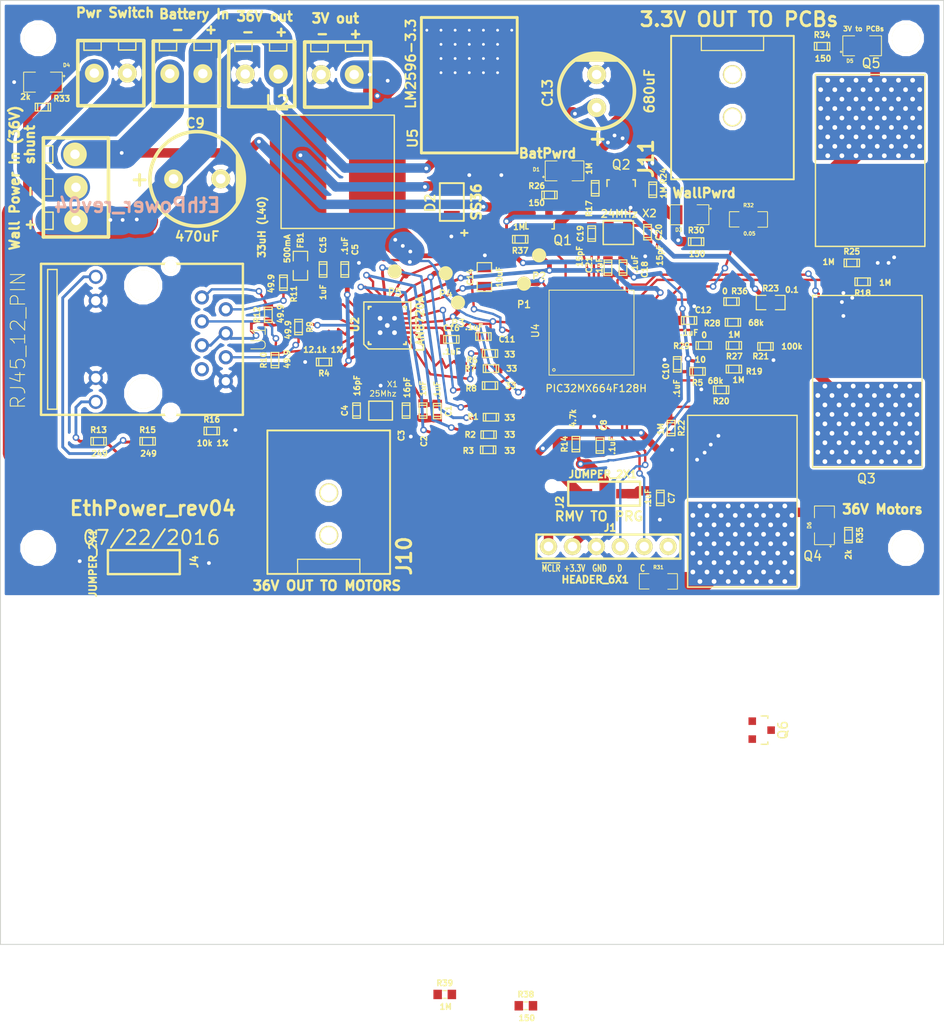
<source format=kicad_pcb>
(kicad_pcb (version 4) (host pcbnew 4.0.4+e1-6308~48~ubuntu16.04.1-stable)
  (layers (0 F.Cu signal) (31 B.Cu signal) (34 B.Paste user) (35 F.Paste user) (36 B.SilkS user) (37 F.SilkS user) (38 B.Mask user) (39 F.Mask user) (44 Edge.Cuts user))
  (net 0 "")
  (net 1 AVDD)
  (net 2 ECRSDV)
  (net 3 EMDC)
  (net 4 EMDIO)
  (net 5 EREFCLK)
  (net 6 ERXD0)
  (net 7 ERXD1)
  (net 8 ERXERR)
  (net 9 ETXD0)
  (net 10 ETXD1)
  (net 11 ETXEN)
  (net 12 GND)
  (net 13 GNDWALL)
  (net 14 GreenLED)
  (net 15 PGEC1_RB1)
  (net 16 PGED1_RB0)
  (net 17 RXN)
  (net 18 RXP)
  (net 19 SenseCurrentCharger/GNDBATTERY)
  (net 20 SenseVoltFull)
  (net 21 Switch3.3V)
  (net 22 SwitchCharger)
  (net 23 TXN)
  (net 24 TXP)
  (net 25 VDD)
  (net 26 VWallVBat)
  (net 27 YellowLED)
  (net 28 nRST)
  (net 29 ~MCLR~)
  (net 30 "Net-(C1-Pad1)")
  (net 31 "Net-(C3-Pad1)")
  (net 32 "Net-(C4-Pad2)")
  (net 33 "Net-(C7-Pad1)")
  (net 34 "Net-(C10-Pad1)")
  (net 35 "Net-(C19-Pad1)")
  (net 36 "Net-(C20-Pad1)")
  (net 37 "Net-(D1-Pad1)")
  (net 38 "Net-(D2-Pad1)")
  (net 39 "Net-(R1-Pad1)")
  (net 40 "Net-(R2-Pad1)")
  (net 41 "Net-(R3-Pad1)")
  (net 42 "Net-(R4-Pad1)")
  (net 43 "Net-(R6-Pad1)")
  (net 44 "Net-(R7-Pad1)")
  (net 45 "Net-(R8-Pad1)")
  (net 46 "Net-(R13-Pad2)")
  (net 47 "Net-(R15-Pad2)")
  (net 48 "Net-(C14-Pad1)")
  (net 49 SenseWallOrBatterySupply)
  (net 50 "Net-(D3-Pad1)")
  (net 51 "Net-(D3-Pad2)")
  (net 52 "Net-(D5-Pad1)")
  (net 53 "Net-(D5-Pad2)")
  (net 54 "Net-(D6-Pad1)")
  (net 55 "Net-(D6-Pad2)")
  (net 56 GNDBATTERY)
  (net 57 SenseCurrent36V)
  (net 58 SenseCurrent3.3V)
  (net 59 "Net-(Q3-Pad2)")
  (net 60 Switch36V)
  (net 61 "Net-(R27-Pad2)")
  (net 62 SenseVoltBattery)
  (net 63 "Net-(D4-Pad1)")
  (net 64 "Net-(J10-Pad2)")
  (net 65 "Net-(Q1-Pad1)")
  (module ted_capacitors:TED_SM0603_C (layer F.Cu) (at 132.3 98.5 270)
    (fp_text reference C1 (at 0 -1.2 270) (layer F.SilkS) (effects (font (size 0.6 0.6))))
    (fp_text value .1uF (at -2.2 0 270) (layer F.SilkS) (effects (font (size 0.6 0.6))))
    (pad 2 smd rect (at 0.75184 0 270) (size 0.89916 1.00076) (layers F.Cu F.Paste F.Mask) (net 12 GND) (clearance 0.1))
    (pad 1 smd rect (at -0.75184 0 270) (size 0.89916 1.00076) (layers F.Cu F.Paste F.Mask) (net 30 "Net-(C1-Pad1)") (clearance 0.1))
  )
  (module ted_capacitors:TED_SM0603_C (layer F.Cu) (at 130.8 98.45 270)
    (fp_text reference C2 (at 3.25 -0.1 270) (layer F.SilkS) (effects (font (size 0.6 0.6))))
    (fp_text value 1uF (at -2.35 0 270) (layer F.SilkS) (effects (font (size 0.6 0.6))))
    (pad 2 smd rect (at 0.75184 0 270) (size 0.89916 1.00076) (layers F.Cu F.Paste F.Mask) (net 12 GND) (clearance 0.1))
    (pad 1 smd rect (at -0.75184 0 270) (size 0.89916 1.00076) (layers F.Cu F.Paste F.Mask) (net 30 "Net-(C1-Pad1)") (clearance 0.1))
  )
  (module ted_capacitors:TED_SM0603_C (layer F.Cu) (at 129 98.45 270)
    (fp_text reference C3 (at 2.65 0.5 270) (layer F.SilkS) (effects (font (size 0.6 0.6))))
    (fp_text value 16pF (at -2.45 -0.1 270) (layer F.SilkS) (effects (font (size 0.6 0.6))))
    (pad 2 smd rect (at 0.75184 0 270) (size 0.89916 1.00076) (layers F.Cu F.Paste F.Mask) (net 12 GND) (clearance 0.1))
    (pad 1 smd rect (at -0.75184 0 270) (size 0.89916 1.00076) (layers F.Cu F.Paste F.Mask) (net 31 "Net-(C3-Pad1)") (clearance 0.1))
  )
  (module ted_capacitors:TED_SM0603_C (layer F.Cu) (at 123.75 98.45 270)
    (fp_text reference C4 (at 0 1.25 270) (layer F.SilkS) (effects (font (size 0.6 0.6))))
    (fp_text value 16pF (at -2.65 -0.05 270) (layer F.SilkS) (effects (font (size 0.6 0.6))))
    (pad 2 smd rect (at 0.75184 0 270) (size 0.89916 1.00076) (layers F.Cu F.Paste F.Mask) (net 32 "Net-(C4-Pad2)") (clearance 0.1))
    (pad 1 smd rect (at -0.75184 0 270) (size 0.89916 1.00076) (layers F.Cu F.Paste F.Mask) (net 12 GND) (clearance 0.1))
  )
  (module ted_capacitors:TED_SM0603_C (layer F.Cu) (at 122.5 83.5 90)
    (fp_text reference C5 (at 2.1 1.1 90) (layer F.SilkS) (effects (font (size 0.6 0.6))))
    (fp_text value .1uF (at 2.5 0 90) (layer F.SilkS) (effects (font (size 0.6 0.6))))
    (pad 2 smd rect (at 0.75184 0 90) (size 0.89916 1.00076) (layers F.Cu F.Paste F.Mask) (net 12 GND) (clearance 0.1))
    (pad 1 smd rect (at -0.75184 0 90) (size 0.89916 1.00076) (layers F.Cu F.Paste F.Mask) (net 1 AVDD) (clearance 0.1))
  )
  (module ted_capacitors:TED_SM0603_C (layer F.Cu) (at 155.95 107.7 270)
    (fp_text reference C7 (at 0 -1.2 270) (layer F.SilkS) (effects (font (size 0.6 0.6))))
    (fp_text value .1uF (at 0 1.3 270) (layer F.SilkS) (effects (font (size 0.6 0.6))))
    (pad 2 smd rect (at 0.75184 0 270) (size 0.89916 1.00076) (layers F.Cu F.Paste F.Mask) (net 12 GND) (clearance 0.1))
    (pad 1 smd rect (at -0.75184 0 270) (size 0.89916 1.00076) (layers F.Cu F.Paste F.Mask) (net 33 "Net-(C7-Pad1)") (clearance 0.1))
  )
  (module ted_capacitors:TED_SM0603_C (layer F.Cu) (at 149.55 102.15 90)
    (fp_text reference C8 (at 2.15 0.4 90) (layer F.SilkS) (effects (font (size 0.6 0.6))))
    (fp_text value .1uF (at 0 1.3 90) (layer F.SilkS) (effects (font (size 0.6 0.6))))
    (pad 2 smd rect (at 0.75184 0 90) (size 0.89916 1.00076) (layers F.Cu F.Paste F.Mask) (net 12 GND) (clearance 0.1))
    (pad 1 smd rect (at -0.75184 0 90) (size 0.89916 1.00076) (layers F.Cu F.Paste F.Mask) (net 25 VDD) (clearance 0.1))
  )
  (module ted_capacitors:TED_SM0603_C (layer F.Cu) (at 157.75 93.55 90)
    (fp_text reference C10 (at -0.75 -1.2 90) (layer F.SilkS) (effects (font (size 0.6 0.6))))
    (fp_text value .1uF (at -2.55 -0.05 90) (layer F.SilkS) (effects (font (size 0.6 0.6))))
    (pad 2 smd rect (at 0.75184 0 90) (size 0.89916 1.00076) (layers F.Cu F.Paste F.Mask) (net 12 GND) (clearance 0.1))
    (pad 1 smd rect (at -0.75184 0 90) (size 0.89916 1.00076) (layers F.Cu F.Paste F.Mask) (net 34 "Net-(C10-Pad1)") (clearance 0.1))
  )
  (module ted_capacitors:TED_SM0603_C (layer F.Cu) (at 137.2 90.6 180)
    (fp_text reference C11 (at -2.5 -0.3 180) (layer F.SilkS) (effects (font (size 0.6 0.6))))
    (fp_text value .1uF (at 1 1 180) (layer F.SilkS) (effects (font (size 0.6 0.6))))
    (pad 2 smd rect (at 0.75184 0 180) (size 0.89916 1.00076) (layers F.Cu F.Paste F.Mask) (net 12 GND) (clearance 0.1))
    (pad 1 smd rect (at -0.75184 0 180) (size 0.89916 1.00076) (layers F.Cu F.Paste F.Mask) (net 25 VDD) (clearance 0.1))
  )
  (module ted_capacitors:TED_SM0603_C (layer F.Cu) (at 159 88.9)
    (fp_text reference C12 (at 1.5 -1.1) (layer F.SilkS) (effects (font (size 0.6 0.6))))
    (fp_text value .1uF (at 0 1.3) (layer F.SilkS) (effects (font (size 0.6 0.6))))
    (pad 2 smd rect (at 0.75184 0) (size 0.89916 1.00076) (layers F.Cu F.Paste F.Mask) (net 12 GND) (clearance 0.1))
    (pad 1 smd rect (at -0.75184 0) (size 0.89916 1.00076) (layers F.Cu F.Paste F.Mask) (net 25 VDD) (clearance 0.1))
  )
  (module ted_capacitors:TED_SM0805_C (layer F.Cu) (at 137.3 84.3 90)
    (fp_text reference C14 (at 0 -1.5 90) (layer F.SilkS) (effects (font (size 0.6 0.6))))
    (fp_text value 10uF (at 0 1.6 90) (layer F.SilkS) (effects (font (size 0.6 0.6))))
    (pad 1 smd rect (at -0.9525 0 90) (size 0.889 1.397) (layers F.Cu F.Paste F.Mask) (net 48 "Net-(C14-Pad1)"))
    (pad 2 smd rect (at 0.9525 0 90) (size 0.889 1.397) (layers F.Cu F.Paste F.Mask) (net 12 GND))
  )
  (module ted_capacitors:TED_SM0603_C (layer F.Cu) (at 120.2 83.5 90)
    (fp_text reference C15 (at 2.6 0 90) (layer F.SilkS) (effects (font (size 0.6 0.6))))
    (fp_text value 1uF (at -2.4 0 90) (layer F.SilkS) (effects (font (size 0.6 0.6))))
    (pad 2 smd rect (at 0.75184 0 90) (size 0.89916 1.00076) (layers F.Cu F.Paste F.Mask) (net 12 GND) (clearance 0.1))
    (pad 1 smd rect (at -0.75184 0 90) (size 0.89916 1.00076) (layers F.Cu F.Paste F.Mask) (net 1 AVDD) (clearance 0.1))
  )
  (module ted_capacitors:TED_SM0603_C (layer F.Cu) (at 133.8 90.9)
    (fp_text reference C16 (at 0 -1.2) (layer F.SilkS) (effects (font (size 0.6 0.6))))
    (fp_text value .1uF (at 0 1.3) (layer F.SilkS) (effects (font (size 0.6 0.6))))
    (pad 2 smd rect (at 0.75184 0) (size 0.89916 1.00076) (layers F.Cu F.Paste F.Mask) (net 12 GND) (clearance 0.1))
    (pad 1 smd rect (at -0.75184 0) (size 0.89916 1.00076) (layers F.Cu F.Paste F.Mask) (net 25 VDD) (clearance 0.1))
  )
  (module ted_capacitors:TED_SM0603_C (layer F.Cu) (at 152 83.3 90)
    (fp_text reference C18 (at -0.2 2.3 90) (layer F.SilkS) (effects (font (size 0.6 0.6))))
    (fp_text value .1uF (at 0.4 1.25 90) (layer F.SilkS) (effects (font (size 0.6 0.6))))
    (pad 2 smd rect (at 0.75184 0 90) (size 0.89916 1.00076) (layers F.Cu F.Paste F.Mask) (net 12 GND) (clearance 0.1))
    (pad 1 smd rect (at -0.75184 0 90) (size 0.89916 1.00076) (layers F.Cu F.Paste F.Mask) (net 25 VDD) (clearance 0.1))
  )
  (module ted_capacitors:TED_SM0603_C (layer F.Cu) (at 148.675 79.7 90)
    (fp_text reference C19 (at 0 -1.2 90) (layer F.SilkS) (effects (font (size 0.6 0.6))))
    (fp_text value 15pF (at -2.4 -1.275 90) (layer F.SilkS) (effects (font (size 0.6 0.6))))
    (pad 2 smd rect (at 0.75184 0 90) (size 0.89916 1.00076) (layers F.Cu F.Paste F.Mask) (net 12 GND) (clearance 0.1))
    (pad 1 smd rect (at -0.75184 0 90) (size 0.89916 1.00076) (layers F.Cu F.Paste F.Mask) (net 35 "Net-(C19-Pad1)") (clearance 0.1))
  )
  (module ted_capacitors:TED_SM0603_C (layer F.Cu) (at 154.6 79.55 270)
    (fp_text reference C20 (at 0 -1.2 270) (layer F.SilkS) (effects (font (size 0.6 0.6))))
    (fp_text value 15pF (at 2.45 -1.3 270) (layer F.SilkS) (effects (font (size 0.6 0.6))))
    (pad 2 smd rect (at 0.75184 0 270) (size 0.89916 1.00076) (layers F.Cu F.Paste F.Mask) (net 12 GND) (clearance 0.1))
    (pad 1 smd rect (at -0.75184 0 270) (size 0.89916 1.00076) (layers F.Cu F.Paste F.Mask) (net 36 "Net-(C20-Pad1)") (clearance 0.1))
  )
  (module ted_capacitors:TED_SM0603_C (layer F.Cu) (at 150.4 83.3 90)
    (fp_text reference C21 (at 0.3 -2 90) (layer F.SilkS) (effects (font (size 0.6 0.6))))
    (fp_text value .1uF (at 0.1 -0.9 90) (layer F.SilkS) (effects (font (size 0.6 0.6))))
    (pad 2 smd rect (at 0.75184 0 90) (size 0.89916 1.00076) (layers F.Cu F.Paste F.Mask) (net 12 GND) (clearance 0.1))
    (pad 1 smd rect (at -0.75184 0 90) (size 0.89916 1.00076) (layers F.Cu F.Paste F.Mask) (net 25 VDD) (clearance 0.1))
  )
  (module ted_resistors:TED_SM0805_R (layer F.Cu) (at 117.8 83.1 270)
    (fp_text reference FB1 (at -2.7 0 270) (layer F.SilkS) (effects (font (size 0.6 0.6))))
    (fp_text value 500mA (at -1.8 1.4 270) (layer F.SilkS) (effects (font (size 0.6 0.6))))
    (pad 1 smd rect (at -0.9525 0 270) (size 0.889 1.397) (layers F.Cu F.Paste F.Mask) (net 25 VDD))
    (pad 2 smd rect (at 0.9525 0 270) (size 0.889 1.397) (layers F.Cu F.Paste F.Mask) (net 1 AVDD))
  )
  (module ted_holes:TED_Hole_3mm (layer F.Cu) (at 90 113)
    (fp_text reference H1 hide)
    (fp_text value HOLE hide)
    (pad "" np_thru_hole circle (at 0 0) (size 3 3) (drill 3) (layers *.Cu *.Mask F.SilkS))
  )
  (module ted_holes:TED_Hole_3mm (layer F.Cu) (at 90 59)
    (fp_text reference H2 hide)
    (fp_text value HOLE hide)
    (pad "" np_thru_hole circle (at 0 0) (size 3 3) (drill 3) (layers *.Cu *.Mask F.SilkS))
  )
  (module ted_holes:TED_Hole_3mm (layer F.Cu) (at 182 113)
    (fp_text reference H3 hide)
    (fp_text value HOLE hide)
    (pad "" np_thru_hole circle (at 0 0) (size 3 3) (drill 3) (layers *.Cu *.Mask F.SilkS))
  )
  (module ted_holes:TED_Hole_3mm (layer F.Cu) (at 182 59)
    (fp_text reference H4 hide)
    (fp_text value HOLE hide)
    (pad "" np_thru_hole circle (at 0 0) (size 3 3) (drill 3) (layers *.Cu *.Mask F.SilkS))
  )
  (module ted_connectors:TED_HEADER_6x1 (layer F.Cu) (at 150.45 112.85)
    (fp_text reference J1 (at 0.1778 -1.98628) (layer F.SilkS) (effects (font (size 0.762 0.762) (thickness 0.1905))))
    (fp_text value HEADER_6X1 (at -1.4 3.5) (layer F.SilkS) (effects (font (size 0.762 0.762) (thickness 0.1905))))
    (pad 5 thru_hole circle (at 3.78968 0) (size 1.8 1.8) (drill 1) (layers *.Cu *.Mask F.SilkS) (net 15 PGEC1_RB1))
    (pad 6 thru_hole circle (at 6.32968 0) (size 1.8 1.8) (drill 1) (layers *.Cu *.Mask F.SilkS))
    (pad 1 thru_hole circle (at -6.35 0) (size 1.8 1.8) (drill 1) (layers *.Cu *.Mask F.SilkS) (net 29 ~MCLR~))
    (pad 2 thru_hole circle (at -3.81 0) (size 1.8 1.8) (drill 1) (layers *.Cu *.Mask F.SilkS) (net 25 VDD))
    (pad 4 thru_hole circle (at 1.25984 0) (size 1.8 1.8) (drill 1) (layers *.Cu *.Mask F.SilkS) (net 16 PGED1_RB0))
    (pad 3 thru_hole circle (at -1.28016 0) (size 1.8 1.8) (drill 1) (layers *.Cu *.Mask F.SilkS) (net 12 GND))
  )
  (module ted_connectors:TED_HEADER_2x1_SMT (layer F.Cu) (at 150 107.25 90)
    (fp_text reference J2 (at -0.9 -4.7 90) (layer F.SilkS) (effects (font (size 0.762 0.762) (thickness 0.1905))))
    (fp_text value JUMPER_2X1 (at 2.05 -0.15 180) (layer F.SilkS) (effects (font (size 0.762 0.762) (thickness 0.1905))))
    (pad 1 smd rect (at 0 2.54 90) (size 0.9906 2.54) (layers F.Cu F.Paste F.Mask) (net 33 "Net-(C7-Pad1)") (clearance 0.508))
    (pad 2 smd rect (at 0 -2.54 90) (size 0.9906 2.54) (layers F.Cu F.Paste F.Mask) (net 29 ~MCLR~) (clearance 0.508))
  )
  (module ted_connectors:TED_TERMINAL_3.5MM_3PIN (layer F.Cu) (at 94 74.8 90)
    (fp_text reference J8 hide)
    (fp_text value TERMINAL_3X1 hide)
    (pad 3 thru_hole circle (at 3.5 -0.1 90) (size 2.5 2.5) (drill 1) (layers *.Mask B.Cu F.SilkS) (net 56 GNDBATTERY) (clearance 0.5))
    (pad 1 thru_hole circle (at -3.5 0 90) (size 2.5 2.5) (drill 1) (layers *.Mask B.Cu F.SilkS) (net 26 VWallVBat) (clearance 0.5))
    (pad 2 thru_hole circle (at 0 0 90) (size 2.5 2.5) (drill 1) (layers *.Mask B.Cu F.SilkS) (net 13 GNDWALL) (clearance 0.5))
  )
  (module ted_connectors:TED_2.1mm_DC_SMD (layer F.Cu) (at 120.8 108.15 270)
    (fp_text reference J10 (at 5.7 -8 270) (layer F.SilkS) (effects (font (thickness 0.3048))))
    (fp_text value DC_2.1MM hide)
    (pad "" np_thru_hole circle (at -1.00076 0 270) (size 1.99898 1.99898) (drill 1.69926) (layers *.Cu *.Mask F.SilkS))
    (pad 1 smd rect (at 3.50012 5.4102 270) (size 1.99898 1.99898) (layers F.Cu F.Paste F.Mask) (net 26 VWallVBat))
    (pad 1 smd rect (at -2.60096 5.4102 270) (size 1.99898 1.99898) (layers F.Cu F.Paste F.Mask) (net 26 VWallVBat))
    (pad 2 smd rect (at 3.50012 -5.41528 270) (size 1.99898 1.99898) (layers F.Cu F.Paste F.Mask) (net 64 "Net-(J10-Pad2)"))
    (pad 3 smd rect (at -2.60096 -5.41528 270) (size 1.99898 1.99898) (layers F.Cu F.Paste F.Mask))
    (pad "" np_thru_hole circle (at 3.50012 0 270) (size 1.99898 1.99898) (drill 1.69926) (layers *.Cu *.Mask F.SilkS))
  )
  (module ted_connectors:TED_2.1mm_DC_SMD (layer F.Cu) (at 163.6 66.35 90)
    (fp_text reference J11 (at -5.4 -9.15 90) (layer F.SilkS) (effects (font (thickness 0.3048))))
    (fp_text value DC_2.1MM hide)
    (pad "" np_thru_hole circle (at -1.00076 0 90) (size 1.99898 1.99898) (drill 1.69926) (layers *.Cu *.Mask F.SilkS))
    (pad 1 smd rect (at 3.50012 5.4102 90) (size 1.99898 1.99898) (layers F.Cu F.Paste F.Mask) (net 25 VDD))
    (pad 1 smd rect (at -2.60096 5.4102 90) (size 1.99898 1.99898) (layers F.Cu F.Paste F.Mask) (net 25 VDD))
    (pad 2 smd rect (at 3.50012 -5.41528 90) (size 1.99898 1.99898) (layers F.Cu F.Paste F.Mask) (net 58 SenseCurrent3.3V))
    (pad 3 smd rect (at -2.60096 -5.41528 90) (size 1.99898 1.99898) (layers F.Cu F.Paste F.Mask))
    (pad "" np_thru_hole circle (at 3.50012 0 90) (size 1.99898 1.99898) (drill 1.69926) (layers *.Cu *.Mask F.SilkS))
  )
  (module ted_inductors:INDUCTOR_12x12_SMD (layer F.Cu) (at 121.75 73.15)
    (fp_text reference L2 (at -6.4 -7.3) (layer F.SilkS) (effects (font (size 1.5 1.5) (thickness 0.25))))
    (fp_text value "33uH (L40)" (at -8.05 5.85 90) (layer F.SilkS) (effects (font (size 0.75 0.75) (thickness 0.1875))))
    (pad 2 smd rect (at 4.2 0) (size 6 12) (layers F.Cu F.Paste F.Mask) (net 25 VDD))
    (pad 1 smd rect (at -4.2 0) (size 6 12) (layers F.Cu F.Paste F.Mask) (net 38 "Net-(D2-Pad1)"))
  )
  (module ted_resistors:TED_SM0603_R (layer F.Cu) (at 138 99.15)
    (fp_text reference R1 (at -1.9 -0.05) (layer F.SilkS) (effects (font (size 0.6 0.6))))
    (fp_text value 33 (at 2 0.05) (layer F.SilkS) (effects (font (size 0.6 0.6))))
    (pad 2 smd rect (at 0.75184 0) (size 0.89916 1.00076) (layers F.Cu F.Paste F.Mask) (net 11 ETXEN) (clearance 0.1))
    (pad 1 smd rect (at -0.75184 0) (size 0.89916 1.00076) (layers F.Cu F.Paste F.Mask) (net 39 "Net-(R1-Pad1)") (clearance 0.1))
  )
  (module ted_resistors:TED_SM0603_R (layer F.Cu) (at 137.75 101)
    (fp_text reference R2 (at -1.95 0) (layer F.SilkS) (effects (font (size 0.6 0.6))))
    (fp_text value 33 (at 2.25 0) (layer F.SilkS) (effects (font (size 0.6 0.6))))
    (pad 2 smd rect (at 0.75184 0) (size 0.89916 1.00076) (layers F.Cu F.Paste F.Mask) (net 9 ETXD0) (clearance 0.1))
    (pad 1 smd rect (at -0.75184 0) (size 0.89916 1.00076) (layers F.Cu F.Paste F.Mask) (net 40 "Net-(R2-Pad1)") (clearance 0.1))
  )
  (module ted_resistors:TED_SM0603_R (layer F.Cu) (at 137.7 102.6)
    (fp_text reference R3 (at -2.1 0.1) (layer F.SilkS) (effects (font (size 0.6 0.6))))
    (fp_text value 33 (at 2.3 0.1) (layer F.SilkS) (effects (font (size 0.6 0.6))))
    (pad 2 smd rect (at 0.75184 0) (size 0.89916 1.00076) (layers F.Cu F.Paste F.Mask) (net 10 ETXD1) (clearance 0.1))
    (pad 1 smd rect (at -0.75184 0) (size 0.89916 1.00076) (layers F.Cu F.Paste F.Mask) (net 41 "Net-(R3-Pad1)") (clearance 0.1))
  )
  (module ted_resistors:TED_SM0603_R (layer F.Cu) (at 120.3 93.3 180)
    (fp_text reference R4 (at 0 -1.2 180) (layer F.SilkS) (effects (font (size 0.6 0.6))))
    (fp_text value "12.1k 1%" (at 0.1 1.3 180) (layer F.SilkS) (effects (font (size 0.6 0.6))))
    (pad 2 smd rect (at 0.75184 0 180) (size 0.89916 1.00076) (layers F.Cu F.Paste F.Mask) (net 12 GND) (clearance 0.1))
    (pad 1 smd rect (at -0.75184 0 180) (size 0.89916 1.00076) (layers F.Cu F.Paste F.Mask) (net 42 "Net-(R4-Pad1)") (clearance 0.1))
  )
  (module ted_resistors:TED_SM0603_R (layer F.Cu) (at 159.9 94.3 180)
    (fp_text reference R5 (at 0 -1.2 180) (layer F.SilkS) (effects (font (size 0.6 0.6))))
    (fp_text value 10 (at -0.3 1.25 180) (layer F.SilkS) (effects (font (size 0.6 0.6))))
    (pad 2 smd rect (at 0.75184 0 180) (size 0.89916 1.00076) (layers F.Cu F.Paste F.Mask) (net 34 "Net-(C10-Pad1)") (clearance 0.1))
    (pad 1 smd rect (at -0.75184 0 180) (size 0.89916 1.00076) (layers F.Cu F.Paste F.Mask) (net 25 VDD) (clearance 0.1))
  )
  (module ted_resistors:TED_SM0603_R (layer F.Cu) (at 137.9 92.4)
    (fp_text reference R6 (at -1.9 0.7) (layer F.SilkS) (effects (font (size 0.6 0.6))))
    (fp_text value 33 (at 2.1 0.1) (layer F.SilkS) (effects (font (size 0.6 0.6))))
    (pad 2 smd rect (at 0.75184 0) (size 0.89916 1.00076) (layers F.Cu F.Paste F.Mask) (net 7 ERXD1) (clearance 0.1))
    (pad 1 smd rect (at -0.75184 0) (size 0.89916 1.00076) (layers F.Cu F.Paste F.Mask) (net 43 "Net-(R6-Pad1)") (clearance 0.1))
  )
  (module ted_resistors:TED_SM0603_R (layer F.Cu) (at 138 94)
    (fp_text reference R7 (at -2.2 0) (layer F.SilkS) (effects (font (size 0.6 0.6))))
    (fp_text value 33 (at 2.2 0) (layer F.SilkS) (effects (font (size 0.6 0.6))))
    (pad 2 smd rect (at 0.75184 0) (size 0.89916 1.00076) (layers F.Cu F.Paste F.Mask) (net 6 ERXD0) (clearance 0.1))
    (pad 1 smd rect (at -0.75184 0) (size 0.89916 1.00076) (layers F.Cu F.Paste F.Mask) (net 44 "Net-(R7-Pad1)") (clearance 0.1))
  )
  (module ted_resistors:TED_SM0603_R (layer F.Cu) (at 137.9 95.8)
    (fp_text reference R8 (at -2 0.3) (layer F.SilkS) (effects (font (size 0.6 0.6))))
    (fp_text value 33 (at 2.2 0) (layer F.SilkS) (effects (font (size 0.6 0.6))))
    (pad 2 smd rect (at 0.75184 0) (size 0.89916 1.00076) (layers F.Cu F.Paste F.Mask) (net 2 ECRSDV) (clearance 0.1))
    (pad 1 smd rect (at -0.75184 0) (size 0.89916 1.00076) (layers F.Cu F.Paste F.Mask) (net 45 "Net-(R8-Pad1)") (clearance 0.1))
  )
  (module ted_resistors:TED_SM0603_R (layer F.Cu) (at 117.6 89.6 270)
    (fp_text reference R9 (at 0 -1.2 270) (layer F.SilkS) (effects (font (size 0.6 0.6))))
    (fp_text value 49.9 (at 0.3 1.1 270) (layer F.SilkS) (effects (font (size 0.6 0.6))))
    (pad 2 smd rect (at 0.75184 0 270) (size 0.89916 1.00076) (layers F.Cu F.Paste F.Mask) (net 17 RXN) (clearance 0.1))
    (pad 1 smd rect (at -0.75184 0 270) (size 0.89916 1.00076) (layers F.Cu F.Paste F.Mask) (net 1 AVDD) (clearance 0.1))
  )
  (module ted_resistors:TED_SM0603_R (layer F.Cu) (at 115.1 93.1 90)
    (fp_text reference R10 (at 0 -1.2 90) (layer F.SilkS) (effects (font (size 0.6 0.6))))
    (fp_text value 49.9 (at 0.1 1.3 90) (layer F.SilkS) (effects (font (size 0.6 0.6))))
    (pad 2 smd rect (at 0.75184 0 90) (size 0.89916 1.00076) (layers F.Cu F.Paste F.Mask) (net 18 RXP) (clearance 0.1))
    (pad 1 smd rect (at -0.75184 0 90) (size 0.89916 1.00076) (layers F.Cu F.Paste F.Mask) (net 1 AVDD) (clearance 0.1))
  )
  (module ted_resistors:TED_SM0603_R (layer F.Cu) (at 116 84.9 270)
    (fp_text reference R11 (at 1.2 -1.1 270) (layer F.SilkS) (effects (font (size 0.6 0.6))))
    (fp_text value 49.9 (at 0.1 1.3 270) (layer F.SilkS) (effects (font (size 0.6 0.6))))
    (pad 2 smd rect (at 0.75184 0 270) (size 0.89916 1.00076) (layers F.Cu F.Paste F.Mask) (net 23 TXN) (clearance 0.1))
    (pad 1 smd rect (at -0.75184 0 270) (size 0.89916 1.00076) (layers F.Cu F.Paste F.Mask) (net 1 AVDD) (clearance 0.1))
  )
  (module ted_resistors:TED_SM0603_R (layer F.Cu) (at 114.4 88.3 90)
    (fp_text reference R12 (at 0 -1.2 90) (layer F.SilkS) (effects (font (size 0.6 0.6))))
    (fp_text value 49.9 (at 0.1 1.3 90) (layer F.SilkS) (effects (font (size 0.6 0.6))))
    (pad 2 smd rect (at 0.75184 0 90) (size 0.89916 1.00076) (layers F.Cu F.Paste F.Mask) (net 24 TXP) (clearance 0.1))
    (pad 1 smd rect (at -0.75184 0 90) (size 0.89916 1.00076) (layers F.Cu F.Paste F.Mask) (net 1 AVDD) (clearance 0.1))
  )
  (module ted_resistors:TED_SM0603_R (layer F.Cu) (at 96.4 101.7)
    (fp_text reference R13 (at 0 -1.2) (layer F.SilkS) (effects (font (size 0.6 0.6))))
    (fp_text value 249 (at 0.1 1.3) (layer F.SilkS) (effects (font (size 0.6 0.6))))
    (pad 2 smd rect (at 0.75184 0) (size 0.89916 1.00076) (layers F.Cu F.Paste F.Mask) (net 46 "Net-(R13-Pad2)") (clearance 0.1))
    (pad 1 smd rect (at -0.75184 0) (size 0.89916 1.00076) (layers F.Cu F.Paste F.Mask) (net 27 YellowLED) (clearance 0.1))
  )
  (module ted_resistors:TED_SM0603_R (layer F.Cu) (at 147 102 90)
    (fp_text reference R14 (at 0 -1.2 90) (layer F.SilkS) (effects (font (size 0.6 0.6))))
    (fp_text value 4.7k (at 2.75 -0.3 90) (layer F.SilkS) (effects (font (size 0.6 0.6))))
    (pad 2 smd rect (at 0.75184 0 90) (size 0.89916 1.00076) (layers F.Cu F.Paste F.Mask) (net 29 ~MCLR~) (clearance 0.1))
    (pad 1 smd rect (at -0.75184 0 90) (size 0.89916 1.00076) (layers F.Cu F.Paste F.Mask) (net 25 VDD) (clearance 0.1))
  )
  (module ted_resistors:TED_SM0603_R (layer F.Cu) (at 101.6 101.7)
    (fp_text reference R15 (at 0 -1.2) (layer F.SilkS) (effects (font (size 0.6 0.6))))
    (fp_text value 249 (at 0.1 1.3) (layer F.SilkS) (effects (font (size 0.6 0.6))))
    (pad 2 smd rect (at 0.75184 0) (size 0.89916 1.00076) (layers F.Cu F.Paste F.Mask) (net 47 "Net-(R15-Pad2)") (clearance 0.1))
    (pad 1 smd rect (at -0.75184 0) (size 0.89916 1.00076) (layers F.Cu F.Paste F.Mask) (net 14 GreenLED) (clearance 0.1))
  )
  (module ted_resistors:TED_SM0603_R (layer F.Cu) (at 108.4 100.6)
    (fp_text reference R16 (at 0 -1.2) (layer F.SilkS) (effects (font (size 0.6 0.6))))
    (fp_text value "10k 1%" (at 0.1 1.3) (layer F.SilkS) (effects (font (size 0.6 0.6))))
    (pad 2 smd rect (at 0.75184 0) (size 0.89916 1.00076) (layers F.Cu F.Paste F.Mask) (net 12 GND) (clearance 0.1))
    (pad 1 smd rect (at -0.75184 0) (size 0.89916 1.00076) (layers F.Cu F.Paste F.Mask) (net 47 "Net-(R15-Pad2)") (clearance 0.1))
  )
  (module ted_resistors:TED_SM0603_R (layer F.Cu) (at 149.05 74.9 270)
    (fp_text reference R17 (at 2.15 0.65 270) (layer F.SilkS) (effects (font (size 0.6 0.6))))
    (fp_text value 1M (at -2.1 0.65 270) (layer F.SilkS) (effects (font (size 0.6 0.6))))
    (pad 2 smd rect (at 0.75184 0 270) (size 0.89916 1.00076) (layers F.Cu F.Paste F.Mask) (net 49 SenseWallOrBatterySupply) (clearance 0.1))
    (pad 1 smd rect (at -0.75184 0 270) (size 0.89916 1.00076) (layers F.Cu F.Paste F.Mask) (net 25 VDD) (clearance 0.1))
  )
  (module ted_resistors:TED_SM0603_R (layer F.Cu) (at 177.4 84.8 180)
    (fp_text reference R18 (at 0 -1.2 180) (layer F.SilkS) (effects (font (size 0.6 0.6))))
    (fp_text value 1M (at -2.4 -0.1 180) (layer F.SilkS) (effects (font (size 0.6 0.6))))
    (pad 2 smd rect (at 0.75184 0 180) (size 0.89916 1.00076) (layers F.Cu F.Paste F.Mask) (net 12 GND) (clearance 0.1))
    (pad 1 smd rect (at -0.75184 0 180) (size 0.89916 1.00076) (layers F.Cu F.Paste F.Mask) (net 22 SwitchCharger) (clearance 0.1))
  )
  (module ted_resistors:TED_SM0603_R (layer F.Cu) (at 163.75 94.05 180)
    (fp_text reference R19 (at -2.15 -0.25 180) (layer F.SilkS) (effects (font (size 0.6 0.6))))
    (fp_text value 1M (at -0.5 -1.15 180) (layer F.SilkS) (effects (font (size 0.6 0.6))))
    (pad 2 smd rect (at 0.75184 0 180) (size 0.89916 1.00076) (layers F.Cu F.Paste F.Mask) (net 20 SenseVoltFull) (clearance 0.1))
    (pad 1 smd rect (at -0.75184 0 180) (size 0.89916 1.00076) (layers F.Cu F.Paste F.Mask) (net 26 VWallVBat) (clearance 0.1))
  )
  (module ted_resistors:TED_SM0603_R (layer F.Cu) (at 162.4 96.25 180)
    (fp_text reference R20 (at 0 -1.2 180) (layer F.SilkS) (effects (font (size 0.6 0.6))))
    (fp_text value 68k (at 0.6 0.95 180) (layer F.SilkS) (effects (font (size 0.6 0.6))))
    (pad 2 smd rect (at 0.75184 0 180) (size 0.89916 1.00076) (layers F.Cu F.Paste F.Mask) (net 12 GND) (clearance 0.1))
    (pad 1 smd rect (at -0.75184 0 180) (size 0.89916 1.00076) (layers F.Cu F.Paste F.Mask) (net 20 SenseVoltFull) (clearance 0.1))
  )
  (module ted_resistors:TED_SM0603_R (layer F.Cu) (at 167.1 91.65)
    (fp_text reference R21 (at -0.5 1.05) (layer F.SilkS) (effects (font (size 0.6 0.6))))
    (fp_text value 100k (at 2.8 0) (layer F.SilkS) (effects (font (size 0.6 0.6))))
    (pad 2 smd rect (at 0.75184 0) (size 0.89916 1.00076) (layers F.Cu F.Paste F.Mask) (net 12 GND) (clearance 0.1))
    (pad 1 smd rect (at -0.75184 0) (size 0.89916 1.00076) (layers F.Cu F.Paste F.Mask) (net 26 VWallVBat) (clearance 0.1))
  )
  (module ted_resistors:TED_SM0603_R (layer F.Cu) (at 157.1 100.3 270)
    (fp_text reference R22 (at 0 -1.1 270) (layer F.SilkS) (effects (font (size 0.6 0.6))))
    (fp_text value 1M (at 0.1 1.1 270) (layer F.SilkS) (effects (font (size 0.6 0.6))))
    (pad 2 smd rect (at 0.75184 0 270) (size 0.89916 1.00076) (layers F.Cu F.Paste F.Mask) (net 12 GND) (clearance 0.1))
    (pad 1 smd rect (at -0.75184 0 270) (size 0.89916 1.00076) (layers F.Cu F.Paste F.Mask) (net 60 Switch36V) (clearance 0.1))
  )
  (module ted_resistors:TED_SM0805_R (layer F.Cu) (at 167.65 87)
    (fp_text reference R23 (at 0 -1.5) (layer F.SilkS) (effects (font (size 0.6 0.6))))
    (fp_text value 0.1 (at 2.25 -1.35) (layer F.SilkS) (effects (font (size 0.6 0.6))))
    (pad 1 smd rect (at -0.9525 0) (size 0.889 1.397) (layers F.Cu F.Paste F.Mask) (net 56 GNDBATTERY))
    (pad 2 smd rect (at 0.9525 0) (size 0.889 1.397) (layers F.Cu F.Paste F.Mask) (net 59 "Net-(Q3-Pad2)"))
  )
  (module ted_resistors:TED_SM0603_R (layer F.Cu) (at 155.15 75.05 270)
    (fp_text reference R24 (at -1.45 -1.15 270) (layer F.SilkS) (effects (font (size 0.6 0.6))))
    (fp_text value 1M (at 0.3 -1.15 270) (layer F.SilkS) (effects (font (size 0.6 0.6))))
    (pad 2 smd rect (at 0.75184 0 270) (size 0.89916 1.00076) (layers F.Cu F.Paste F.Mask) (net 51 "Net-(D3-Pad2)") (clearance 0.1))
    (pad 1 smd rect (at -0.75184 0 270) (size 0.89916 1.00076) (layers F.Cu F.Paste F.Mask) (net 25 VDD) (clearance 0.1))
  )
  (module ted_resistors:TED_SM0603_R (layer F.Cu) (at 176.25 82.8)
    (fp_text reference R25 (at 0 -1.2) (layer F.SilkS) (effects (font (size 0.6 0.6))))
    (fp_text value 1M (at -2.45 -0.1) (layer F.SilkS) (effects (font (size 0.6 0.6))))
    (pad 2 smd rect (at 0.75184 0) (size 0.89916 1.00076) (layers F.Cu F.Paste F.Mask) (net 12 GND) (clearance 0.1))
    (pad 1 smd rect (at -0.75184 0) (size 0.89916 1.00076) (layers F.Cu F.Paste F.Mask) (net 21 Switch3.3V) (clearance 0.1))
  )
  (module ted_resistors:TED_SM0603_R (layer F.Cu) (at 144.2 75.6)
    (fp_text reference R26 (at -1.35 -0.95) (layer F.SilkS) (effects (font (size 0.6 0.6))))
    (fp_text value 150 (at -1.35 0.85) (layer F.SilkS) (effects (font (size 0.6 0.6))))
    (pad 2 smd rect (at 0.75184 0) (size 0.89916 1.00076) (layers F.Cu F.Paste F.Mask) (net 37 "Net-(D1-Pad1)") (clearance 0.1))
    (pad 1 smd rect (at -0.75184 0) (size 0.89916 1.00076) (layers F.Cu F.Paste F.Mask) (net 25 VDD) (clearance 0.1))
  )
  (module ted_resistors:TED_SM0603_R (layer F.Cu) (at 163.75 91.55 180)
    (fp_text reference R27 (at -0.05 -1.15 180) (layer F.SilkS) (effects (font (size 0.6 0.6))))
    (fp_text value 1M (at -0.05 1.15 180) (layer F.SilkS) (effects (font (size 0.6 0.6))))
    (pad 2 smd rect (at 0.75184 0 180) (size 0.89916 1.00076) (layers F.Cu F.Paste F.Mask) (net 61 "Net-(R27-Pad2)") (clearance 0.1))
    (pad 1 smd rect (at -0.75184 0 180) (size 0.89916 1.00076) (layers F.Cu F.Paste F.Mask) (net 26 VWallVBat) (clearance 0.1))
  )
  (module ted_resistors:TED_SM0603_R (layer F.Cu) (at 163.65 89.1)
    (fp_text reference R28 (at -2.2 0.1) (layer F.SilkS) (effects (font (size 0.6 0.6))))
    (fp_text value 68k (at 2.45 0.05) (layer F.SilkS) (effects (font (size 0.6 0.6))))
    (pad 2 smd rect (at 0.75184 0) (size 0.89916 1.00076) (layers F.Cu F.Paste F.Mask) (net 56 GNDBATTERY) (clearance 0.1))
    (pad 1 smd rect (at -0.75184 0) (size 0.89916 1.00076) (layers F.Cu F.Paste F.Mask) (net 61 "Net-(R27-Pad2)") (clearance 0.1))
  )
  (module ted_resistors:TED_SM0603_R (layer F.Cu) (at 160.55 91.55)
    (fp_text reference R29 (at -2.35 0.05) (layer F.SilkS) (effects (font (size 0.6 0.6))))
    (fp_text value 0 (at 0.05 -1.1) (layer F.SilkS) (effects (font (size 0.6 0.6))))
    (pad 2 smd rect (at 0.75184 0) (size 0.89916 1.00076) (layers F.Cu F.Paste F.Mask) (net 61 "Net-(R27-Pad2)") (clearance 0.1))
    (pad 1 smd rect (at -0.75184 0) (size 0.89916 1.00076) (layers F.Cu F.Paste F.Mask) (net 62 SenseVoltBattery) (clearance 0.1))
  )
  (module ted_ICs:TED_QFN24+1 (layer F.Cu) (at 127.01 89.43 90)
    (fp_text reference U2 (at 0.1 -3.425 90) (layer F.SilkS) (effects (font (size 0.8 0.8) (thickness 0.2))))
    (fp_text value LAN8720A (at 0.175 3.475 90) (layer F.SilkS) (effects (font (size 0.8 0.8) (thickness 0.2))))
    (pad 25 smd rect (at 0 0) (size 2.49936 2.49936) (layers F.Cu F.Paste F.Mask) (net 12 GND))
    (pad 1 smd oval (at -1.99898 -1.24968 90) (size 0.8001 0.24892) (layers F.Cu F.Paste F.Mask) (net 1 AVDD))
    (pad 2 smd oval (at -1.99898 -0.7493 90) (size 0.8001 0.24892) (layers F.Cu F.Paste F.Mask) (net 47 "Net-(R15-Pad2)"))
    (pad 3 smd oval (at -1.99898 -0.24892 90) (size 0.8001 0.24892) (layers F.Cu F.Paste F.Mask) (net 46 "Net-(R13-Pad2)"))
    (pad 4 smd oval (at -1.99898 0.24892 90) (size 0.8001 0.24892) (layers F.Cu F.Paste F.Mask) (net 32 "Net-(C4-Pad2)"))
    (pad 5 smd oval (at -1.99898 0.7493 90) (size 0.8001 0.24892) (layers F.Cu F.Paste F.Mask) (net 31 "Net-(C3-Pad1)"))
    (pad 6 smd oval (at -1.99898 1.24968 90) (size 0.8001 0.24892) (layers F.Cu F.Paste F.Mask) (net 30 "Net-(C1-Pad1)"))
    (pad 7 smd oval (at -1.24968 1.99898 180) (size 0.8001 0.24892) (layers F.Cu F.Paste F.Mask) (net 43 "Net-(R6-Pad1)"))
    (pad 8 smd oval (at -0.7493 1.99898 180) (size 0.8001 0.24892) (layers F.Cu F.Paste F.Mask) (net 44 "Net-(R7-Pad1)"))
    (pad 9 smd oval (at -0.24892 1.99898 180) (size 0.8001 0.24892) (layers F.Cu F.Paste F.Mask) (net 25 VDD))
    (pad 10 smd oval (at 0.24892 1.99898 180) (size 0.8001 0.24892) (layers F.Cu F.Paste F.Mask) (net 8 ERXERR))
    (pad 11 smd oval (at 0.7493 1.99898 180) (size 0.8001 0.24892) (layers F.Cu F.Paste F.Mask) (net 45 "Net-(R8-Pad1)"))
    (pad 12 smd oval (at 1.24968 1.99898 180) (size 0.8001 0.24892) (layers F.Cu F.Paste F.Mask) (net 4 EMDIO))
    (pad 13 smd oval (at 1.99898 1.24968 270) (size 0.8001 0.24892) (layers F.Cu F.Paste F.Mask) (net 3 EMDC))
    (pad 14 smd oval (at 1.99898 0.7493 270) (size 0.8001 0.24892) (layers F.Cu F.Paste F.Mask) (net 5 EREFCLK))
    (pad 15 smd oval (at 1.99898 0.24892 270) (size 0.8001 0.24892) (layers F.Cu F.Paste F.Mask) (net 28 nRST))
    (pad 16 smd oval (at 1.99898 -0.24892 270) (size 0.8001 0.24892) (layers F.Cu F.Paste F.Mask) (net 39 "Net-(R1-Pad1)"))
    (pad 17 smd oval (at 1.99898 -0.7493 270) (size 0.8001 0.24892) (layers F.Cu F.Paste F.Mask) (net 40 "Net-(R2-Pad1)"))
    (pad 18 smd oval (at 1.99898 -1.24968 270) (size 0.8001 0.24892) (layers F.Cu F.Paste F.Mask) (net 41 "Net-(R3-Pad1)"))
    (pad 19 smd oval (at 1.24968 -1.99898) (size 0.8001 0.24892) (layers F.Cu F.Paste F.Mask) (net 1 AVDD))
    (pad 20 smd oval (at 0.7493 -1.99898) (size 0.8001 0.24892) (layers F.Cu F.Paste F.Mask) (net 23 TXN))
    (pad 21 smd oval (at 0.24892 -1.99898) (size 0.8001 0.24892) (layers F.Cu F.Paste F.Mask) (net 24 TXP))
    (pad 22 smd oval (at -0.24892 -1.99898) (size 0.8001 0.24892) (layers F.Cu F.Paste F.Mask) (net 17 RXN))
    (pad 23 smd oval (at -0.7493 -1.99898) (size 0.8001 0.24892) (layers F.Cu F.Paste F.Mask) (net 18 RXP))
    (pad 24 smd oval (at -1.24968 -1.99898) (size 0.8001 0.24892) (layers F.Cu F.Paste F.Mask) (net 42 "Net-(R4-Pad1)"))
    (pad 25 thru_hole circle (at 0 0) (size 0.6 0.6) (drill 0.5) (layers *.Cu) (net 12 GND))
    (pad 25 thru_hole circle (at 0.762 -0.762) (size 0.6 0.6) (drill 0.5) (layers *.Cu) (net 12 GND))
    (pad 25 thru_hole circle (at -0.762 -0.762) (size 0.6 0.6) (drill 0.5) (layers *.Cu) (net 12 GND))
    (pad 25 thru_hole circle (at 0.762 0.762) (size 0.6 0.6) (drill 0.5) (layers *.Cu) (net 12 GND))
    (pad 25 thru_hole circle (at -0.762 0.762) (size 0.6 0.6) (drill 0.5) (layers *.Cu) (net 12 GND))
    (pad 25 smd rect (at 0 0) (size 2.49936 2.49936) (layers B.Cu B.Paste B.Mask) (net 12 GND))
  )
  (module ted_ICs:TED_QFN64+1 (layer F.Cu) (at 148.66 90.19 90)
    (fp_text reference U4 (at 0.2 -5.95 90) (layer F.SilkS) (effects (font (size 0.762 0.762) (thickness 0.127))))
    (fp_text value PIC32MX664F128H (at -5.91 0.49 180) (layer F.SilkS) (effects (font (size 0.762 0.762) (thickness 0.127))))
    (pad 15 smd rect (at -4.45 3.25 180) (size 0.25 0.85) (layers F.Cu F.Paste F.Mask) (net 15 PGEC1_RB1))
    (pad 16 smd rect (at -4.45 3.75 180) (size 0.25 0.85) (layers F.Cu F.Paste F.Mask) (net 16 PGED1_RB0))
    (pad 9 smd rect (at -4.45 0.25 180) (size 0.25 0.85) (layers F.Cu F.Paste F.Mask) (net 12 GND))
    (pad 10 smd rect (at -4.45 0.75 180) (size 0.25 0.85) (layers F.Cu F.Paste F.Mask) (net 25 VDD))
    (pad 12 smd rect (at -4.45 1.75 180) (size 0.25 0.85) (layers F.Cu F.Paste F.Mask) (net 57 SenseCurrent36V))
    (pad 11 smd rect (at -4.45 1.25 180) (size 0.25 0.85) (layers F.Cu F.Paste F.Mask))
    (pad 14 smd rect (at -4.45 2.75 180) (size 0.25 0.85) (layers F.Cu F.Paste F.Mask))
    (pad 13 smd rect (at -4.45 2.25 180) (size 0.25 0.85) (layers F.Cu F.Paste F.Mask))
    (pad 5 smd rect (at -4.45 -1.75 180) (size 0.25 0.85) (layers F.Cu F.Paste F.Mask))
    (pad 6 smd rect (at -4.45 -1.25 180) (size 0.25 0.85) (layers F.Cu F.Paste F.Mask))
    (pad 8 smd rect (at -4.45 -0.25 180) (size 0.25 0.85) (layers F.Cu F.Paste F.Mask))
    (pad 7 smd rect (at -4.45 -0.75 180) (size 0.25 0.85) (layers F.Cu F.Paste F.Mask) (net 29 ~MCLR~))
    (pad 3 smd rect (at -4.45 -2.75 180) (size 0.25 0.85) (layers F.Cu F.Paste F.Mask) (net 10 ETXD1))
    (pad 4 smd rect (at -4.45 -2.25 180) (size 0.25 0.85) (layers F.Cu F.Paste F.Mask))
    (pad 2 smd rect (at -4.45 -3.25 180) (size 0.25 0.85) (layers F.Cu F.Paste F.Mask) (net 9 ETXD0))
    (pad 1 smd rect (at -4.45 -3.75 180) (size 0.25 0.85) (layers F.Cu F.Paste F.Mask) (net 11 ETXEN))
    (pad 64 smd rect (at -3.75 -4.45 270) (size 0.25 0.85) (layers F.Cu F.Paste F.Mask) (net 8 ERXERR))
    (pad 63 smd rect (at -3.25 -4.45 270) (size 0.25 0.85) (layers F.Cu F.Paste F.Mask) (net 5 EREFCLK))
    (pad 61 smd rect (at -2.25 -4.45 270) (size 0.25 0.85) (layers F.Cu F.Paste F.Mask) (net 6 ERXD0))
    (pad 62 smd rect (at -2.75 -4.45 270) (size 0.25 0.85) (layers F.Cu F.Paste F.Mask) (net 2 ECRSDV))
    (pad 58 smd rect (at -0.75 -4.45 270) (size 0.25 0.85) (layers F.Cu F.Paste F.Mask) (net 28 nRST))
    (pad 57 smd rect (at -0.25 -4.45 270) (size 0.25 0.85) (layers F.Cu F.Paste F.Mask) (net 25 VDD))
    (pad 59 smd rect (at -1.25 -4.45 270) (size 0.25 0.85) (layers F.Cu F.Paste F.Mask))
    (pad 60 smd rect (at -1.75 -4.45 270) (size 0.25 0.85) (layers F.Cu F.Paste F.Mask) (net 7 ERXD1))
    (pad 52 smd rect (at 2.25 -4.45 270) (size 0.25 0.85) (layers F.Cu F.Paste F.Mask))
    (pad 51 smd rect (at 2.75 -4.45 270) (size 0.25 0.85) (layers F.Cu F.Paste F.Mask))
    (pad 54 smd rect (at 1.25 -4.45 270) (size 0.25 0.85) (layers F.Cu F.Paste F.Mask))
    (pad 53 smd rect (at 1.75 -4.45 270) (size 0.25 0.85) (layers F.Cu F.Paste F.Mask))
    (pad 55 smd rect (at 0.75 -4.45 270) (size 0.25 0.85) (layers F.Cu F.Paste F.Mask))
    (pad 56 smd rect (at 0.25 -4.45 270) (size 0.25 0.85) (layers F.Cu F.Paste F.Mask) (net 48 "Net-(C14-Pad1)"))
    (pad 49 smd rect (at 3.75 -4.45 270) (size 0.25 0.85) (layers F.Cu F.Paste F.Mask) (net 4 EMDIO))
    (pad 50 smd rect (at 3.25 -4.45 270) (size 0.25 0.85) (layers F.Cu F.Paste F.Mask))
    (pad 48 smd rect (at 4.45 -3.75 180) (size 0.25 0.85) (layers F.Cu F.Paste F.Mask))
    (pad 47 smd rect (at 4.45 -3.25 180) (size 0.25 0.85) (layers F.Cu F.Paste F.Mask))
    (pad 45 smd rect (at 4.45 -2.25 180) (size 0.25 0.85) (layers F.Cu F.Paste F.Mask))
    (pad 46 smd rect (at 4.45 -2.75 180) (size 0.25 0.85) (layers F.Cu F.Paste F.Mask) (net 49 SenseWallOrBatterySupply))
    (pad 42 smd rect (at 4.45 -0.75 180) (size 0.25 0.85) (layers F.Cu F.Paste F.Mask))
    (pad 41 smd rect (at 4.45 -0.25 180) (size 0.25 0.85) (layers F.Cu F.Paste F.Mask) (net 12 GND))
    (pad 43 smd rect (at 4.45 -1.25 180) (size 0.25 0.85) (layers F.Cu F.Paste F.Mask))
    (pad 44 smd rect (at 4.45 -1.75 180) (size 0.25 0.85) (layers F.Cu F.Paste F.Mask))
    (pad 36 smd rect (at 4.45 2.25 180) (size 0.25 0.85) (layers F.Cu F.Paste F.Mask))
    (pad 35 smd rect (at 4.45 2.75 180) (size 0.25 0.85) (layers F.Cu F.Paste F.Mask) (net 25 VDD))
    (pad 38 smd rect (at 4.45 1.25 180) (size 0.25 0.85) (layers F.Cu F.Paste F.Mask) (net 25 VDD))
    (pad 37 smd rect (at 4.45 1.75 180) (size 0.25 0.85) (layers F.Cu F.Paste F.Mask))
    (pad 39 smd rect (at 4.45 0.75 180) (size 0.25 0.85) (layers F.Cu F.Paste F.Mask) (net 36 "Net-(C20-Pad1)"))
    (pad 40 smd rect (at 4.45 0.25 180) (size 0.25 0.85) (layers F.Cu F.Paste F.Mask) (net 35 "Net-(C19-Pad1)"))
    (pad 33 smd rect (at 4.45 3.75 180) (size 0.25 0.85) (layers F.Cu F.Paste F.Mask) (net 22 SwitchCharger))
    (pad 34 smd rect (at 4.45 3.25 180) (size 0.25 0.85) (layers F.Cu F.Paste F.Mask))
    (pad 31 smd rect (at 3.25 4.45 270) (size 0.25 0.85) (layers F.Cu F.Paste F.Mask))
    (pad 32 smd rect (at 3.75 4.45 270) (size 0.25 0.85) (layers F.Cu F.Paste F.Mask) (net 21 Switch3.3V))
    (pad 25 smd rect (at 0.25 4.45 270) (size 0.25 0.85) (layers F.Cu F.Paste F.Mask) (net 12 GND))
    (pad 26 smd rect (at 0.75 4.45 270) (size 0.25 0.85) (layers F.Cu F.Paste F.Mask) (net 25 VDD))
    (pad 28 smd rect (at 1.75 4.45 270) (size 0.25 0.85) (layers F.Cu F.Paste F.Mask))
    (pad 27 smd rect (at 1.27 4.45 270) (size 0.25 0.85) (layers F.Cu F.Paste F.Mask) (net 19 SenseCurrentCharger/GNDBATTERY))
    (pad 30 smd rect (at 2.75 4.45 270) (size 0.25 0.85) (layers F.Cu F.Paste F.Mask) (net 3 EMDC))
    (pad 29 smd rect (at 2.25 4.45 270) (size 0.25 0.85) (layers F.Cu F.Paste F.Mask) (net 58 SenseCurrent3.3V))
    (pad 21 smd rect (at -1.75 4.45 270) (size 0.25 0.85) (layers F.Cu F.Paste F.Mask))
    (pad 22 smd rect (at -1.25 4.45 270) (size 0.25 0.85) (layers F.Cu F.Paste F.Mask) (net 62 SenseVoltBattery))
    (pad 24 smd rect (at -0.25 4.45 270) (size 0.25 0.85) (layers F.Cu F.Paste F.Mask))
    (pad 23 smd rect (at -0.75 4.45 270) (size 0.25 0.85) (layers F.Cu F.Paste F.Mask))
    (pad 19 smd rect (at -2.75 4.45 270) (size 0.25 0.85) (layers F.Cu F.Paste F.Mask) (net 34 "Net-(C10-Pad1)"))
    (pad 20 smd rect (at -2.25 4.45 270) (size 0.25 0.85) (layers F.Cu F.Paste F.Mask) (net 12 GND))
    (pad 18 smd rect (at -3.25 4.45 270) (size 0.25 0.85) (layers F.Cu F.Paste F.Mask) (net 20 SenseVoltFull))
    (pad 17 smd rect (at -3.75 4.45 270) (size 0.25 0.85) (layers F.Cu F.Paste F.Mask) (net 60 Switch36V))
    (pad 65 smd rect (at 0 0 270) (size 7.15 7.15) (layers F.Cu F.Paste F.Mask) (net 12 GND))
  )
  (module ted_ICs:TED_TO263 (layer F.Cu) (at 135.7 71.15 90)
    (fp_text reference U5 (at 1.55 -6 90) (layer F.SilkS) (effects (font (size 1.016 1.016) (thickness 0.2032))))
    (fp_text value LM2596-3.3 (at 9.45 -6.2 90) (layer F.SilkS) (effects (font (size 1.016 1.016) (thickness 0.2032))))
    (pad 3 thru_hole circle (at 13 4.5 90) (size 0.78 0.78) (drill 0.3) (layers *.Cu *.Mask) (net 12 GND))
    (pad 3 thru_hole circle (at 13 -4.5 90) (size 0.78 0.78) (drill 0.3) (layers *.Cu *.Mask) (net 12 GND))
    (pad 3 thru_hole circle (at 8.5 3 90) (size 0.78 0.78) (drill 0.3) (layers *.Cu *.Mask) (net 12 GND))
    (pad 3 thru_hole circle (at 10 3 90) (size 0.78 0.78) (drill 0.3) (layers *.Cu *.Mask) (net 12 GND))
    (pad 3 thru_hole circle (at 11.5 3 90) (size 0.78 0.78) (drill 0.3) (layers *.Cu *.Mask) (net 12 GND))
    (pad 3 thru_hole circle (at 13 3 90) (size 0.78 0.78) (drill 0.3) (layers *.Cu *.Mask) (net 12 GND))
    (pad 3 thru_hole circle (at 8.5 0 90) (size 0.78 0.78) (drill 0.3) (layers *.Cu *.Mask) (net 12 GND))
    (pad 3 thru_hole circle (at 10 0 90) (size 0.78 0.78) (drill 0.3) (layers *.Cu *.Mask) (net 12 GND))
    (pad 3 thru_hole circle (at 11.5 0 90) (size 0.78 0.78) (drill 0.3) (layers *.Cu *.Mask) (net 12 GND))
    (pad 3 thru_hole circle (at 13 0 90) (size 0.78 0.78) (drill 0.3) (layers *.Cu *.Mask) (net 12 GND))
    (pad 3 thru_hole circle (at 13 1.5 90) (size 0.78 0.78) (drill 0.3) (layers *.Cu *.Mask) (net 12 GND))
    (pad 3 thru_hole circle (at 11.5 1.5 90) (size 0.78 0.78) (drill 0.3) (layers *.Cu *.Mask) (net 12 GND))
    (pad 3 thru_hole circle (at 10 1.5 90) (size 0.78 0.78) (drill 0.3) (layers *.Cu *.Mask) (net 12 GND))
    (pad 3 thru_hole circle (at 8.5 1.5 90) (size 0.78 0.78) (drill 0.3) (layers *.Cu *.Mask) (net 12 GND))
    (pad 3 thru_hole circle (at 8.5 -1.5 90) (size 0.78 0.78) (drill 0.3) (layers *.Cu *.Mask) (net 12 GND))
    (pad 3 thru_hole circle (at 10 -1.5 90) (size 0.78 0.78) (drill 0.3) (layers *.Cu *.Mask) (net 12 GND))
    (pad 3 thru_hole circle (at 11.5 -1.5 90) (size 0.78 0.78) (drill 0.3) (layers *.Cu *.Mask) (net 12 GND))
    (pad 3 thru_hole circle (at 13 -1.5 90) (size 0.78 0.78) (drill 0.3) (layers *.Cu *.Mask) (net 12 GND))
    (pad 3 thru_hole circle (at 13 -3 90) (size 0.78 0.78) (drill 0.3) (layers *.Cu *.Mask) (net 12 GND))
    (pad 3 thru_hole circle (at 11.5 -3 90) (size 0.78 0.78) (drill 0.3) (layers *.Cu *.Mask) (net 12 GND))
    (pad 3 thru_hole circle (at 10 -3 90) (size 0.78 0.78) (drill 0.3) (layers *.Cu *.Mask) (net 12 GND))
    (pad 3 smd rect (at 13.21 0 90) (size 1.91 10.8) (layers F.Cu F.Paste F.Mask) (net 12 GND))
    (pad 4 smd rect (at 0 1.7 90) (size 2.16 1.07) (layers F.Cu F.Paste F.Mask) (net 25 VDD))
    (pad 5 smd rect (at 0 3.4 90) (size 2.16 1.07) (layers F.Cu F.Paste F.Mask) (net 12 GND))
    (pad 3 smd rect (at 0 0 90) (size 2.16 1.07) (layers F.Cu F.Paste F.Mask) (net 12 GND))
    (pad 2 smd rect (at 0 -1.7 90) (size 2.16 1.07) (layers F.Cu F.Paste F.Mask) (net 38 "Net-(D2-Pad1)"))
    (pad 1 smd rect (at 0 -3.4 90) (size 2.16 1.07) (layers F.Cu F.Paste F.Mask) (net 26 VWallVBat))
    (pad 3 smd rect (at 10.675 0 90) (size 6.99 8.33) (layers F.Cu F.Paste F.Mask) (net 12 GND))
    (pad 3 thru_hole circle (at 8.5 -3 90) (size 0.78 0.78) (drill 0.3) (layers *.Cu *.Mask) (net 12 GND))
    (pad 3 smd rect (at 10.675 0 90) (size 6.99 8.33) (layers B.Cu F.Paste F.Mask) (net 12 GND))
    (pad 3 smd rect (at 13.21 0 90) (size 1.91 10.8) (layers B.Cu F.Paste F.Mask) (net 12 GND))
  )
  (module ted_crystals:TED_crystal_FA-20H (layer F.Cu) (at 126.3 98.45 180)
    (fp_text reference X1 (at -1.25 2.8 180) (layer F.SilkS) (effects (font (size 0.6 0.6) (thickness 0.1))))
    (fp_text value 25Mhz (at -0.25 1.8 180) (layer F.SilkS) (effects (font (size 0.6 0.6) (thickness 0.1))))
    (pad 1 smd rect (at -0.85 0.7 180) (size 1.2 1.1) (layers F.Cu F.Paste F.Mask) (net 31 "Net-(C3-Pad1)"))
    (pad 2 smd rect (at 0.85 0.7 180) (size 1.2 1.1) (layers F.Cu F.Paste F.Mask) (net 12 GND))
    (pad 4 smd rect (at -0.85 -0.7 180) (size 1.2 1.1) (layers F.Cu F.Paste F.Mask) (net 12 GND))
    (pad 3 smd rect (at 0.85 -0.7 180) (size 1.2 1.1) (layers F.Cu F.Paste F.Mask) (net 32 "Net-(C4-Pad2)"))
  )
  (module ted_crystals:crystal_TSX3225 (layer F.Cu) (at 151.5 79.6)
    (fp_text reference X2 (at 3.3 -2.05) (layer F.SilkS) (effects (font (size 0.8 0.8))))
    (fp_text value 24MHz (at 0.1 -2) (layer F.SilkS) (effects (font (size 0.8 0.8))))
    (pad 1 smd rect (at -1 0.75) (size 1 0.8) (layers F.Cu F.Paste F.Mask) (net 35 "Net-(C19-Pad1)"))
    (pad 2 smd rect (at 1 0.75) (size 1 0.8) (layers F.Cu F.Paste F.Mask) (net 12 GND))
    (pad 4 smd rect (at -1 -0.75) (size 1 0.8) (layers F.Cu F.Paste F.Mask) (net 12 GND))
    (pad 3 smd rect (at 1 -0.75) (size 1 0.8) (layers F.Cu F.Paste F.Mask) (net 36 "Net-(C20-Pad1)"))
  )
  (module ted_resistors:TED_SM1206_R (layer F.Cu) (at 165.3 78.2)
    (fp_text reference R32 (at 0 -1.5) (layer F.SilkS) (effects (font (size 0.381 0.381) (thickness 0.09398))))
    (fp_text value 0.05 (at 0.1 1.5) (layer F.SilkS) (effects (font (size 0.381 0.381) (thickness 0.09398))))
    (pad 1 smd rect (at -1.46304 -0.01524) (size 1.00076 1.50114) (layers F.Cu F.Paste F.Mask) (net 58 SenseCurrent3.3V))
    (pad 2 smd rect (at 1.46304 -0.00508) (size 1.00076 1.5494) (layers F.Cu F.Paste F.Mask) (net 53 "Net-(D5-Pad2)"))
  )
  (module ted_diodes:TED_DO-214AC (layer F.Cu) (at 133.85 76.35 90)
    (fp_text reference D2 (at -0.1 -2.3 90) (layer F.SilkS) (effects (font (size 1.016 1) (thickness 0.2))))
    (fp_text value SS36 (at 0 2.6 90) (layer F.SilkS) (effects (font (size 1.016 1.016) (thickness 0.254))))
    (pad 2 smd rect (at -1.7 0 90) (size 1.52 1.68) (layers F.Cu F.Paste F.Mask) (net 12 GND))
    (pad 1 smd rect (at 1.7 0 90) (size 1.52 1.68) (layers F.Cu F.Paste F.Mask) (net 38 "Net-(D2-Pad1)"))
  )
  (module ted_resistors:TED_SM0603_R (layer F.Cu) (at 159.75 80.55)
    (fp_text reference R30 (at 0 -1.2) (layer F.SilkS) (effects (font (size 0.6 0.6))))
    (fp_text value 150 (at 0.1 1.3) (layer F.SilkS) (effects (font (size 0.6 0.6))))
    (pad 2 smd rect (at 0.75184 0) (size 0.89916 1.00076) (layers F.Cu F.Paste F.Mask) (net 50 "Net-(D3-Pad1)") (clearance 0.1))
    (pad 1 smd rect (at -0.75184 0) (size 0.89916 1.00076) (layers F.Cu F.Paste F.Mask) (net 25 VDD) (clearance 0.1))
  )
  (module ted_resistors:TED_SM0603_R (layer F.Cu) (at 90.5 66.3)
    (fp_text reference R33 (at 2 -0.9) (layer F.SilkS) (effects (font (size 0.6 0.6))))
    (fp_text value 2k (at -1.85 -1.1) (layer F.SilkS) (effects (font (size 0.6 0.6))))
    (pad 2 smd rect (at 0.75184 0) (size 0.89916 1.00076) (layers F.Cu F.Paste F.Mask) (net 63 "Net-(D4-Pad1)") (clearance 0.1))
    (pad 1 smd rect (at -0.75184 0) (size 0.89916 1.00076) (layers F.Cu F.Paste F.Mask) (net 26 VWallVBat) (clearance 0.1))
  )
  (module ted_resistors:TED_SM0603_R (layer F.Cu) (at 173.1 59.85)
    (fp_text reference R34 (at 0 -1.2) (layer F.SilkS) (effects (font (size 0.6 0.6))))
    (fp_text value 150 (at 0.1 1.3) (layer F.SilkS) (effects (font (size 0.6 0.6))))
    (pad 2 smd rect (at 0.75184 0) (size 0.89916 1.00076) (layers F.Cu F.Paste F.Mask) (net 52 "Net-(D5-Pad1)") (clearance 0.1))
    (pad 1 smd rect (at -0.75184 0) (size 0.89916 1.00076) (layers F.Cu F.Paste F.Mask) (net 25 VDD) (clearance 0.1))
  )
  (module ted_resistors:TED_SM0603_R (layer F.Cu) (at 175.9 111.65 270)
    (fp_text reference R35 (at 0 -1.2 270) (layer F.SilkS) (effects (font (size 0.6 0.6))))
    (fp_text value 2k (at 2.05 0 270) (layer F.SilkS) (effects (font (size 0.6 0.6))))
    (pad 2 smd rect (at 0.75184 0 270) (size 0.89916 1.00076) (layers F.Cu F.Paste F.Mask) (net 54 "Net-(D6-Pad1)") (clearance 0.1))
    (pad 1 smd rect (at -0.75184 0 270) (size 0.89916 1.00076) (layers F.Cu F.Paste F.Mask) (net 26 VWallVBat) (clearance 0.1))
  )
  (module ted_resistors:TED_SM0603_R (layer F.Cu) (at 163.5 86.9 180)
    (fp_text reference R36 (at -0.85 1.1 180) (layer F.SilkS) (effects (font (size 0.6 0.6))))
    (fp_text value 0 (at 0.7 1.1 180) (layer F.SilkS) (effects (font (size 0.6 0.6))))
    (pad 2 smd rect (at 0.75184 0 180) (size 0.89916 1.00076) (layers F.Cu F.Paste F.Mask) (net 19 SenseCurrentCharger/GNDBATTERY) (clearance 0.1))
    (pad 1 smd rect (at -0.75184 0 180) (size 0.89916 1.00076) (layers F.Cu F.Paste F.Mask) (net 56 GNDBATTERY) (clearance 0.1))
  )
  (module ted_connectors:TED_TERMINAL_3.5MM_2PIN (layer F.Cu) (at 97.7 62.7)
    (fp_text reference J3 hide)
    (fp_text value Trmnl_2x1 hide)
    (pad 1 thru_hole circle (at -1.75006 0) (size 2 2) (drill 1) (layers *.Mask B.Cu F.SilkS) (net 13 GNDWALL) (clearance 0.75))
    (pad 2 thru_hole circle (at 1.75006 0) (size 2 2) (drill 1) (layers *.Mask B.Cu F.SilkS) (net 12 GND) (clearance 0.75))
  )
  (module ted_connectors:TED_TERMINAL_3.5MM_2PIN (layer F.Cu) (at 105.7 62.75)
    (fp_text reference J5 hide)
    (fp_text value Trmnl_2x1 hide)
    (pad 1 thru_hole circle (at -1.75006 0) (size 2 2) (drill 1) (layers *.Mask B.Cu F.SilkS) (net 56 GNDBATTERY) (clearance 0.75))
    (pad 2 thru_hole circle (at 1.75006 0) (size 2 2) (drill 1) (layers *.Mask B.Cu F.SilkS) (net 26 VWallVBat) (clearance 0.75))
  )
  (module ted_connectors:TED_TERMINAL_3.5MM_2PIN (layer F.Cu) (at 113.7 62.8)
    (fp_text reference J6 hide)
    (fp_text value Trmnl_2x1 hide)
    (pad 1 thru_hole circle (at -1.75006 0) (size 2 2) (drill 1) (layers *.Mask B.Cu F.SilkS) (net 12 GND) (clearance 0.75))
    (pad 2 thru_hole circle (at 1.75006 0) (size 2 2) (drill 1) (layers *.Mask B.Cu F.SilkS) (net 26 VWallVBat) (clearance 0.75))
  )
  (module ted_connectors:TED_TERMINAL_3.5MM_2PIN (layer F.Cu) (at 121.75 62.85)
    (fp_text reference J7 hide)
    (fp_text value Trmnl_2x1 hide)
    (pad 1 thru_hole circle (at -1.75006 0) (size 2 2) (drill 1) (layers *.Mask B.Cu F.SilkS) (net 12 GND) (clearance 0.75))
    (pad 2 thru_hole circle (at 1.75006 0) (size 2 2) (drill 1) (layers *.Mask B.Cu F.SilkS) (net 25 VDD) (clearance 0.75))
  )
  (module ted_resistors:TED_SM1206_R (layer F.Cu) (at 155.75 116.55)
    (fp_text reference R31 (at 0 -1.5) (layer F.SilkS) (effects (font (size 0.381 0.381) (thickness 0.09398))))
    (fp_text value 0.01 hide)
    (pad 1 smd rect (at -1.46304 -0.01524) (size 1.00076 1.50114) (layers F.Cu F.Paste F.Mask) (net 64 "Net-(J10-Pad2)"))
    (pad 2 smd rect (at 1.46304 -0.00508) (size 1.00076 1.5494) (layers F.Cu F.Paste F.Mask) (net 55 "Net-(D6-Pad2)"))
  )
  (module ted_transistors:TED_D2PAK (layer F.Cu) (at 178.2 67.45)
    (fp_text reference Q5 (at 0.1 -5.8) (layer F.SilkS))
    (fp_text value NMOSFET_GDS)
    (pad 1 smd rect (at -2.54 11.43) (size 2.08 3.81) (layers F.Cu F.Paste F.Mask) (net 21 Switch3.3V))
    (pad 2 smd rect (at 0 0) (size 11.43 8.89) (layers F.Cu F.Paste F.Mask) (net 53 "Net-(D5-Pad2)"))
    (pad 3 smd rect (at 2.54 11.43) (size 2.08 3.81) (layers F.Cu F.Paste F.Mask) (net 12 GND))
    (pad 2 smd rect (at 0 0) (size 11.43 8.89) (layers B.Cu) (net 53 "Net-(D5-Pad2)"))
    (pad 2 thru_hole circle (at 0 0) (size 0.6 0.6) (drill 0.5) (layers *.Cu) (net 53 "Net-(D5-Pad2)"))
    (pad 2 thru_hole circle (at -1.5 0) (size 0.6 0.6) (drill 0.5) (layers *.Cu) (net 53 "Net-(D5-Pad2)"))
    (pad 2 thru_hole circle (at -3 0) (size 0.6 0.6) (drill 0.5) (layers *.Cu) (net 53 "Net-(D5-Pad2)"))
    (pad 2 thru_hole circle (at -4.5 0) (size 0.6 0.6) (drill 0.5) (layers *.Cu) (net 53 "Net-(D5-Pad2)"))
    (pad 2 thru_hole circle (at 1.5 0) (size 0.6 0.6) (drill 0.5) (layers *.Cu) (net 53 "Net-(D5-Pad2)"))
    (pad 2 thru_hole circle (at 3 0) (size 0.6 0.6) (drill 0.5) (layers *.Cu) (net 53 "Net-(D5-Pad2)"))
    (pad 2 thru_hole circle (at 4.5 0) (size 0.6 0.6) (drill 0.5) (layers *.Cu) (net 53 "Net-(D5-Pad2)"))
    (pad 2 thru_hole circle (at -0.75 1) (size 0.6 0.6) (drill 0.5) (layers *.Cu) (net 53 "Net-(D5-Pad2)"))
    (pad 2 thru_hole circle (at -2.25 1) (size 0.6 0.6) (drill 0.5) (layers *.Cu) (net 53 "Net-(D5-Pad2)"))
    (pad 2 thru_hole circle (at -3.75 1) (size 0.6 0.6) (drill 0.5) (layers *.Cu) (net 53 "Net-(D5-Pad2)"))
    (pad 2 thru_hole circle (at -5.25 1) (size 0.6 0.6) (drill 0.5) (layers *.Cu) (net 53 "Net-(D5-Pad2)"))
    (pad 2 thru_hole circle (at 0.75 1) (size 0.6 0.6) (drill 0.5) (layers *.Cu) (net 53 "Net-(D5-Pad2)"))
    (pad 2 thru_hole circle (at 2.25 1) (size 0.6 0.6) (drill 0.5) (layers *.Cu) (net 53 "Net-(D5-Pad2)"))
    (pad 2 thru_hole circle (at 3.75 1) (size 0.6 0.6) (drill 0.5) (layers *.Cu) (net 53 "Net-(D5-Pad2)"))
    (pad 2 thru_hole circle (at 5.25 1) (size 0.6 0.6) (drill 0.5) (layers *.Cu) (net 53 "Net-(D5-Pad2)"))
    (pad 2 thru_hole circle (at -0.75 -1) (size 0.6 0.6) (drill 0.5) (layers *.Cu) (net 53 "Net-(D5-Pad2)"))
    (pad 2 thru_hole circle (at -2.25 -1) (size 0.6 0.6) (drill 0.5) (layers *.Cu) (net 53 "Net-(D5-Pad2)"))
    (pad 2 thru_hole circle (at -3.75 -1) (size 0.6 0.6) (drill 0.5) (layers *.Cu) (net 53 "Net-(D5-Pad2)"))
    (pad 2 thru_hole circle (at -5.25 -1) (size 0.6 0.6) (drill 0.5) (layers *.Cu) (net 53 "Net-(D5-Pad2)"))
    (pad 2 thru_hole circle (at 0.75 -1) (size 0.6 0.6) (drill 0.5) (layers *.Cu) (net 53 "Net-(D5-Pad2)"))
    (pad 2 thru_hole circle (at 2.25 -1) (size 0.6 0.6) (drill 0.5) (layers *.Cu) (net 53 "Net-(D5-Pad2)"))
    (pad 2 thru_hole circle (at 3.75 -1) (size 0.6 0.6) (drill 0.5) (layers *.Cu) (net 53 "Net-(D5-Pad2)"))
    (pad 2 thru_hole circle (at 5.25 -1) (size 0.6 0.6) (drill 0.5) (layers *.Cu) (net 53 "Net-(D5-Pad2)"))
    (pad 2 thru_hole circle (at 0 2) (size 0.6 0.6) (drill 0.5) (layers *.Cu) (net 53 "Net-(D5-Pad2)"))
    (pad 2 thru_hole circle (at -1.5 2) (size 0.6 0.6) (drill 0.5) (layers *.Cu) (net 53 "Net-(D5-Pad2)"))
    (pad 2 thru_hole circle (at -3 2) (size 0.6 0.6) (drill 0.5) (layers *.Cu) (net 53 "Net-(D5-Pad2)"))
    (pad 2 thru_hole circle (at -4.5 2) (size 0.6 0.6) (drill 0.5) (layers *.Cu) (net 53 "Net-(D5-Pad2)"))
    (pad 2 thru_hole circle (at 1.5 2) (size 0.6 0.6) (drill 0.5) (layers *.Cu) (net 53 "Net-(D5-Pad2)"))
    (pad 2 thru_hole circle (at 3 2) (size 0.6 0.6) (drill 0.5) (layers *.Cu) (net 53 "Net-(D5-Pad2)"))
    (pad 2 thru_hole circle (at 4.5 2) (size 0.6 0.6) (drill 0.5) (layers *.Cu) (net 53 "Net-(D5-Pad2)"))
    (pad 2 thru_hole circle (at 0 -2) (size 0.6 0.6) (drill 0.5) (layers *.Cu) (net 53 "Net-(D5-Pad2)"))
    (pad 2 thru_hole circle (at -1.5 -2) (size 0.6 0.6) (drill 0.5) (layers *.Cu) (net 53 "Net-(D5-Pad2)"))
    (pad 2 thru_hole circle (at -3 -2) (size 0.6 0.6) (drill 0.5) (layers *.Cu) (net 53 "Net-(D5-Pad2)"))
    (pad 2 thru_hole circle (at -4.5 -2) (size 0.6 0.6) (drill 0.5) (layers *.Cu) (net 53 "Net-(D5-Pad2)"))
    (pad 2 thru_hole circle (at 1.5 -2) (size 0.6 0.6) (drill 0.5) (layers *.Cu) (net 53 "Net-(D5-Pad2)"))
    (pad 2 thru_hole circle (at 3 -2) (size 0.6 0.6) (drill 0.5) (layers *.Cu) (net 53 "Net-(D5-Pad2)"))
    (pad 2 thru_hole circle (at 4.5 -2) (size 0.6 0.6) (drill 0.5) (layers *.Cu) (net 53 "Net-(D5-Pad2)"))
    (pad 2 thru_hole circle (at -0.75 3) (size 0.6 0.6) (drill 0.5) (layers *.Cu) (net 53 "Net-(D5-Pad2)"))
    (pad 2 thru_hole circle (at -2.25 3) (size 0.6 0.6) (drill 0.5) (layers *.Cu) (net 53 "Net-(D5-Pad2)"))
    (pad 2 thru_hole circle (at -3.75 3) (size 0.6 0.6) (drill 0.5) (layers *.Cu) (net 53 "Net-(D5-Pad2)"))
    (pad 2 thru_hole circle (at -5.25 3) (size 0.6 0.6) (drill 0.5) (layers *.Cu) (net 53 "Net-(D5-Pad2)"))
    (pad 2 thru_hole circle (at 0.75 3) (size 0.6 0.6) (drill 0.5) (layers *.Cu) (net 53 "Net-(D5-Pad2)"))
    (pad 2 thru_hole circle (at 2.25 3) (size 0.6 0.6) (drill 0.5) (layers *.Cu) (net 53 "Net-(D5-Pad2)"))
    (pad 2 thru_hole circle (at 3.75 3) (size 0.6 0.6) (drill 0.5) (layers *.Cu) (net 53 "Net-(D5-Pad2)"))
    (pad 2 thru_hole circle (at 5.25 3) (size 0.6 0.6) (drill 0.5) (layers *.Cu) (net 53 "Net-(D5-Pad2)"))
    (pad 2 thru_hole circle (at -0.75 -3) (size 0.6 0.6) (drill 0.5) (layers *.Cu) (net 53 "Net-(D5-Pad2)"))
    (pad 2 thru_hole circle (at -2.25 -3) (size 0.6 0.6) (drill 0.5) (layers *.Cu) (net 53 "Net-(D5-Pad2)"))
    (pad 2 thru_hole circle (at -3.75 -3) (size 0.6 0.6) (drill 0.5) (layers *.Cu) (net 53 "Net-(D5-Pad2)"))
    (pad 2 thru_hole circle (at -5.25 -3) (size 0.6 0.6) (drill 0.5) (layers *.Cu) (net 53 "Net-(D5-Pad2)"))
    (pad 2 thru_hole circle (at 0.75 -3) (size 0.6 0.6) (drill 0.5) (layers *.Cu) (net 53 "Net-(D5-Pad2)"))
    (pad 2 thru_hole circle (at 2.25 -3) (size 0.6 0.6) (drill 0.5) (layers *.Cu) (net 53 "Net-(D5-Pad2)"))
    (pad 2 thru_hole circle (at 3.75 -3) (size 0.6 0.6) (drill 0.5) (layers *.Cu) (net 53 "Net-(D5-Pad2)"))
    (pad 2 thru_hole circle (at 5.25 -3) (size 0.6 0.6) (drill 0.5) (layers *.Cu) (net 53 "Net-(D5-Pad2)"))
    (pad 2 thru_hole circle (at 0 4) (size 0.6 0.6) (drill 0.5) (layers *.Cu) (net 53 "Net-(D5-Pad2)"))
    (pad 2 thru_hole circle (at -1.5 4) (size 0.6 0.6) (drill 0.5) (layers *.Cu) (net 53 "Net-(D5-Pad2)"))
    (pad 2 thru_hole circle (at -3 4) (size 0.6 0.6) (drill 0.5) (layers *.Cu) (net 53 "Net-(D5-Pad2)"))
    (pad 2 thru_hole circle (at -4.5 4) (size 0.6 0.6) (drill 0.5) (layers *.Cu) (net 53 "Net-(D5-Pad2)"))
    (pad 2 thru_hole circle (at 1.5 4) (size 0.6 0.6) (drill 0.5) (layers *.Cu) (net 53 "Net-(D5-Pad2)"))
    (pad 2 thru_hole circle (at 3 4) (size 0.6 0.6) (drill 0.5) (layers *.Cu) (net 53 "Net-(D5-Pad2)"))
    (pad 2 thru_hole circle (at 4.5 4) (size 0.6 0.6) (drill 0.5) (layers *.Cu) (net 53 "Net-(D5-Pad2)"))
    (pad 2 thru_hole circle (at 0 -4) (size 0.6 0.6) (drill 0.5) (layers *.Cu) (net 53 "Net-(D5-Pad2)"))
    (pad 2 thru_hole circle (at -1.5 -4) (size 0.6 0.6) (drill 0.5) (layers *.Cu) (net 53 "Net-(D5-Pad2)"))
    (pad 2 thru_hole circle (at -3 -4) (size 0.6 0.6) (drill 0.5) (layers *.Cu) (net 53 "Net-(D5-Pad2)"))
    (pad 2 thru_hole circle (at -4.5 -4) (size 0.6 0.6) (drill 0.5) (layers *.Cu) (net 53 "Net-(D5-Pad2)"))
    (pad 2 thru_hole circle (at 1.5 -4) (size 0.6 0.6) (drill 0.5) (layers *.Cu) (net 53 "Net-(D5-Pad2)"))
    (pad 2 thru_hole circle (at 3 -4) (size 0.6 0.6) (drill 0.5) (layers *.Cu) (net 53 "Net-(D5-Pad2)"))
    (pad 2 thru_hole circle (at 4.5 -4) (size 0.6 0.6) (drill 0.5) (layers *.Cu) (net 53 "Net-(D5-Pad2)"))
  )
  (module ted_transistors:TED_D2PAK (layer F.Cu) (at 164.65 112.55 180)
    (fp_text reference Q4 (at -7.45 -1.3 180) (layer F.SilkS))
    (fp_text value NMOSFET_GDS)
    (pad 1 smd rect (at -2.54 11.43 180) (size 2.08 3.81) (layers F.Cu F.Paste F.Mask) (net 60 Switch36V))
    (pad 2 smd rect (at 0 0 180) (size 11.43 8.89) (layers F.Cu F.Paste F.Mask) (net 55 "Net-(D6-Pad2)"))
    (pad 3 smd rect (at 2.54 11.43 180) (size 2.08 3.81) (layers F.Cu F.Paste F.Mask) (net 12 GND))
    (pad 2 smd rect (at 0 0 180) (size 11.43 8.89) (layers B.Cu) (net 55 "Net-(D6-Pad2)"))
    (pad 2 thru_hole circle (at 0 0 180) (size 0.6 0.6) (drill 0.5) (layers *.Cu) (net 55 "Net-(D6-Pad2)"))
    (pad 2 thru_hole circle (at -1.5 0 180) (size 0.6 0.6) (drill 0.5) (layers *.Cu) (net 55 "Net-(D6-Pad2)"))
    (pad 2 thru_hole circle (at -3 0 180) (size 0.6 0.6) (drill 0.5) (layers *.Cu) (net 55 "Net-(D6-Pad2)"))
    (pad 2 thru_hole circle (at -4.5 0 180) (size 0.6 0.6) (drill 0.5) (layers *.Cu) (net 55 "Net-(D6-Pad2)"))
    (pad 2 thru_hole circle (at 1.5 0 180) (size 0.6 0.6) (drill 0.5) (layers *.Cu) (net 55 "Net-(D6-Pad2)"))
    (pad 2 thru_hole circle (at 3 0 180) (size 0.6 0.6) (drill 0.5) (layers *.Cu) (net 55 "Net-(D6-Pad2)"))
    (pad 2 thru_hole circle (at 4.5 0 180) (size 0.6 0.6) (drill 0.5) (layers *.Cu) (net 55 "Net-(D6-Pad2)"))
    (pad 2 thru_hole circle (at -0.75 1 180) (size 0.6 0.6) (drill 0.5) (layers *.Cu) (net 55 "Net-(D6-Pad2)"))
    (pad 2 thru_hole circle (at -2.25 1 180) (size 0.6 0.6) (drill 0.5) (layers *.Cu) (net 55 "Net-(D6-Pad2)"))
    (pad 2 thru_hole circle (at -3.75 1 180) (size 0.6 0.6) (drill 0.5) (layers *.Cu) (net 55 "Net-(D6-Pad2)"))
    (pad 2 thru_hole circle (at -5.25 1 180) (size 0.6 0.6) (drill 0.5) (layers *.Cu) (net 55 "Net-(D6-Pad2)"))
    (pad 2 thru_hole circle (at 0.75 1 180) (size 0.6 0.6) (drill 0.5) (layers *.Cu) (net 55 "Net-(D6-Pad2)"))
    (pad 2 thru_hole circle (at 2.25 1 180) (size 0.6 0.6) (drill 0.5) (layers *.Cu) (net 55 "Net-(D6-Pad2)"))
    (pad 2 thru_hole circle (at 3.75 1 180) (size 0.6 0.6) (drill 0.5) (layers *.Cu) (net 55 "Net-(D6-Pad2)"))
    (pad 2 thru_hole circle (at 5.25 1 180) (size 0.6 0.6) (drill 0.5) (layers *.Cu) (net 55 "Net-(D6-Pad2)"))
    (pad 2 thru_hole circle (at -0.75 -1 180) (size 0.6 0.6) (drill 0.5) (layers *.Cu) (net 55 "Net-(D6-Pad2)"))
    (pad 2 thru_hole circle (at -2.25 -1 180) (size 0.6 0.6) (drill 0.5) (layers *.Cu) (net 55 "Net-(D6-Pad2)"))
    (pad 2 thru_hole circle (at -3.75 -1 180) (size 0.6 0.6) (drill 0.5) (layers *.Cu) (net 55 "Net-(D6-Pad2)"))
    (pad 2 thru_hole circle (at -5.25 -1 180) (size 0.6 0.6) (drill 0.5) (layers *.Cu) (net 55 "Net-(D6-Pad2)"))
    (pad 2 thru_hole circle (at 0.75 -1 180) (size 0.6 0.6) (drill 0.5) (layers *.Cu) (net 55 "Net-(D6-Pad2)"))
    (pad 2 thru_hole circle (at 2.25 -1 180) (size 0.6 0.6) (drill 0.5) (layers *.Cu) (net 55 "Net-(D6-Pad2)"))
    (pad 2 thru_hole circle (at 3.75 -1 180) (size 0.6 0.6) (drill 0.5) (layers *.Cu) (net 55 "Net-(D6-Pad2)"))
    (pad 2 thru_hole circle (at 5.25 -1 180) (size 0.6 0.6) (drill 0.5) (layers *.Cu) (net 55 "Net-(D6-Pad2)"))
    (pad 2 thru_hole circle (at 0 2 180) (size 0.6 0.6) (drill 0.5) (layers *.Cu) (net 55 "Net-(D6-Pad2)"))
    (pad 2 thru_hole circle (at -1.5 2 180) (size 0.6 0.6) (drill 0.5) (layers *.Cu) (net 55 "Net-(D6-Pad2)"))
    (pad 2 thru_hole circle (at -3 2 180) (size 0.6 0.6) (drill 0.5) (layers *.Cu) (net 55 "Net-(D6-Pad2)"))
    (pad 2 thru_hole circle (at -4.5 2 180) (size 0.6 0.6) (drill 0.5) (layers *.Cu) (net 55 "Net-(D6-Pad2)"))
    (pad 2 thru_hole circle (at 1.5 2 180) (size 0.6 0.6) (drill 0.5) (layers *.Cu) (net 55 "Net-(D6-Pad2)"))
    (pad 2 thru_hole circle (at 3 2 180) (size 0.6 0.6) (drill 0.5) (layers *.Cu) (net 55 "Net-(D6-Pad2)"))
    (pad 2 thru_hole circle (at 4.5 2 180) (size 0.6 0.6) (drill 0.5) (layers *.Cu) (net 55 "Net-(D6-Pad2)"))
    (pad 2 thru_hole circle (at 0 -2 180) (size 0.6 0.6) (drill 0.5) (layers *.Cu) (net 55 "Net-(D6-Pad2)"))
    (pad 2 thru_hole circle (at -1.5 -2 180) (size 0.6 0.6) (drill 0.5) (layers *.Cu) (net 55 "Net-(D6-Pad2)"))
    (pad 2 thru_hole circle (at -3 -2 180) (size 0.6 0.6) (drill 0.5) (layers *.Cu) (net 55 "Net-(D6-Pad2)"))
    (pad 2 thru_hole circle (at -4.5 -2 180) (size 0.6 0.6) (drill 0.5) (layers *.Cu) (net 55 "Net-(D6-Pad2)"))
    (pad 2 thru_hole circle (at 1.5 -2 180) (size 0.6 0.6) (drill 0.5) (layers *.Cu) (net 55 "Net-(D6-Pad2)"))
    (pad 2 thru_hole circle (at 3 -2 180) (size 0.6 0.6) (drill 0.5) (layers *.Cu) (net 55 "Net-(D6-Pad2)"))
    (pad 2 thru_hole circle (at 4.5 -2 180) (size 0.6 0.6) (drill 0.5) (layers *.Cu) (net 55 "Net-(D6-Pad2)"))
    (pad 2 thru_hole circle (at -0.75 3 180) (size 0.6 0.6) (drill 0.5) (layers *.Cu) (net 55 "Net-(D6-Pad2)"))
    (pad 2 thru_hole circle (at -2.25 3 180) (size 0.6 0.6) (drill 0.5) (layers *.Cu) (net 55 "Net-(D6-Pad2)"))
    (pad 2 thru_hole circle (at -3.75 3 180) (size 0.6 0.6) (drill 0.5) (layers *.Cu) (net 55 "Net-(D6-Pad2)"))
    (pad 2 thru_hole circle (at -5.25 3 180) (size 0.6 0.6) (drill 0.5) (layers *.Cu) (net 55 "Net-(D6-Pad2)"))
    (pad 2 thru_hole circle (at 0.75 3 180) (size 0.6 0.6) (drill 0.5) (layers *.Cu) (net 55 "Net-(D6-Pad2)"))
    (pad 2 thru_hole circle (at 2.25 3 180) (size 0.6 0.6) (drill 0.5) (layers *.Cu) (net 55 "Net-(D6-Pad2)"))
    (pad 2 thru_hole circle (at 3.75 3 180) (size 0.6 0.6) (drill 0.5) (layers *.Cu) (net 55 "Net-(D6-Pad2)"))
    (pad 2 thru_hole circle (at 5.25 3 180) (size 0.6 0.6) (drill 0.5) (layers *.Cu) (net 55 "Net-(D6-Pad2)"))
    (pad 2 thru_hole circle (at -0.75 -3 180) (size 0.6 0.6) (drill 0.5) (layers *.Cu) (net 55 "Net-(D6-Pad2)"))
    (pad 2 thru_hole circle (at -2.25 -3 180) (size 0.6 0.6) (drill 0.5) (layers *.Cu) (net 55 "Net-(D6-Pad2)"))
    (pad 2 thru_hole circle (at -3.75 -3 180) (size 0.6 0.6) (drill 0.5) (layers *.Cu) (net 55 "Net-(D6-Pad2)"))
    (pad 2 thru_hole circle (at -5.25 -3 180) (size 0.6 0.6) (drill 0.5) (layers *.Cu) (net 55 "Net-(D6-Pad2)"))
    (pad 2 thru_hole circle (at 0.75 -3 180) (size 0.6 0.6) (drill 0.5) (layers *.Cu) (net 55 "Net-(D6-Pad2)"))
    (pad 2 thru_hole circle (at 2.25 -3 180) (size 0.6 0.6) (drill 0.5) (layers *.Cu) (net 55 "Net-(D6-Pad2)"))
    (pad 2 thru_hole circle (at 3.75 -3 180) (size 0.6 0.6) (drill 0.5) (layers *.Cu) (net 55 "Net-(D6-Pad2)"))
    (pad 2 thru_hole circle (at 5.25 -3 180) (size 0.6 0.6) (drill 0.5) (layers *.Cu) (net 55 "Net-(D6-Pad2)"))
    (pad 2 thru_hole circle (at 0 4 180) (size 0.6 0.6) (drill 0.5) (layers *.Cu) (net 55 "Net-(D6-Pad2)"))
    (pad 2 thru_hole circle (at -1.5 4 180) (size 0.6 0.6) (drill 0.5) (layers *.Cu) (net 55 "Net-(D6-Pad2)"))
    (pad 2 thru_hole circle (at -3 4 180) (size 0.6 0.6) (drill 0.5) (layers *.Cu) (net 55 "Net-(D6-Pad2)"))
    (pad 2 thru_hole circle (at -4.5 4 180) (size 0.6 0.6) (drill 0.5) (layers *.Cu) (net 55 "Net-(D6-Pad2)"))
    (pad 2 thru_hole circle (at 1.5 4 180) (size 0.6 0.6) (drill 0.5) (layers *.Cu) (net 55 "Net-(D6-Pad2)"))
    (pad 2 thru_hole circle (at 3 4 180) (size 0.6 0.6) (drill 0.5) (layers *.Cu) (net 55 "Net-(D6-Pad2)"))
    (pad 2 thru_hole circle (at 4.5 4 180) (size 0.6 0.6) (drill 0.5) (layers *.Cu) (net 55 "Net-(D6-Pad2)"))
    (pad 2 thru_hole circle (at 0 -4 180) (size 0.6 0.6) (drill 0.5) (layers *.Cu) (net 55 "Net-(D6-Pad2)"))
    (pad 2 thru_hole circle (at -1.5 -4 180) (size 0.6 0.6) (drill 0.5) (layers *.Cu) (net 55 "Net-(D6-Pad2)"))
    (pad 2 thru_hole circle (at -3 -4 180) (size 0.6 0.6) (drill 0.5) (layers *.Cu) (net 55 "Net-(D6-Pad2)"))
    (pad 2 thru_hole circle (at -4.5 -4 180) (size 0.6 0.6) (drill 0.5) (layers *.Cu) (net 55 "Net-(D6-Pad2)"))
    (pad 2 thru_hole circle (at 1.5 -4 180) (size 0.6 0.6) (drill 0.5) (layers *.Cu) (net 55 "Net-(D6-Pad2)"))
    (pad 2 thru_hole circle (at 3 -4 180) (size 0.6 0.6) (drill 0.5) (layers *.Cu) (net 55 "Net-(D6-Pad2)"))
    (pad 2 thru_hole circle (at 4.5 -4 180) (size 0.6 0.6) (drill 0.5) (layers *.Cu) (net 55 "Net-(D6-Pad2)"))
  )
  (module ted_transistors:TED_D2PAK (layer F.Cu) (at 177.9 99.85 180)
    (fp_text reference Q3 (at 0.1 -5.8 180) (layer F.SilkS))
    (fp_text value NMOSFET_GDS)
    (pad 1 smd rect (at -2.54 11.43 180) (size 2.08 3.81) (layers F.Cu F.Paste F.Mask) (net 22 SwitchCharger))
    (pad 2 smd rect (at 0 0 180) (size 11.43 8.89) (layers F.Cu F.Paste F.Mask) (net 59 "Net-(Q3-Pad2)"))
    (pad 3 smd rect (at 2.54 11.43 180) (size 2.08 3.81) (layers F.Cu F.Paste F.Mask) (net 12 GND))
    (pad 2 smd rect (at 0 0 180) (size 11.43 8.89) (layers B.Cu) (net 59 "Net-(Q3-Pad2)"))
    (pad 2 thru_hole circle (at 0 0 180) (size 0.6 0.6) (drill 0.5) (layers *.Cu) (net 59 "Net-(Q3-Pad2)"))
    (pad 2 thru_hole circle (at -1.5 0 180) (size 0.6 0.6) (drill 0.5) (layers *.Cu) (net 59 "Net-(Q3-Pad2)"))
    (pad 2 thru_hole circle (at -3 0 180) (size 0.6 0.6) (drill 0.5) (layers *.Cu) (net 59 "Net-(Q3-Pad2)"))
    (pad 2 thru_hole circle (at -4.5 0 180) (size 0.6 0.6) (drill 0.5) (layers *.Cu) (net 59 "Net-(Q3-Pad2)"))
    (pad 2 thru_hole circle (at 1.5 0 180) (size 0.6 0.6) (drill 0.5) (layers *.Cu) (net 59 "Net-(Q3-Pad2)"))
    (pad 2 thru_hole circle (at 3 0 180) (size 0.6 0.6) (drill 0.5) (layers *.Cu) (net 59 "Net-(Q3-Pad2)"))
    (pad 2 thru_hole circle (at 4.5 0 180) (size 0.6 0.6) (drill 0.5) (layers *.Cu) (net 59 "Net-(Q3-Pad2)"))
    (pad 2 thru_hole circle (at -0.75 1 180) (size 0.6 0.6) (drill 0.5) (layers *.Cu) (net 59 "Net-(Q3-Pad2)"))
    (pad 2 thru_hole circle (at -2.25 1 180) (size 0.6 0.6) (drill 0.5) (layers *.Cu) (net 59 "Net-(Q3-Pad2)"))
    (pad 2 thru_hole circle (at -3.75 1 180) (size 0.6 0.6) (drill 0.5) (layers *.Cu) (net 59 "Net-(Q3-Pad2)"))
    (pad 2 thru_hole circle (at -5.25 1 180) (size 0.6 0.6) (drill 0.5) (layers *.Cu) (net 59 "Net-(Q3-Pad2)"))
    (pad 2 thru_hole circle (at 0.75 1 180) (size 0.6 0.6) (drill 0.5) (layers *.Cu) (net 59 "Net-(Q3-Pad2)"))
    (pad 2 thru_hole circle (at 2.25 1 180) (size 0.6 0.6) (drill 0.5) (layers *.Cu) (net 59 "Net-(Q3-Pad2)"))
    (pad 2 thru_hole circle (at 3.75 1 180) (size 0.6 0.6) (drill 0.5) (layers *.Cu) (net 59 "Net-(Q3-Pad2)"))
    (pad 2 thru_hole circle (at 5.25 1 180) (size 0.6 0.6) (drill 0.5) (layers *.Cu) (net 59 "Net-(Q3-Pad2)"))
    (pad 2 thru_hole circle (at -0.75 -1 180) (size 0.6 0.6) (drill 0.5) (layers *.Cu) (net 59 "Net-(Q3-Pad2)"))
    (pad 2 thru_hole circle (at -2.25 -1 180) (size 0.6 0.6) (drill 0.5) (layers *.Cu) (net 59 "Net-(Q3-Pad2)"))
    (pad 2 thru_hole circle (at -3.75 -1 180) (size 0.6 0.6) (drill 0.5) (layers *.Cu) (net 59 "Net-(Q3-Pad2)"))
    (pad 2 thru_hole circle (at -5.25 -1 180) (size 0.6 0.6) (drill 0.5) (layers *.Cu) (net 59 "Net-(Q3-Pad2)"))
    (pad 2 thru_hole circle (at 0.75 -1 180) (size 0.6 0.6) (drill 0.5) (layers *.Cu) (net 59 "Net-(Q3-Pad2)"))
    (pad 2 thru_hole circle (at 2.25 -1 180) (size 0.6 0.6) (drill 0.5) (layers *.Cu) (net 59 "Net-(Q3-Pad2)"))
    (pad 2 thru_hole circle (at 3.75 -1 180) (size 0.6 0.6) (drill 0.5) (layers *.Cu) (net 59 "Net-(Q3-Pad2)"))
    (pad 2 thru_hole circle (at 5.25 -1 180) (size 0.6 0.6) (drill 0.5) (layers *.Cu) (net 59 "Net-(Q3-Pad2)"))
    (pad 2 thru_hole circle (at 0 2 180) (size 0.6 0.6) (drill 0.5) (layers *.Cu) (net 59 "Net-(Q3-Pad2)"))
    (pad 2 thru_hole circle (at -1.5 2 180) (size 0.6 0.6) (drill 0.5) (layers *.Cu) (net 59 "Net-(Q3-Pad2)"))
    (pad 2 thru_hole circle (at -3 2 180) (size 0.6 0.6) (drill 0.5) (layers *.Cu) (net 59 "Net-(Q3-Pad2)"))
    (pad 2 thru_hole circle (at -4.5 2 180) (size 0.6 0.6) (drill 0.5) (layers *.Cu) (net 59 "Net-(Q3-Pad2)"))
    (pad 2 thru_hole circle (at 1.5 2 180) (size 0.6 0.6) (drill 0.5) (layers *.Cu) (net 59 "Net-(Q3-Pad2)"))
    (pad 2 thru_hole circle (at 3 2 180) (size 0.6 0.6) (drill 0.5) (layers *.Cu) (net 59 "Net-(Q3-Pad2)"))
    (pad 2 thru_hole circle (at 4.5 2 180) (size 0.6 0.6) (drill 0.5) (layers *.Cu) (net 59 "Net-(Q3-Pad2)"))
    (pad 2 thru_hole circle (at 0 -2 180) (size 0.6 0.6) (drill 0.5) (layers *.Cu) (net 59 "Net-(Q3-Pad2)"))
    (pad 2 thru_hole circle (at -1.5 -2 180) (size 0.6 0.6) (drill 0.5) (layers *.Cu) (net 59 "Net-(Q3-Pad2)"))
    (pad 2 thru_hole circle (at -3 -2 180) (size 0.6 0.6) (drill 0.5) (layers *.Cu) (net 59 "Net-(Q3-Pad2)"))
    (pad 2 thru_hole circle (at -4.5 -2 180) (size 0.6 0.6) (drill 0.5) (layers *.Cu) (net 59 "Net-(Q3-Pad2)"))
    (pad 2 thru_hole circle (at 1.5 -2 180) (size 0.6 0.6) (drill 0.5) (layers *.Cu) (net 59 "Net-(Q3-Pad2)"))
    (pad 2 thru_hole circle (at 3 -2 180) (size 0.6 0.6) (drill 0.5) (layers *.Cu) (net 59 "Net-(Q3-Pad2)"))
    (pad 2 thru_hole circle (at 4.5 -2 180) (size 0.6 0.6) (drill 0.5) (layers *.Cu) (net 59 "Net-(Q3-Pad2)"))
    (pad 2 thru_hole circle (at -0.75 3 180) (size 0.6 0.6) (drill 0.5) (layers *.Cu) (net 59 "Net-(Q3-Pad2)"))
    (pad 2 thru_hole circle (at -2.25 3 180) (size 0.6 0.6) (drill 0.5) (layers *.Cu) (net 59 "Net-(Q3-Pad2)"))
    (pad 2 thru_hole circle (at -3.75 3 180) (size 0.6 0.6) (drill 0.5) (layers *.Cu) (net 59 "Net-(Q3-Pad2)"))
    (pad 2 thru_hole circle (at -5.25 3 180) (size 0.6 0.6) (drill 0.5) (layers *.Cu) (net 59 "Net-(Q3-Pad2)"))
    (pad 2 thru_hole circle (at 0.75 3 180) (size 0.6 0.6) (drill 0.5) (layers *.Cu) (net 59 "Net-(Q3-Pad2)"))
    (pad 2 thru_hole circle (at 2.25 3 180) (size 0.6 0.6) (drill 0.5) (layers *.Cu) (net 59 "Net-(Q3-Pad2)"))
    (pad 2 thru_hole circle (at 3.75 3 180) (size 0.6 0.6) (drill 0.5) (layers *.Cu) (net 59 "Net-(Q3-Pad2)"))
    (pad 2 thru_hole circle (at 5.25 3 180) (size 0.6 0.6) (drill 0.5) (layers *.Cu) (net 59 "Net-(Q3-Pad2)"))
    (pad 2 thru_hole circle (at -0.75 -3 180) (size 0.6 0.6) (drill 0.5) (layers *.Cu) (net 59 "Net-(Q3-Pad2)"))
    (pad 2 thru_hole circle (at -2.25 -3 180) (size 0.6 0.6) (drill 0.5) (layers *.Cu) (net 59 "Net-(Q3-Pad2)"))
    (pad 2 thru_hole circle (at -3.75 -3 180) (size 0.6 0.6) (drill 0.5) (layers *.Cu) (net 59 "Net-(Q3-Pad2)"))
    (pad 2 thru_hole circle (at -5.25 -3 180) (size 0.6 0.6) (drill 0.5) (layers *.Cu) (net 59 "Net-(Q3-Pad2)"))
    (pad 2 thru_hole circle (at 0.75 -3 180) (size 0.6 0.6) (drill 0.5) (layers *.Cu) (net 59 "Net-(Q3-Pad2)"))
    (pad 2 thru_hole circle (at 2.25 -3 180) (size 0.6 0.6) (drill 0.5) (layers *.Cu) (net 59 "Net-(Q3-Pad2)"))
    (pad 2 thru_hole circle (at 3.75 -3 180) (size 0.6 0.6) (drill 0.5) (layers *.Cu) (net 59 "Net-(Q3-Pad2)"))
    (pad 2 thru_hole circle (at 5.25 -3 180) (size 0.6 0.6) (drill 0.5) (layers *.Cu) (net 59 "Net-(Q3-Pad2)"))
    (pad 2 thru_hole circle (at 0 4 180) (size 0.6 0.6) (drill 0.5) (layers *.Cu) (net 59 "Net-(Q3-Pad2)"))
    (pad 2 thru_hole circle (at -1.5 4 180) (size 0.6 0.6) (drill 0.5) (layers *.Cu) (net 59 "Net-(Q3-Pad2)"))
    (pad 2 thru_hole circle (at -3 4 180) (size 0.6 0.6) (drill 0.5) (layers *.Cu) (net 59 "Net-(Q3-Pad2)"))
    (pad 2 thru_hole circle (at -4.5 4 180) (size 0.6 0.6) (drill 0.5) (layers *.Cu) (net 59 "Net-(Q3-Pad2)"))
    (pad 2 thru_hole circle (at 1.5 4 180) (size 0.6 0.6) (drill 0.5) (layers *.Cu) (net 59 "Net-(Q3-Pad2)"))
    (pad 2 thru_hole circle (at 3 4 180) (size 0.6 0.6) (drill 0.5) (layers *.Cu) (net 59 "Net-(Q3-Pad2)"))
    (pad 2 thru_hole circle (at 4.5 4 180) (size 0.6 0.6) (drill 0.5) (layers *.Cu) (net 59 "Net-(Q3-Pad2)"))
    (pad 2 thru_hole circle (at 0 -4 180) (size 0.6 0.6) (drill 0.5) (layers *.Cu) (net 59 "Net-(Q3-Pad2)"))
    (pad 2 thru_hole circle (at -1.5 -4 180) (size 0.6 0.6) (drill 0.5) (layers *.Cu) (net 59 "Net-(Q3-Pad2)"))
    (pad 2 thru_hole circle (at -3 -4 180) (size 0.6 0.6) (drill 0.5) (layers *.Cu) (net 59 "Net-(Q3-Pad2)"))
    (pad 2 thru_hole circle (at -4.5 -4 180) (size 0.6 0.6) (drill 0.5) (layers *.Cu) (net 59 "Net-(Q3-Pad2)"))
    (pad 2 thru_hole circle (at 1.5 -4 180) (size 0.6 0.6) (drill 0.5) (layers *.Cu) (net 59 "Net-(Q3-Pad2)"))
    (pad 2 thru_hole circle (at 3 -4 180) (size 0.6 0.6) (drill 0.5) (layers *.Cu) (net 59 "Net-(Q3-Pad2)"))
    (pad 2 thru_hole circle (at 4.5 -4 180) (size 0.6 0.6) (drill 0.5) (layers *.Cu) (net 59 "Net-(Q3-Pad2)"))
  )
  (module ted_led:TED_SM1206_LED (layer F.Cu) (at 145.8 73.05)
    (fp_text reference D1 (at -3 -0.15) (layer F.SilkS) (effects (font (size 0.381 0.381) (thickness 0.09398))))
    (fp_text value LED hide)
    (pad 1 smd rect (at -1.375 0) (size 1.25 2) (layers F.Cu F.Paste F.Mask) (net 37 "Net-(D1-Pad1)"))
    (pad 2 smd rect (at 1.375 0) (size 1.25 2) (layers F.Cu F.Paste F.Mask) (net 49 SenseWallOrBatterySupply))
  )
  (module ted_led:TED_SM1206_LED (layer F.Cu) (at 159.05 77.7 180)
    (fp_text reference D3 (at 1.15 -1.6 180) (layer F.SilkS) (effects (font (size 0.381 0.381) (thickness 0.09398))))
    (fp_text value LED hide)
    (pad 1 smd rect (at -1.375 0 180) (size 1.25 2) (layers F.Cu F.Paste F.Mask) (net 50 "Net-(D3-Pad1)"))
    (pad 2 smd rect (at 1.375 0 180) (size 1.25 2) (layers F.Cu F.Paste F.Mask) (net 51 "Net-(D3-Pad2)"))
  )
  (module ted_led:TED_SM1206_LED (layer F.Cu) (at 90.5 63.65 180)
    (fp_text reference D4 (at -2.5 1.8 180) (layer F.SilkS) (effects (font (size 0.381 0.381) (thickness 0.09398))))
    (fp_text value LED hide)
    (pad 1 smd rect (at -1.375 0 180) (size 1.25 2) (layers F.Cu F.Paste F.Mask) (net 63 "Net-(D4-Pad1)"))
    (pad 2 smd rect (at 1.375 0 180) (size 1.25 2) (layers F.Cu F.Paste F.Mask) (net 12 GND))
  )
  (module ted_led:TED_SM1206_LED (layer F.Cu) (at 177.35 59.8)
    (fp_text reference D5 (at -1.3 1.6) (layer F.SilkS) (effects (font (size 0.381 0.381) (thickness 0.09398))))
    (fp_text value LED hide)
    (pad 1 smd rect (at -1.375 0) (size 1.25 2) (layers F.Cu F.Paste F.Mask) (net 52 "Net-(D5-Pad1)"))
    (pad 2 smd rect (at 1.375 0) (size 1.25 2) (layers F.Cu F.Paste F.Mask) (net 53 "Net-(D5-Pad2)"))
  )
  (module ted_led:TED_SM1206_LED (layer F.Cu) (at 173.35 110.6 90)
    (fp_text reference D6 (at 0 -1.6 90) (layer F.SilkS) (effects (font (size 0.381 0.381) (thickness 0.09398))))
    (fp_text value LED hide)
    (pad 1 smd rect (at -1.375 0 90) (size 1.25 2) (layers F.Cu F.Paste F.Mask) (net 54 "Net-(D6-Pad1)"))
    (pad 2 smd rect (at 1.375 0 90) (size 1.25 2) (layers F.Cu F.Paste F.Mask) (net 55 "Net-(D6-Pad2)"))
  )
  (module ted_connectors:TED_RJ45_12pin_Top (layer F.Cu) (at 101 90.9 270)
    (fp_text reference U1 (at -0.1524 -12.36472 270) (layer F.SilkS) (effects (font (thickness 0.09906))))
    (fp_text value RJ45_12_PIN (at 0.1016 13.13688 270) (layer F.SilkS) (effects (font (thickness 0.09906))))
    (pad 9 thru_hole circle (at -6.625 4.9 270) (size 1.5 1.5) (drill 1) (layers *.Mask B.Cu B.Paste) (net 14 GreenLED) (clearance 0.2))
    (pad 10 thru_hole circle (at -4.085 4.9 270) (size 1.5 1.5) (drill 1) (layers *.Mask B.Cu B.Paste) (net 12 GND) (clearance 0.2))
    (pad 11 thru_hole circle (at 4.085 4.9 270) (size 1.5 1.5) (drill 1) (layers *.Mask B.Cu B.Paste) (net 12 GND) (clearance 0.2))
    (pad 12 thru_hole circle (at 6.625 4.9 270) (size 1.5 1.5) (drill 1) (layers *.Mask B.Cu B.Paste) (net 27 YellowLED) (clearance 0.2))
    (pad 1 thru_hole circle (at -4.44 -6.35 270) (size 1.5 1.5) (drill 0.89) (layers *.Mask B.Cu B.Paste) (net 24 TXP) (clearance 0.2))
    (pad 5 thru_hole circle (at 0.63 -6.35 270) (size 1.5 1.5) (drill 0.89) (layers *.Mask B.Cu B.Paste) (net 1 AVDD) (clearance 0.2))
    (pad 3 thru_hole circle (at -1.9 -6.35 270) (size 1.5 1.5) (drill 0.89) (layers *.Mask B.Cu B.Paste) (net 18 RXP) (clearance 0.2))
    (pad 7 thru_hole circle (at 3.17 -6.35 270) (size 1.5 1.5) (drill 0.89) (layers *.Mask B.Cu B.Paste) (clearance 0.2))
    (pad 2 thru_hole circle (at -3.18 -8.89 270) (size 1.5 1.5) (drill 0.89) (layers *.Mask B.Cu B.Paste) (net 23 TXN) (clearance 0.2))
    (pad 6 thru_hole circle (at 1.9 -8.89 270) (size 1.5 1.5) (drill 0.89) (layers *.Mask B.Cu B.Paste) (net 17 RXN) (clearance 0.2))
    (pad 4 thru_hole circle (at -0.64 -8.89 270) (size 1.5 1.5) (drill 0.89) (layers *.Mask B.Cu B.Paste) (net 1 AVDD) (clearance 0.2))
    (pad "" np_thru_hole circle (at 5.715 -0.13208 270) (size 3.25 3.25) (drill 3.25) (layers *.Mask B.Cu F.SilkS) (clearance 0.3))
    (pad "" np_thru_hole circle (at -5.715 -0.13208 270) (size 3.25 3.25) (drill 3.25) (layers *.Mask B.Cu F.SilkS) (clearance 0.3))
    (pad "" np_thru_hole circle (at -7.745 -3.05 270) (size 1.3 1.3) (drill 1.3) (layers *.Mask B.Cu F.SilkS) (clearance 0.3))
    (pad "" np_thru_hole circle (at 7.745 -3.05 270) (size 1.3 1.3) (drill 1.3) (layers *.Mask B.Cu F.SilkS) (clearance 0.3))
    (pad 8 thru_hole circle (at 4.44 -8.89 270) (size 1.5 1.5) (drill 0.89) (layers *.Mask B.Cu B.Paste) (net 12 GND) (clearance 0.2))
  )
  (module ted_transistors:SOT-23 (layer F.Cu) (at 151.8 74.65)
    (fp_text reference Q2 (at 0 -2.25) (layer F.SilkS))
    (fp_text value NMOSFET_GSD hide)
    (pad 1 smd rect (at -0.95 1.00076) (size 0.8001 0.8001) (layers F.Cu F.Paste F.Mask) (net 49 SenseWallOrBatterySupply))
    (pad 2 smd rect (at 0.95 1.00076) (size 0.8001 0.8001) (layers F.Cu F.Paste F.Mask) (net 12 GND))
    (pad 3 smd rect (at 0 -0.99822) (size 0.8001 0.8001) (layers F.Cu F.Paste F.Mask) (net 51 "Net-(D3-Pad2)"))
  )
  (module ted_transistors:SOT-23 (layer F.Cu) (at 143.2 78.55 180)
    (fp_text reference Q1 (at -2.4 -1.85 180) (layer F.SilkS))
    (fp_text value NMOSFET_GSD hide)
    (pad 1 smd rect (at -0.95 1.00076 180) (size 0.8001 0.8001) (layers F.Cu F.Paste F.Mask) (net 65 "Net-(Q1-Pad1)"))
    (pad 2 smd rect (at 0.95 1.00076 180) (size 0.8001 0.8001) (layers F.Cu F.Paste F.Mask) (net 56 GNDBATTERY))
    (pad 3 smd rect (at 0 -0.99822 180) (size 0.8001 0.8001) (layers F.Cu F.Paste F.Mask) (net 49 SenseWallOrBatterySupply))
  )
  (module ted_connectors:TED_HEADER_2x1_SMT (layer F.Cu) (at 101.2 114.5 90)
    (fp_text reference J4 (at 0.05 5.35 90) (layer F.SilkS) (effects (font (size 0.762 0.762) (thickness 0.1905))))
    (fp_text value JUMPER_2X1 (at -0.1 -5.4 90) (layer F.SilkS) (effects (font (size 0.762 0.762) (thickness 0.1905))))
    (pad 1 smd rect (at 0 2.54 90) (size 0.9906 2.54) (layers F.Cu F.Paste F.Mask) (net 12 GND) (clearance 0.508))
    (pad 2 smd rect (at 0 -2.54 90) (size 0.9906 2.54) (layers F.Cu F.Paste F.Mask) (net 12 GND) (clearance 0.508))
  )
  (module ted_resistors:TED_SM0603_R (layer F.Cu) (at 141.1 80.3 180)
    (fp_text reference R37 (at 0 -1.2 180) (layer F.SilkS) (effects (font (size 0.6 0.6))))
    (fp_text value 1M (at 0.1 1.3 180) (layer F.SilkS) (effects (font (size 0.6 0.6))))
    (pad 2 smd rect (at 0.75184 0 180) (size 0.89916 1.00076) (layers F.Cu F.Paste F.Mask) (net 56 GNDBATTERY) (clearance 0.1))
    (pad 1 smd rect (at -0.75184 0 180) (size 0.89916 1.00076) (layers F.Cu F.Paste F.Mask) (net 25 VDD) (clearance 0.1))
  )
  (module ted_capacitors:TED_c_elec_radial_10mm (layer F.Cu) (at 106.85 73.9)
    (fp_text reference C9 (at -0.2 -5.9) (layer F.SilkS) (effects (font (size 1.016 1.016) (thickness 0.2032))))
    (fp_text value 470uF (at 0 6.1) (layer F.SilkS) (effects (font (size 1.016 1.016) (thickness 0.2032))))
    (fp_text user + (at -6.1 0) (layer F.SilkS) (effects (font (thickness 0.3048))))
    (pad 1 thru_hole circle (at -2.5 0) (size 2 2) (drill 1) (layers *.Mask B.Cu F.SilkS) (net 26 VWallVBat))
    (pad 2 thru_hole circle (at 2.5 0) (size 2 2) (drill 1) (layers *.Mask B.Cu F.SilkS) (net 12 GND))
  )
  (module ted_capacitors:TED_c_elec_radial_8mm (layer F.Cu) (at 149.2 64.6 90)
    (fp_text reference C13 (at -0.2 -5.2 90) (layer F.SilkS) (effects (font (size 1.016 1.016) (thickness 0.2032))))
    (fp_text value 680uF (at 0 5.6 90) (layer F.SilkS) (effects (font (size 1.016 1.016) (thickness 0.2032))))
    (fp_text user + (at -5.1 0 90) (layer F.SilkS) (effects (font (thickness 0.3048))))
    (pad 1 thru_hole circle (at -1.75 0 90) (size 2 2) (drill 1) (layers *.Mask B.Cu F.SilkS) (net 25 VDD))
    (pad 2 thru_hole circle (at 1.75 0 90) (size 2 2) (drill 1) (layers *.Mask B.Cu F.SilkS) (net 12 GND))
  )
  (module ted_test_pads:TED_TEST_PAD (layer F.Cu) (at 127.8 83.7)
    (fp_text reference P5 (at 0 2.2) (layer F.SilkS) (effects (font (size 0.75 0.75))))
    (fp_text value TEST_PAD hide)
    (pad 1 smd circle (at 0 0) (size 1.5 1.5) (layers F.Cu F.SilkS F.Mask) (net 28 nRST))
  )
  (module ted_test_pads:TED_TEST_PAD (layer F.Cu) (at 133.2 83.9)
    (fp_text reference P4 (at 0 2.2) (layer F.SilkS) (effects (font (size 0.75 0.75))))
    (fp_text value TEST_PAD hide)
    (pad 1 smd circle (at 0 0) (size 1.5 1.5) (layers F.Cu F.SilkS F.Mask) (net 5 EREFCLK))
  )
  (module ted_test_pads:TED_TEST_PAD (layer F.Cu) (at 134.5 87)
    (fp_text reference P3 (at 0 2.2) (layer F.SilkS) (effects (font (size 0.75 0.75))))
    (fp_text value TEST_PAD hide)
    (pad 1 smd circle (at 0 0) (size 1.5 1.5) (layers F.Cu F.SilkS F.Mask) (net 8 ERXERR))
  )
  (module ted_test_pads:TED_TEST_PAD (layer F.Cu) (at 143.1 82)
    (fp_text reference P2 (at 0 2.2) (layer F.SilkS) (effects (font (size 0.75 0.75))))
    (fp_text value TEST_PAD hide)
    (pad 1 smd circle (at 0 0) (size 1.5 1.5) (layers F.Cu F.SilkS F.Mask) (net 3 EMDC))
  )
  (module ted_test_pads:TED_TEST_PAD (layer F.Cu) (at 141.5 85)
    (fp_text reference P1 (at 0 2.2) (layer F.SilkS) (effects (font (size 0.75 0.75))))
    (fp_text value TEST_PAD hide)
    (pad 1 smd circle (at 0 0) (size 1.5 1.5) (layers F.Cu F.SilkS F.Mask) (net 4 EMDIO))
  )
  (module ted_resistors:TED_SM0603_R (layer F.Cu) (at 141.7 161.5)
    (fp_text reference R38 (at 0 -1.2) (layer F.SilkS) (effects (font (size 0.6 0.6))))
    (fp_text value 150 (at 0.1 1.3) (layer F.SilkS) (effects (font (size 0.6 0.6))))
    (pad 2 smd rect (at 0.75184 0) (size 0.89916 1.00076) (layers F.Cu F.Paste F.Mask) (net 65 "Net-(Q1-Pad1)") (clearance 0.1))
    (pad 1 smd rect (at -0.75184 0) (size 0.89916 1.00076) (layers F.Cu F.Paste F.Mask) (net 25 VDD) (clearance 0.1))
  )
  (module ted_resistors:TED_SM0603_R (layer F.Cu) (at 133.1 160.3)
    (fp_text reference R39 (at 0 -1.2) (layer F.SilkS) (effects (font (size 0.6 0.6))))
    (fp_text value 1M (at 0.1 1.3) (layer F.SilkS) (effects (font (size 0.6 0.6))))
    (pad 2 smd rect (at 0.75184 0) (size 0.89916 1.00076) (layers F.Cu F.Paste F.Mask) (net 12 GND) (clearance 0.1))
    (pad 1 smd rect (at -0.75184 0) (size 0.89916 1.00076) (layers F.Cu F.Paste F.Mask) (net 60 Switch36V) (clearance 0.1))
  )
  (module ted_transistors:SOT-23 (layer F.Cu) (at 166.7 132.3 270)
    (fp_text reference Q6 (at 0 -2.25 270) (layer F.SilkS))
    (fp_text value NMOSFET_GSD hide)
    (pad 1 smd rect (at -0.95 1.00076 270) (size 0.8001 0.8001) (layers F.Cu F.Paste F.Mask) (net 60 Switch36V))
    (pad 2 smd rect (at 0.95 1.00076 270) (size 0.8001 0.8001) (layers F.Cu F.Paste F.Mask) (net 57 SenseCurrent36V))
    (pad 3 smd rect (at 0 -0.99822 270) (size 0.8001 0.8001) (layers F.Cu F.Paste F.Mask) (net 64 "Net-(J10-Pad2)"))
  )
  (gr_text BatPwrd (at 144 71.2) (layer F.SilkS) (effects (font (size 1 1) (thickness 0.25))))
  (gr_text "3V to PCBs" (at 177.5 58) (layer F.SilkS) (effects (font (size 0.5 0.5) (thickness 0.125))))
  (gr_text WallPwrd (at 160.6 75.4) (layer F.SilkS) (effects (font (size 1 1) (thickness 0.25))))
  (gr_text "36V Motors" (at 179.5 108.9) (layer F.SilkS) (effects (font (size 1 1) (thickness 0.25))))
  (gr_text "3V out\n -   +" (at 121.5 57.7) (layer F.SilkS) (effects (font (size 1 1) (thickness 0.25))))
  (gr_text "3.3V OUT TO PCBs" (at 164.3 57) (layer F.SilkS) (effects (font (size 1.5 1.5) (thickness 0.3))))
  (gr_text "36V OUT TO MOTORS" (at 120.6 117) (layer F.SilkS) (effects (font (size 1 1) (thickness 0.25))))
  (gr_text "Battery In\n-   +" (at 106.55 57.25) (layer F.SilkS) (effects (font (size 1 1) (thickness 0.25))))
  (gr_text "36V out\n-   +" (at 114 57.5) (layer F.SilkS) (effects (font (size 1 1) (thickness 0.25))))
  (gr_text "Pwr Switch" (at 98.15 56.3) (layer F.SilkS) (effects (font (size 1 1) (thickness 0.25))))
  (gr_text "Wall Power In (36V)\n+   -   shunt" (at 88.3 73.8 90) (layer F.SilkS) (effects (font (size 1 1) (thickness 0.25))))
  (gr_text EthPower_rev04 (at 100.5 76.7) (layer B.SilkS) (effects (font (size 1.5 1.5) (thickness 0.3)) (justify mirror)))
  (gr_text "RMV TO PRG" (at 149.45 109.65) (layer F.SilkS) (effects (font (size 1 1) (thickness 0.2))))
  (gr_line (start 186 55) (end 86 55) (angle 90) (layer Edge.Cuts) (width 0.1))
  (gr_line (start 86 155) (end 186 155) (angle 90) (layer Edge.Cuts) (width 0.1))
  (gr_line (start 86 155) (end 86 55) (angle 90) (layer Edge.Cuts) (width 0.1))
  (gr_line (start 186 55) (end 186 155) (angle 90) (layer Edge.Cuts) (width 0.1))
  (gr_text EthPower_rev04 (at 102.15 108.8) (layer F.SilkS) (effects (font (size 1.5 1.5) (thickness 0.3))))
  (gr_text 07/22/2016 (at 102 111.9) (layer F.SilkS) (effects (font (size 1.5 1.5) (thickness 0.2))))
  (gr_text "~MCLR~ +3.3V  GND   D     C" (at 148.85 115.15) (layer F.SilkS) (effects (font (size 0.7 0.5) (thickness 0.125))))
  (segment (start 124.3 88.2) (end 122.77 86.67) (width 0.25) (layer F.Cu) (net 1))
  (segment (start 122.77 86.67) (end 122.77 86.17) (width 0.25) (layer F.Cu) (net 1))
  (segment (start 124.71575 88.2) (end 124.3 88.2) (width 0.25) (layer F.Cu) (net 1))
  (segment (start 125.01102 88.18032) (end 124.73543 88.18032) (width 0.25) (layer F.Cu) (net 1))
  (segment (start 124.73543 88.18032) (end 124.71575 88.2) (width 0.25) (layer F.Cu) (net 1))
  (segment (start 122.830182 89.40131) (end 122.9 93.15) (width 0.4) (layer B.Cu) (net 1))
  (segment (start 117.6 88.84816) (end 119.55184 89.44816) (width 0.3) (layer F.Cu) (net 1))
  (segment (start 122.830182 89.4013) (end 122.830182 89.40131) (width 0.3) (layer B.Cu) (net 1))
  (segment (start 119.6013 89.4013) (end 122.830182 89.4013) (width 0.3) (layer B.Cu) (net 1))
  (segment (start 119.6 89.4) (end 119.6013 89.4013) (width 0.3) (layer B.Cu) (net 1))
  (via (at 119.6 89.4) (size 0.7) (layers F.Cu B.Cu) (net 1))
  (segment (start 119.55184 89.44816) (end 119.6 89.4) (width 0.3) (layer F.Cu) (net 1))
  (segment (start 117.6 88.84816) (end 114.79632 89.44816) (width 0.3) (layer F.Cu) (net 1))
  (segment (start 114.79632 89.44816) (end 114.4 89.05184) (width 0.3) (layer F.Cu) (net 1))
  (segment (start 116 84.14816) (end 117.70434 84.14816) (width 0.25) (layer F.Cu) (net 1))
  (segment (start 117.70434 84.14816) (end 117.8 84.0525) (width 0.25) (layer F.Cu) (net 1))
  (segment (start 122.9 93.15) (end 122.9 93.3) (width 0.3) (layer F.Cu) (net 1))
  (segment (start 117.64816 94.7) (end 115.1 93.85184) (width 0.3) (layer F.Cu) (net 1))
  (segment (start 121.5 94.7) (end 117.64816 94.7) (width 0.3) (layer F.Cu) (net 1))
  (segment (start 122.9 93.3) (end 121.5 94.7) (width 0.3) (layer F.Cu) (net 1))
  (segment (start 109.89 90.26) (end 109.54 90.26) (width 0.3) (layer B.Cu) (net 1))
  (segment (start 108.27 91.53) (end 107.35 91.53) (width 0.3) (layer B.Cu) (net 1))
  (segment (start 109.54 90.26) (end 108.27 91.53) (width 0.3) (layer B.Cu) (net 1))
  (segment (start 114.4 89.05184) (end 113.2 89) (width 0.3) (layer F.Cu) (net 1))
  (segment (start 110.43 90.8) (end 109.89 90.26) (width 0.3) (layer B.Cu) (net 1))
  (segment (start 112.8 90.8) (end 110.43 90.8) (width 0.3) (layer B.Cu) (net 1))
  (segment (start 113.1 90.5) (end 112.8 90.8) (width 0.3) (layer B.Cu) (net 1))
  (via (at 113.1 90.5) (size 0.7) (layers F.Cu B.Cu) (net 1))
  (segment (start 112.6 90) (end 113.1 90.5) (width 0.3) (layer F.Cu) (net 1))
  (segment (start 112.6 89.2) (end 112.6 90) (width 0.3) (layer F.Cu) (net 1))
  (segment (start 113.2 89) (end 112.6 89.2) (width 0.3) (layer F.Cu) (net 1))
  (segment (start 117.8 84.0525) (end 117.8 84.4) (width 0.8) (layer F.Cu) (net 1))
  (segment (start 117.8 84.4) (end 118.35184 84.25184) (width 0.8) (layer F.Cu) (net 1))
  (segment (start 118.35184 84.25184) (end 120.2 84.25184) (width 0.8) (layer F.Cu) (net 1))
  (segment (start 122.77 86.17) (end 122.77 84.42184) (width 0.5) (layer F.Cu) (net 1))
  (segment (start 122.77 84.42184) (end 122.5 84.25184) (width 0.5) (layer F.Cu) (net 1))
  (segment (start 120.23 84.28) (end 120.55 84.30184) (width 0.7) (layer F.Cu) (net 1))
  (segment (start 120.55 84.30184) (end 120.62 84.23184) (width 0.5) (layer F.Cu) (net 1))
  (segment (start 120.62 84.23184) (end 122.5 84.25184) (width 0.5) (layer F.Cu) (net 1))
  (segment (start 122.838465 93.112625) (end 122.838465 93.104166) (width 0.4) (layer F.Cu) (net 1))
  (segment (start 125.22 91.748333) (end 122.838465 93.104166) (width 0.3) (layer F.Cu) (net 1))
  (segment (start 125.76032 91.42898) (end 125.22 91.748333) (width 0.25) (layer F.Cu) (net 1))
  (via (at 122.77 86.17) (size 0.7) (layers F.Cu B.Cu) (net 1))
  (segment (start 122.77 86.17) (end 122.830182 89.40131) (width 0.4) (layer B.Cu) (net 1))
  (via (at 122.9 93.15) (size 0.7) (layers F.Cu B.Cu) (net 1))
  (segment (start 122.9 93.15) (end 122.838465 93.112625) (width 0.4) (layer F.Cu) (net 1))
  (segment (start 144.21 92.94) (end 143.65 92.95) (width 0.25) (layer F.Cu) (net 2))
  (segment (start 141.7 93.4) (end 138.65184 95.8) (width 0.25) (layer F.Cu) (net 2))
  (segment (start 143.65 92.95) (end 141.7 93.4) (width 0.25) (layer F.Cu) (net 2))
  (segment (start 142.8 82.1) (end 143.2 82.1) (width 0.5) (layer F.Cu) (net 3))
  (segment (start 143.2 82.1) (end 144.2 82.9) (width 0.5) (layer F.Cu) (net 3))
  (segment (start 144.2 82.9) (end 144.2 83.6) (width 0.5) (layer F.Cu) (net 3))
  (via (at 144.2 83.6) (size 0.7) (drill 0.4) (layers F.Cu B.Cu) (net 3))
  (segment (start 152.9 85.5) (end 155.5 85.5) (width 0.5) (layer B.Cu) (net 3))
  (segment (start 155.5 85.5) (end 155.95 85.95) (width 0.5) (layer B.Cu) (net 3))
  (segment (start 152.43001 85.03001) (end 152.9 85.5) (width 0.5) (layer B.Cu) (net 3))
  (segment (start 150.9 83.6) (end 152.33001 85.03001) (width 0.5) (layer B.Cu) (net 3))
  (segment (start 152.33001 85.03001) (end 152.43001 85.03001) (width 0.5) (layer B.Cu) (net 3))
  (segment (start 143.9 83.6) (end 144.2 83.6) (width 0.5) (layer B.Cu) (net 3))
  (segment (start 144.2 83.6) (end 150.9 83.6) (width 0.5) (layer B.Cu) (net 3))
  (segment (start 154.8 87.45) (end 154.8 87.45) (width 0.25) (layer F.Cu) (net 3))
  (segment (start 134.740344 84.201533) (end 134.740344 84.201534) (width 0.3) (layer F.Cu) (net 3))
  (segment (start 134.8 84.4) (end 134.740344 84.201533) (width 0.3) (layer F.Cu) (net 3))
  (via (at 134.8 84.4) (size 0.7) (layers F.Cu B.Cu) (net 3))
  (segment (start 143.9 83.6) (end 134.8 84.4) (width 0.4) (layer B.Cu) (net 3))
  (via (at 155.95 85.95) (size 0.7) (layers F.Cu B.Cu) (net 3))
  (segment (start 128.25968 87.43102) (end 128.79 87.020996) (width 0.3) (layer F.Cu) (net 3))
  (segment (start 128.79 87.020996) (end 132.55 85.3) (width 0.3) (layer F.Cu) (net 3))
  (segment (start 132.55 85.3) (end 134.86 84.41) (width 0.3) (layer F.Cu) (net 3))
  (segment (start 154.8 87.45) (end 153.11 87.44) (width 0.25) (layer F.Cu) (net 3))
  (segment (start 154.8 87.45) (end 155.95 85.95) (width 0.25) (layer F.Cu) (net 3))
  (segment (start 141.9 85) (end 142.975 85) (width 0.5) (layer F.Cu) (net 4))
  (segment (start 142.975 85) (end 143.325 84.65) (width 0.5) (layer F.Cu) (net 4))
  (segment (start 144.21 86.44) (end 144.21 85.95) (width 0.25) (layer F.Cu) (net 4))
  (segment (start 135 85.5) (end 136.7 85.3) (width 0.4) (layer B.Cu) (net 4))
  (segment (start 136.7 85.3) (end 143.325 84.65) (width 0.4) (layer B.Cu) (net 4))
  (via (at 143.325 84.65) (size 0.7) (layers F.Cu B.Cu) (net 4))
  (segment (start 129.82 87.782604) (end 130.38823 87.176464) (width 0.25) (layer F.Cu) (net 4))
  (segment (start 130.38823 87.176464) (end 133.075 86.375) (width 0.25) (layer F.Cu) (net 4))
  (segment (start 133.075 86.375) (end 135 85.5) (width 0.25) (layer F.Cu) (net 4))
  (segment (start 129.82 87.782604) (end 129.00898 88.18032) (width 0.25) (layer F.Cu) (net 4))
  (via (at 135 85.5) (size 0.7) (layers F.Cu B.Cu) (net 4))
  (segment (start 144.21 85.95) (end 143.325 84.65) (width 0.25) (layer F.Cu) (net 4))
  (segment (start 133.2 83.9) (end 132 83.9) (width 0.5) (layer F.Cu) (net 5))
  (segment (start 132 83.9) (end 131.6 84.3) (width 0.5) (layer F.Cu) (net 5))
  (segment (start 144.21 93.44) (end 143.7 93.45) (width 0.25) (layer F.Cu) (net 5))
  (segment (start 143.7 93.45) (end 141.2 94.7) (width 0.25) (layer F.Cu) (net 5))
  (segment (start 141.2 94.7) (end 139.2 97.1) (width 0.25) (layer F.Cu) (net 5))
  (segment (start 139.2 97.1) (end 138.3 97.6) (width 0.25) (layer F.Cu) (net 5))
  (segment (start 138.3 97.6) (end 137.2 97.6) (width 0.25) (layer F.Cu) (net 5))
  (segment (start 137.2 97.6) (end 136.1 97.8) (width 0.25) (layer F.Cu) (net 5))
  (segment (start 136.1 97.8) (end 134.8 98.1) (width 0.25) (layer F.Cu) (net 5))
  (via (at 134.8 98.1) (size 0.7) (layers F.Cu B.Cu) (net 5))
  (segment (start 134.8 98.1) (end 133.3 97.6) (width 0.25) (layer B.Cu) (net 5))
  (segment (start 133.3 97.6) (end 132.1 88.9) (width 0.25) (layer B.Cu) (net 5))
  (segment (start 132.1 88.9) (end 131.6 84.3) (width 0.25) (layer B.Cu) (net 5))
  (via (at 131.6 84.3) (size 0.7) (layers F.Cu B.Cu) (net 5))
  (segment (start 131.6 84.3) (end 129.65 85.3) (width 0.25) (layer F.Cu) (net 5))
  (segment (start 127.75 87.05) (end 127.7593 87.43102) (width 0.25) (layer F.Cu) (net 5))
  (segment (start 127.75 87.05) (end 129.65 85.3) (width 0.25) (layer F.Cu) (net 5))
  (segment (start 143.65 92.45) (end 144.21 92.44) (width 0.25) (layer F.Cu) (net 6))
  (segment (start 143.65 92.45) (end 141.5 92.6) (width 0.25) (layer F.Cu) (net 6))
  (segment (start 141.5 92.6) (end 139.1 94.16) (width 0.25) (layer F.Cu) (net 6))
  (segment (start 138.75184 94) (end 139.1 94.16) (width 0.25) (layer F.Cu) (net 6))
  (segment (start 144.21 91.94) (end 140.5 91.95) (width 0.25) (layer F.Cu) (net 7))
  (segment (start 140.48 91.97) (end 140 92.1) (width 0.25) (layer F.Cu) (net 7))
  (segment (start 138.96 92.28) (end 138.65184 92.4) (width 0.25) (layer F.Cu) (net 7))
  (segment (start 140 92.1) (end 138.96 92.28) (width 0.25) (layer F.Cu) (net 7))
  (segment (start 140.5 91.95) (end 140.48 91.97) (width 0.25) (layer F.Cu) (net 7))
  (segment (start 134.5 87.1) (end 134.5 87.975) (width 0.5) (layer F.Cu) (net 8))
  (segment (start 134.5 87.975) (end 133.975 88.5) (width 0.5) (layer F.Cu) (net 8))
  (segment (start 132.8 88.95) (end 133.825 88.65) (width 0.25) (layer F.Cu) (net 8))
  (segment (start 129.6 89.2) (end 132.8 88.95) (width 0.25) (layer F.Cu) (net 8))
  (segment (start 129.00898 89.18108) (end 129.6 89.2) (width 0.25) (layer F.Cu) (net 8))
  (segment (start 133.825 88.65) (end 133.975 88.5) (width 0.25) (layer F.Cu) (net 8))
  (via (at 133.975 88.5) (size 0.7) (layers F.Cu B.Cu) (net 8))
  (segment (start 144.21 93.94) (end 142.93 94.5) (width 0.25) (layer F.Cu) (net 8))
  (segment (start 142.93 94.5) (end 142.3 95.5) (width 0.25) (layer F.Cu) (net 8))
  (segment (start 140.9 96.5) (end 137.8 93.5) (width 0.25) (layer B.Cu) (net 8))
  (segment (start 137.8 93.5) (end 136.85 89.6) (width 0.25) (layer B.Cu) (net 8))
  (segment (start 136.85 89.6) (end 133.975 88.5) (width 0.25) (layer B.Cu) (net 8))
  (via (at 140.9 96.5) (size 0.7) (layers F.Cu B.Cu) (net 8))
  (segment (start 140.9 96.5) (end 142.317385 95.5137) (width 0.25) (layer F.Cu) (net 8))
  (segment (start 142.3 95.5) (end 142.317385 95.5137) (width 0.25) (layer F.Cu) (net 8))
  (segment (start 133.975 88.5) (end 133.994515 88.484353) (width 0.25) (layer F.Cu) (net 8))
  (segment (start 139.55 100.9) (end 139.65 100.3) (width 0.25) (layer F.Cu) (net 9))
  (segment (start 145.42 94.62) (end 145.41134 94.62866) (width 0.25) (layer F.Cu) (net 9))
  (segment (start 145.41 95.28) (end 143.3 98) (width 0.25) (layer F.Cu) (net 9))
  (segment (start 139.55 100.9) (end 138.50184 101) (width 0.25) (layer F.Cu) (net 9))
  (segment (start 141.6 98.45) (end 141.45 99.35) (width 0.25) (layer F.Cu) (net 9))
  (segment (start 143.3 98) (end 141.6 98.45) (width 0.25) (layer F.Cu) (net 9))
  (segment (start 145.41 95.28) (end 145.41134 94.62866) (width 0.25) (layer F.Cu) (net 9))
  (segment (start 140.5 99.35) (end 141.45 99.35) (width 0.25) (layer F.Cu) (net 9))
  (segment (start 140.65 100.35) (end 140.5 99.35) (width 0.25) (layer F.Cu) (net 9))
  (segment (start 139.65 100.3) (end 140.65 100.35) (width 0.25) (layer F.Cu) (net 9))
  (segment (start 145.91 95.85) (end 145.91 94.65) (width 0.25) (layer F.Cu) (net 10))
  (segment (start 145.910035 95.809505) (end 145.91 95.85) (width 0.25) (layer F.Cu) (net 10))
  (segment (start 145.91 95.85) (end 144.35 98.04) (width 0.25) (layer F.Cu) (net 10))
  (segment (start 144.35 98.04) (end 143.4 99) (width 0.25) (layer F.Cu) (net 10))
  (segment (start 143.4 99) (end 139.7 102.05) (width 0.25) (layer F.Cu) (net 10))
  (segment (start 139.7 102.05) (end 138.45184 102.6) (width 0.3) (layer F.Cu) (net 10))
  (segment (start 144.91 94.64) (end 144.9 94.95) (width 0.25) (layer F.Cu) (net 11))
  (segment (start 144.9 94.95) (end 143.85 95.1) (width 0.25) (layer F.Cu) (net 11))
  (segment (start 143.85 95.1) (end 144 96) (width 0.25) (layer F.Cu) (net 11))
  (segment (start 144 96) (end 143.1 95.75) (width 0.25) (layer F.Cu) (net 11))
  (segment (start 143.1 95.75) (end 143.2 96.7) (width 0.25) (layer F.Cu) (net 11))
  (segment (start 143.2 96.7) (end 142.2 96.4) (width 0.25) (layer F.Cu) (net 11))
  (segment (start 142.2 96.4) (end 142.4 97.3) (width 0.25) (layer F.Cu) (net 11))
  (segment (start 142.4 97.3) (end 141.4 97.1) (width 0.25) (layer F.Cu) (net 11))
  (segment (start 141.4 97.1) (end 141.5 97.8) (width 0.25) (layer F.Cu) (net 11))
  (segment (start 141.5 97.8) (end 140.4 97.6) (width 0.25) (layer F.Cu) (net 11))
  (segment (start 140.4 97.6) (end 140.6 98.5) (width 0.25) (layer F.Cu) (net 11))
  (segment (start 140.6 98.5) (end 139.7 98.2) (width 0.25) (layer F.Cu) (net 11))
  (segment (start 139.7 98.2) (end 139.7 99) (width 0.25) (layer F.Cu) (net 11))
  (segment (start 139.7 99) (end 138.75184 99.15) (width 0.25) (layer F.Cu) (net 11))
  (segment (start 98.66 114.5) (end 94.5 114.5) (width 1) (layer F.Cu) (net 12))
  (segment (start 94.3 114.4) (end 94.1 114.4) (width 1) (layer B.Cu) (net 12))
  (segment (start 94.4 114.5) (end 94.3 114.4) (width 1) (layer B.Cu) (net 12))
  (segment (start 94.4 114.4) (end 94.4 114.5) (width 1) (layer B.Cu) (net 12))
  (via (at 94.4 114.4) (size 0.7) (drill 0.4) (layers F.Cu B.Cu) (net 12))
  (segment (start 94.5 114.5) (end 94.4 114.4) (width 1) (layer F.Cu) (net 12))
  (segment (start 103.74 114.5) (end 108 114.5) (width 1) (layer F.Cu) (net 12))
  (via (at 108.1 114.6) (size 0.7) (drill 0.4) (layers F.Cu B.Cu) (net 12))
  (segment (start 108 114.5) (end 108.1 114.6) (width 1) (layer F.Cu) (net 12))
  (segment (start 175.36 88.42) (end 175.36 85.99) (width 3) (layer F.Cu) (net 12))
  (via (at 175.36 85.99) (size 0.7) (drill 0.4) (layers F.Cu B.Cu) (net 12))
  (segment (start 175.2 86.95) (end 175.36 87.11) (width 3) (layer F.Cu) (net 12))
  (via (at 175.2 86.95) (size 0.7) (drill 0.4) (layers F.Cu B.Cu) (net 12))
  (segment (start 175.2 86.15) (end 175.2 86.95) (width 3) (layer B.Cu) (net 12))
  (segment (start 175.36 85.99) (end 175.2 86.15) (width 3) (layer B.Cu) (net 12))
  (segment (start 175.36 87.11) (end 175.36 88.42) (width 3) (layer F.Cu) (net 12))
  (via (at 175.36 88.42) (size 0.7) (drill 0.4) (layers F.Cu B.Cu) (net 12))
  (segment (start 175.36 88.42) (end 176.3 87.48) (width 3) (layer B.Cu) (net 12))
  (segment (start 176.3 87.48) (end 176.3 86.5) (width 3) (layer B.Cu) (net 12))
  (via (at 176.3 86.5) (size 0.7) (drill 0.4) (layers F.Cu B.Cu) (net 12))
  (segment (start 176.3 86.5) (end 175.36 87.44) (width 3) (layer F.Cu) (net 12))
  (segment (start 175.36 87.44) (end 175.36 88.42) (width 3) (layer F.Cu) (net 12))
  (segment (start 176.64816 84.8) (end 176.64816 84.00184) (width 1) (layer F.Cu) (net 12))
  (segment (start 177.00184 83.64816) (end 177.00184 82.8) (width 1) (layer F.Cu) (net 12))
  (segment (start 176.64816 84.00184) (end 177.00184 83.64816) (width 1) (layer F.Cu) (net 12))
  (segment (start 176.64816 84.8) (end 176.55 84.8) (width 1) (layer F.Cu) (net 12))
  (segment (start 176.55 84.8) (end 175.36 85.99) (width 1) (layer F.Cu) (net 12))
  (segment (start 155.95 108.45184) (end 155.95 109.95) (width 1) (layer F.Cu) (net 12))
  (via (at 155.9 110) (size 0.7) (drill 0.4) (layers F.Cu B.Cu) (net 12))
  (segment (start 155.95 109.95) (end 155.9 110) (width 1) (layer F.Cu) (net 12))
  (via (at 160.65 102.9) (size 0.7) (drill 0.4) (layers F.Cu B.Cu) (net 12))
  (segment (start 160.9 102.45) (end 162.36 100.99) (width 3) (layer F.Cu) (net 12))
  (segment (start 162.36 100.99) (end 161.61 101.47) (width 3) (layer F.Cu) (net 12))
  (via (at 162.11 101.12) (size 0.7) (drill 0.4) (layers F.Cu B.Cu) (net 12))
  (segment (start 161.61 101.47) (end 161.3 101.73) (width 3) (layer B.Cu) (net 12))
  (segment (start 161.3 101.73) (end 161.5 101.85) (width 3) (layer B.Cu) (net 12))
  (via (at 161.3 102.05) (size 0.7) (drill 0.4) (layers F.Cu B.Cu) (net 12))
  (segment (start 161.5 101.85) (end 162.36 100.99) (width 3) (layer F.Cu) (net 12))
  (segment (start 162.36 100.99) (end 161.61 101.74) (width 3) (layer F.Cu) (net 12))
  (segment (start 161.61 101.74) (end 161.61 101.47) (width 3) (layer F.Cu) (net 12))
  (segment (start 161.61 101.47) (end 161.61 101.74) (width 3) (layer F.Cu) (net 12))
  (segment (start 161.61 101.74) (end 160.05 103.45) (width 3) (layer F.Cu) (net 12))
  (via (at 159.85 103.65) (size 0.7) (drill 0.4) (layers F.Cu B.Cu) (net 12))
  (segment (start 157.1 101.05184) (end 157.1 102.5) (width 0.8) (layer F.Cu) (net 12))
  (via (at 157.2 102.6) (size 0.7) (drill 0.4) (layers F.Cu B.Cu) (net 12))
  (segment (start 157.1 102.5) (end 157.2 102.6) (width 0.8) (layer F.Cu) (net 12))
  (segment (start 167.85184 91.65) (end 167.85184 93.00184) (width 0.8) (layer F.Cu) (net 12))
  (via (at 167.95 93.1) (size 0.7) (drill 0.4) (layers F.Cu B.Cu) (net 12))
  (segment (start 167.85184 93.00184) (end 167.95 93.1) (width 0.8) (layer F.Cu) (net 12))
  (segment (start 152.75 75.65076) (end 152.75 76.9) (width 1) (layer F.Cu) (net 12))
  (via (at 152.8 76.95) (size 0.7) (drill 0.4) (layers F.Cu B.Cu) (net 12))
  (segment (start 152.75 76.9) (end 152.8 76.95) (width 1) (layer F.Cu) (net 12))
  (via (at 180.15 82.8) (size 0.7) (drill 0.4) (layers F.Cu B.Cu) (net 12))
  (segment (start 180.74 82.21) (end 180.15 82.8) (width 3) (layer F.Cu) (net 12))
  (segment (start 180.2 82.85) (end 180.2 83.75) (width 0.3) (layer B.Cu) (net 12))
  (segment (start 180.15 82.8) (end 180.2 82.85) (width 0.3) (layer B.Cu) (net 12))
  (via (at 180.74 82.21) (size 0.7) (drill 0.4) (layers F.Cu B.Cu) (net 12))
  (segment (start 180.74 82.21) (end 180.75 82.2) (width 3) (layer B.Cu) (net 12))
  (segment (start 180.74 78.88) (end 180.74 82.21) (width 3) (layer F.Cu) (net 12))
  (segment (start 177.00184 82.8) (end 179 82.8) (width 1) (layer F.Cu) (net 12))
  (via (at 179 82.8) (size 0.7) (drill 0.4) (layers F.Cu B.Cu) (net 12))
  (segment (start 133.85 78.05) (end 133.85 79.95) (width 1) (layer F.Cu) (net 12))
  (via (at 133.8 80) (size 0.7) (drill 0.4) (layers F.Cu B.Cu) (net 12))
  (segment (start 133.85 79.95) (end 133.8 80) (width 1) (layer F.Cu) (net 12))
  (segment (start 139.1 71.15) (end 139.1 73.5) (width 1) (layer F.Cu) (net 12))
  (segment (start 139.15 73.55) (end 139.05 73.45) (width 1) (layer B.Cu) (net 12))
  (segment (start 139.1 73.5) (end 139.15 73.55) (width 1) (layer B.Cu) (net 12))
  (via (at 139.1 73.5) (size 0.7) (drill 0.4) (layers F.Cu B.Cu) (net 12))
  (segment (start 135.7 71.15) (end 135.7 73.5) (width 1) (layer F.Cu) (net 12))
  (via (at 135.7 73.5) (size 0.7) (drill 0.4) (layers F.Cu B.Cu) (net 12))
  (segment (start 89.125 63.65) (end 87.45 63.65) (width 1) (layer F.Cu) (net 12))
  (via (at 87.45 63.65) (size 0.7) (drill 0.4) (layers F.Cu B.Cu) (net 12))
  (segment (start 161.64816 96.25) (end 160.35 96.25) (width 0.25) (layer F.Cu) (net 12))
  (via (at 160.3 96.2) (size 0.7) (layers F.Cu B.Cu) (net 12))
  (segment (start 160.35 96.25) (end 160.3 96.2) (width 0.25) (layer F.Cu) (net 12))
  (segment (start 157.75 92.79816) (end 156.65184 92.79816) (width 0.25) (layer F.Cu) (net 12))
  (segment (start 156.4 93.05) (end 156.45 93) (width 0.25) (layer B.Cu) (net 12))
  (via (at 156.4 93.05) (size 0.7) (layers F.Cu B.Cu) (net 12))
  (segment (start 156.65184 92.79816) (end 156.4 93.05) (width 0.25) (layer F.Cu) (net 12))
  (segment (start 109.15184 100.6) (end 110.8 100.6) (width 0.3) (layer F.Cu) (net 12))
  (via (at 110.9 100.5) (size 0.7) (layers F.Cu B.Cu) (net 12))
  (segment (start 110.8 100.6) (end 110.9 100.5) (width 0.3) (layer F.Cu) (net 12))
  (segment (start 148.925 99.175) (end 148.825 98.925) (width 0.25) (layer F.Cu) (net 12))
  (segment (start 148.825 98.925) (end 148.95 99.05) (width 0.25) (layer F.Cu) (net 12))
  (segment (start 148.9 95) (end 148.925 99.175) (width 0.25) (layer F.Cu) (net 12))
  (segment (start 129 99.20184) (end 127.20184 99.20184) (width 0.35) (layer F.Cu) (net 12))
  (segment (start 127.20184 99.20184) (end 127.15 99.15) (width 0.35) (layer F.Cu) (net 12))
  (segment (start 125.45 97.75) (end 125.55 96.6) (width 0.35) (layer F.Cu) (net 12))
  (segment (start 125.55 96.6) (end 126.25 95.85) (width 0.35) (layer F.Cu) (net 12))
  (via (at 126.3 95.8) (size 0.7) (layers F.Cu B.Cu) (net 12))
  (segment (start 126.25 95.85) (end 126.3 95.8) (width 0.25) (layer F.Cu) (net 12))
  (segment (start 125.45 97.75) (end 123.80184 97.75) (width 0.35) (layer F.Cu) (net 12))
  (segment (start 123.80184 97.75) (end 123.75 97.69816) (width 0.25) (layer F.Cu) (net 12))
  (segment (start 134.55184 90.9) (end 134.55184 92.25184) (width 0.25) (layer F.Cu) (net 12))
  (segment (start 134.8 95.6) (end 140.6 101) (width 0.25) (layer B.Cu) (net 12))
  (segment (start 134.8 92.9) (end 134.8 95.6) (width 0.25) (layer B.Cu) (net 12))
  (segment (start 134.6 92.3) (end 134.8 92.9) (width 0.25) (layer B.Cu) (net 12))
  (via (at 134.6 92.3) (size 0.7) (layers F.Cu B.Cu) (net 12))
  (segment (start 134.55184 92.25184) (end 134.6 92.3) (width 0.25) (layer F.Cu) (net 12))
  (segment (start 136.44816 90.6) (end 134.85184 90.6) (width 0.25) (layer F.Cu) (net 12))
  (segment (start 134.85184 90.6) (end 134.55184 90.9) (width 0.25) (layer F.Cu) (net 12))
  (segment (start 130.8 99.20184) (end 129.1 99.30184) (width 0.6) (layer F.Cu) (net 12))
  (segment (start 129.1 99.30184) (end 129 99.20184) (width 0.6) (layer F.Cu) (net 12))
  (segment (start 137.3 83.3475) (end 137.3 83.2) (width 0.25) (layer F.Cu) (net 12))
  (segment (start 137.35 82) (end 137.35 82.05) (width 0.25) (layer B.Cu) (net 12))
  (via (at 137.35 82) (size 0.7) (layers F.Cu B.Cu) (net 12))
  (segment (start 137.3 83.2) (end 137.35 82) (width 0.25) (layer F.Cu) (net 12))
  (segment (start 150.5 78.85) (end 148.77316 78.85) (width 0.35) (layer F.Cu) (net 12))
  (segment (start 148.77316 78.85) (end 148.675 78.94816) (width 0.35) (layer F.Cu) (net 12))
  (segment (start 152 82.54816) (end 150.4 82.54816) (width 0.25) (layer F.Cu) (net 12))
  (segment (start 152 82.54816) (end 154.3 82.2) (width 0.25) (layer F.Cu) (net 12))
  (via (at 154.35 82.1) (size 0.7) (layers F.Cu B.Cu) (net 12))
  (segment (start 154.3 82.2) (end 154.35 82.1) (width 0.25) (layer F.Cu) (net 12))
  (segment (start 159.75184 88.9) (end 159.790451 88.101957) (width 0.25) (layer F.Cu) (net 12))
  (segment (start 159.790451 88.101957) (end 159.45 87.3) (width 0.25) (layer F.Cu) (net 12))
  (via (at 159.55 87.4) (size 0.7) (layers F.Cu B.Cu) (net 12))
  (segment (start 159.45 87.3) (end 159.55 87.4) (width 0.25) (layer F.Cu) (net 12))
  (segment (start 159.800005 89.900677) (end 159.800005 88.948165) (width 0.25) (layer F.Cu) (net 12))
  (segment (start 153.99 89.94) (end 159.800005 89.900677) (width 0.25) (layer F.Cu) (net 12))
  (segment (start 153.11 89.94) (end 153.99 89.94) (width 0.25) (layer F.Cu) (net 12))
  (segment (start 159.800005 88.948165) (end 159.75184 88.9) (width 0.25) (layer F.Cu) (net 12))
  (via (at 148.95 99.05) (size 0.7) (layers F.Cu B.Cu) (net 12))
  (segment (start 148.95 99.05) (end 148.95 99.025) (width 0.25) (layer B.Cu) (net 12))
  (segment (start 150.5 78.85) (end 150.65 78.85) (width 0.3) (layer F.Cu) (net 12))
  (segment (start 152.15 80.35) (end 152.5 80.35) (width 0.3) (layer F.Cu) (net 12))
  (segment (start 150.65 78.85) (end 152.15 80.35) (width 0.3) (layer F.Cu) (net 12))
  (segment (start 129 99.20184) (end 128.9 100.9) (width 0.7) (layer F.Cu) (net 12))
  (via (at 129.5 101.2) (size 0.7) (layers F.Cu B.Cu) (net 12))
  (segment (start 128.9 100.9) (end 129.5 101.2) (width 0.7) (layer F.Cu) (net 12))
  (segment (start 152.225 80.175) (end 152.275 80.175) (width 0.25) (layer F.Cu) (net 12))
  (segment (start 152.45184 80.35184) (end 154.6 80.30184) (width 0.3) (layer F.Cu) (net 12))
  (segment (start 152.275 80.175) (end 152.45184 80.35184) (width 0.25) (layer F.Cu) (net 12))
  (segment (start 148.41 85.74) (end 148.4 84) (width 0.25) (layer F.Cu) (net 12))
  (segment (start 148.4 84) (end 147.7 81.65) (width 0.25) (layer F.Cu) (net 12))
  (segment (start 147.7 81.65) (end 147.7 79.25) (width 0.25) (layer F.Cu) (net 12))
  (segment (start 147.7 79.25) (end 147.70184 78.94816) (width 0.25) (layer F.Cu) (net 12))
  (segment (start 147.70184 78.94816) (end 148.675 78.94816) (width 0.3) (layer F.Cu) (net 12))
  (segment (start 148.95 99.05) (end 149.55 101.39816) (width 0.25) (layer F.Cu) (net 12))
  (segment (start 153.11 92.44) (end 153.4 92.45) (width 0.25) (layer F.Cu) (net 12))
  (segment (start 153.4 92.45) (end 153.6 92.45) (width 0.25) (layer F.Cu) (net 12))
  (segment (start 153.6 92.45) (end 157.5 92.5) (width 0.25) (layer F.Cu) (net 12))
  (segment (start 157.45 92.8) (end 157.75 92.79816) (width 0.25) (layer F.Cu) (net 12))
  (segment (start 157.37 92.8) (end 157.45 92.8) (width 0.25) (layer F.Cu) (net 12))
  (segment (start 157.554298 92.538832) (end 157.37 92.8) (width 0.25) (layer F.Cu) (net 12))
  (segment (start 157.51 92.51) (end 157.554298 92.538832) (width 0.25) (layer F.Cu) (net 12))
  (segment (start 157.5 92.5) (end 157.51 92.51) (width 0.25) (layer F.Cu) (net 12))
  (segment (start 148.9 95) (end 148.901029 94.648971) (width 0.25) (layer F.Cu) (net 12))
  (segment (start 148.901029 94.648971) (end 148.91 94.64) (width 0.25) (layer F.Cu) (net 12))
  (segment (start 153.11 89.94) (end 148.91 89.94) (width 0.25) (layer F.Cu) (net 12))
  (segment (start 148.91 89.94) (end 148.66 90.19) (width 0.25) (layer F.Cu) (net 12))
  (segment (start 148.91 94.64) (end 148.91 90.44) (width 0.25) (layer F.Cu) (net 12))
  (segment (start 148.91 90.44) (end 148.66 90.19) (width 0.25) (layer F.Cu) (net 12))
  (segment (start 148.41 85.74) (end 148.41 89.94) (width 0.25) (layer F.Cu) (net 12))
  (segment (start 148.41 89.94) (end 148.66 90.19) (width 0.25) (layer F.Cu) (net 12))
  (segment (start 120.55 82.79816) (end 120.22 82.76816) (width 0.5) (layer F.Cu) (net 12))
  (segment (start 120.22 82.76816) (end 120.2 82.74816) (width 0.5) (layer F.Cu) (net 12))
  (segment (start 122.5 82.74816) (end 123.2 82.55) (width 0.5) (layer F.Cu) (net 12))
  (segment (start 123.2 82.55) (end 124 82.8) (width 0.5) (layer F.Cu) (net 12))
  (via (at 124 82.8) (size 0.7) (layers F.Cu B.Cu) (net 12))
  (segment (start 124 82.8) (end 124 82.7) (width 0.5) (layer B.Cu) (net 12))
  (segment (start 119.54816 93.3) (end 118.3 93.3) (width 0.7) (layer F.Cu) (net 12))
  (segment (start 118.3 93.3) (end 118.3 93.33) (width 0.7) (layer B.Cu) (net 12))
  (via (at 118.3 93.3) (size 0.7) (layers F.Cu B.Cu) (net 12))
  (segment (start 148.900431 94.969534) (end 148.9 95) (width 0.25) (layer F.Cu) (net 12))
  (segment (start 122.5 82.74816) (end 121.474513 82.741393) (width 0.7) (layer F.Cu) (net 12))
  (segment (start 121.474513 82.741393) (end 120.55 82.79816) (width 0.7) (layer F.Cu) (net 12))
  (segment (start 132.3 99.25184) (end 130.8 99.4025) (width 0.7) (layer F.Cu) (net 12))
  (segment (start 95.94994 62.7) (end 95.94994 63.10006) (width 3) (layer B.Cu) (net 13))
  (segment (start 95.94994 63.10006) (end 89.25 69.8) (width 3) (layer B.Cu) (net 13))
  (segment (start 89.25 69.8) (end 89.25 72.85) (width 3) (layer B.Cu) (net 13))
  (segment (start 89.25 72.85) (end 91.2 74.8) (width 3) (layer B.Cu) (net 13))
  (segment (start 91.2 74.8) (end 94 74.8) (width 3) (layer B.Cu) (net 13))
  (segment (start 100.84816 101.7) (end 99.2 101.8) (width 0.3) (layer F.Cu) (net 14))
  (segment (start 94.825 84.275) (end 96.1 84.275) (width 0.3) (layer B.Cu) (net 14))
  (segment (start 92.6 86.5) (end 94.825 84.275) (width 0.3) (layer B.Cu) (net 14))
  (segment (start 92.6 102.3) (end 92.6 86.5) (width 0.3) (layer B.Cu) (net 14))
  (segment (start 93.3 103) (end 92.6 102.3) (width 0.3) (layer B.Cu) (net 14))
  (segment (start 97.1 103) (end 93.3 103) (width 0.3) (layer B.Cu) (net 14))
  (segment (start 99 101.6) (end 97.1 103) (width 0.3) (layer B.Cu) (net 14))
  (via (at 99 101.6) (size 0.7) (layers F.Cu B.Cu) (net 14))
  (segment (start 99.2 101.8) (end 99 101.6) (width 0.3) (layer F.Cu) (net 14))
  (segment (start 151.91 94.64) (end 151.91 101.21) (width 0.25) (layer F.Cu) (net 15))
  (segment (start 154.23968 105.58968) (end 154.23968 112.85) (width 0.25) (layer B.Cu) (net 15))
  (segment (start 153.75 105.1) (end 154.23968 105.58968) (width 0.25) (layer B.Cu) (net 15))
  (via (at 153.75 105.1) (size 0.7) (drill 0.4) (layers F.Cu B.Cu) (net 15))
  (segment (start 153.75 103.05) (end 153.75 105.1) (width 0.25) (layer F.Cu) (net 15))
  (segment (start 151.91 101.21) (end 153.75 103.05) (width 0.25) (layer F.Cu) (net 15))
  (segment (start 154.35067 112.74917) (end 154.23968 112.86016) (width 0.3) (layer B.Cu) (net 15))
  (segment (start 152.41 94.64) (end 152.41 100.81) (width 0.25) (layer F.Cu) (net 16))
  (segment (start 151.70984 106.04016) (end 151.70984 112.85) (width 0.25) (layer B.Cu) (net 16))
  (segment (start 153.4 104.35) (end 151.70984 106.04016) (width 0.25) (layer B.Cu) (net 16))
  (segment (start 154.2 104.35) (end 153.4 104.35) (width 0.25) (layer B.Cu) (net 16))
  (segment (start 154.35 104.2) (end 154.2 104.35) (width 0.25) (layer B.Cu) (net 16))
  (via (at 154.35 104.2) (size 0.7) (drill 0.4) (layers F.Cu B.Cu) (net 16))
  (segment (start 154.35 102.75) (end 154.35 104.2) (width 0.25) (layer F.Cu) (net 16))
  (segment (start 152.41 100.81) (end 154.35 102.75) (width 0.25) (layer F.Cu) (net 16))
  (segment (start 151.70984 112.49016) (end 151.70984 112.86524) (width 0.25) (layer B.Cu) (net 16))
  (segment (start 152.41 94.64) (end 152.45 94.8) (width 0.25) (layer F.Cu) (net 16))
  (segment (start 121.8 89.8) (end 121.6 91) (width 0.25) (layer F.Cu) (net 17))
  (segment (start 125.01102 89.67892) (end 122.9 89.7) (width 0.25) (layer F.Cu) (net 17))
  (segment (start 122.9 89.7) (end 122.6 90.4) (width 0.25) (layer F.Cu) (net 17))
  (segment (start 122.6 90.4) (end 121.8 89.8) (width 0.25) (layer F.Cu) (net 17))
  (segment (start 120.8 90) (end 120.4 91.2) (width 0.25) (layer F.Cu) (net 17))
  (segment (start 120.4 91.2) (end 119.7 90.3) (width 0.25) (layer F.Cu) (net 17))
  (segment (start 119.7 90.3) (end 119.1 91.1) (width 0.25) (layer F.Cu) (net 17))
  (segment (start 119.1 91.1) (end 118.6 90.3) (width 0.25) (layer F.Cu) (net 17))
  (segment (start 118.6 90.3) (end 117.6 90.35184) (width 0.25) (layer F.Cu) (net 17))
  (segment (start 121.6 91) (end 120.8 90) (width 0.25) (layer F.Cu) (net 17))
  (segment (start 117.6 90.35184) (end 117.6 91.2) (width 0.25) (layer F.Cu) (net 17))
  (segment (start 116 92.8) (end 109.89 92.8) (width 0.25) (layer B.Cu) (net 17))
  (segment (start 117.3 91.5) (end 116 92.8) (width 0.25) (layer B.Cu) (net 17))
  (via (at 117.3 91.5) (size 0.7) (layers F.Cu B.Cu) (net 17))
  (segment (start 117.6 91.2) (end 117.3 91.5) (width 0.25) (layer F.Cu) (net 17))
  (segment (start 115.1 92.34816) (end 115.2 91.3) (width 0.25) (layer F.Cu) (net 18))
  (segment (start 114.2 89) (end 107.35 89) (width 0.25) (layer B.Cu) (net 18))
  (segment (start 114.8 89.6) (end 114.2 89) (width 0.25) (layer B.Cu) (net 18))
  (segment (start 114.8 90.4) (end 114.8 89.6) (width 0.25) (layer B.Cu) (net 18))
  (segment (start 115.2 90.8) (end 114.8 90.4) (width 0.25) (layer B.Cu) (net 18))
  (via (at 115.2 90.8) (size 0.7) (layers F.Cu B.Cu) (net 18))
  (segment (start 115.2 91.3) (end 115.2 90.8) (width 0.25) (layer F.Cu) (net 18))
  (segment (start 124.16 90.19) (end 121.1 91.9) (width 0.25) (layer F.Cu) (net 18))
  (segment (start 125.01102 90.1793) (end 124.16 90.19) (width 0.25) (layer F.Cu) (net 18))
  (segment (start 119.2 92) (end 115.1 92.34816) (width 0.25) (layer F.Cu) (net 18))
  (segment (start 121.1 91.9) (end 119.2 92) (width 0.25) (layer F.Cu) (net 18))
  (segment (start 153.11 88.92) (end 155.38 88.92) (width 0.25) (layer F.Cu) (net 19))
  (segment (start 157.6 86.7) (end 162.54816 86.7) (width 0.25) (layer F.Cu) (net 19))
  (segment (start 155.38 88.92) (end 157.6 86.7) (width 0.25) (layer F.Cu) (net 19))
  (segment (start 162.54816 86.7) (end 162.74816 86.9) (width 0.25) (layer F.Cu) (net 19))
  (segment (start 163.15184 96.25) (end 163.15184 95.20184) (width 0.8) (layer F.Cu) (net 20))
  (segment (start 162.99816 95.04816) (end 162.99816 94.05) (width 0.8) (layer F.Cu) (net 20))
  (segment (start 163.15184 95.20184) (end 162.99816 95.04816) (width 0.8) (layer F.Cu) (net 20))
  (segment (start 153.11 93.44) (end 154.54 93.44) (width 0.25) (layer F.Cu) (net 20))
  (segment (start 163.15184 95.55184) (end 163.15184 96.25) (width 0.25) (layer F.Cu) (net 20))
  (segment (start 162.85 95.25) (end 162.75 95.15) (width 0.25) (layer F.Cu) (net 20))
  (segment (start 162.75 95.15) (end 163.15184 95.55184) (width 0.25) (layer F.Cu) (net 20))
  (segment (start 156.35 95.25) (end 162.85 95.25) (width 0.25) (layer F.Cu) (net 20))
  (segment (start 154.54 93.44) (end 156.35 95.25) (width 0.25) (layer F.Cu) (net 20))
  (segment (start 153.11 86.44) (end 153.76 86.44) (width 0.25) (layer F.Cu) (net 21))
  (segment (start 173.8 84.6) (end 175.49816 82.90184) (width 0.25) (layer F.Cu) (net 21))
  (segment (start 155.6 84.6) (end 173.8 84.6) (width 0.25) (layer F.Cu) (net 21))
  (segment (start 153.76 86.44) (end 155.6 84.6) (width 0.25) (layer F.Cu) (net 21))
  (segment (start 175.49816 82.90184) (end 175.49816 82.8) (width 0.25) (layer F.Cu) (net 21))
  (segment (start 175.49816 82.8) (end 175.49816 79.04184) (width 1) (layer F.Cu) (net 21))
  (segment (start 175.49816 79.04184) (end 175.66 78.88) (width 1) (layer F.Cu) (net 21))
  (segment (start 152.41 85.74) (end 152.41 85.24) (width 0.25) (layer F.Cu) (net 22))
  (segment (start 180.44 90.61) (end 180.44 88.42) (width 0.25) (layer F.Cu) (net 22))
  (segment (start 179.3 91.75) (end 180.44 90.61) (width 0.25) (layer F.Cu) (net 22))
  (segment (start 174.2 91.75) (end 179.3 91.75) (width 0.25) (layer F.Cu) (net 22))
  (segment (start 172.75 90.3) (end 174.2 91.75) (width 0.25) (layer F.Cu) (net 22))
  (segment (start 172.75 86.1) (end 172.75 90.3) (width 0.25) (layer F.Cu) (net 22))
  (segment (start 172.4 85.75) (end 172.75 86.1) (width 0.25) (layer F.Cu) (net 22))
  (via (at 172.4 85.75) (size 0.7) (drill 0.4) (layers F.Cu B.Cu) (net 22))
  (segment (start 172.4 84.7) (end 172.4 85.75) (width 0.25) (layer B.Cu) (net 22))
  (segment (start 171.65 83.95) (end 172.4 84.7) (width 0.25) (layer B.Cu) (net 22))
  (via (at 171.65 83.95) (size 0.7) (drill 0.4) (layers F.Cu B.Cu) (net 22))
  (segment (start 171.55 84.05) (end 171.65 83.95) (width 0.25) (layer F.Cu) (net 22))
  (segment (start 155.5 84.05) (end 171.55 84.05) (width 0.25) (layer F.Cu) (net 22))
  (segment (start 154.45 85.1) (end 155.5 84.05) (width 0.25) (layer F.Cu) (net 22))
  (segment (start 152.55 85.1) (end 154.45 85.1) (width 0.25) (layer F.Cu) (net 22))
  (segment (start 152.41 85.24) (end 152.55 85.1) (width 0.25) (layer F.Cu) (net 22))
  (segment (start 178.15184 84.8) (end 178.4 84.8) (width 1) (layer F.Cu) (net 22))
  (segment (start 178.4 84.8) (end 180.44 86.84) (width 1) (layer F.Cu) (net 22))
  (segment (start 180.44 86.84) (end 180.44 88.42) (width 1) (layer F.Cu) (net 22))
  (segment (start 116 86.8) (end 116 86.4) (width 0.25) (layer F.Cu) (net 23))
  (segment (start 116 86.4) (end 116 85.65184) (width 0.25) (layer F.Cu) (net 23))
  (via (at 116 86.8) (size 0.7) (layers F.Cu B.Cu) (net 23))
  (segment (start 116 86.8) (end 111.92 87.72) (width 0.25) (layer B.Cu) (net 23))
  (segment (start 109.89 87.72) (end 111.92 87.72) (width 0.25) (layer B.Cu) (net 23))
  (segment (start 125.01102 88.6807) (end 123.7807 88.6807) (width 0.25) (layer F.Cu) (net 23))
  (segment (start 120.6 86.2) (end 119.5 86.8) (width 0.25) (layer F.Cu) (net 23))
  (segment (start 119.5 86.8) (end 119.1 85.6) (width 0.25) (layer F.Cu) (net 23))
  (segment (start 119.1 85.6) (end 118.2 86.4) (width 0.25) (layer F.Cu) (net 23))
  (segment (start 118.2 86.4) (end 117.4 85.7) (width 0.25) (layer F.Cu) (net 23))
  (segment (start 117.4 85.7) (end 116 85.65184) (width 0.25) (layer F.Cu) (net 23))
  (segment (start 123.7807 88.6807) (end 122.3 87.2) (width 0.25) (layer F.Cu) (net 23))
  (segment (start 122.3 87.2) (end 121.2 87.4) (width 0.25) (layer F.Cu) (net 23))
  (segment (start 121.2 87.4) (end 120.6 86.2) (width 0.25) (layer F.Cu) (net 23))
  (segment (start 125.01102 89.18108) (end 122.88108 89.18108) (width 0.25) (layer F.Cu) (net 24))
  (segment (start 115.2 87.6) (end 114.4 87.54816) (width 0.25) (layer F.Cu) (net 24))
  (segment (start 116.5 87.7) (end 115.2 87.6) (width 0.25) (layer F.Cu) (net 24))
  (segment (start 119.8 87.7) (end 116.5 87.7) (width 0.25) (layer F.Cu) (net 24))
  (segment (start 122.88108 89.18108) (end 119.8 87.7) (width 0.25) (layer F.Cu) (net 24))
  (segment (start 107.35 86.46) (end 107.54 86.46) (width 0.25) (layer B.Cu) (net 24))
  (segment (start 113.44816 85.84816) (end 114.4 87.54816) (width 0.25) (layer F.Cu) (net 24))
  (segment (start 113.4 85.8) (end 113.44816 85.84816) (width 0.25) (layer F.Cu) (net 24))
  (via (at 113.4 85.8) (size 0.7) (layers F.Cu B.Cu) (net 24))
  (segment (start 112.1 85.6) (end 113.4 85.8) (width 0.25) (layer B.Cu) (net 24))
  (segment (start 108.4 85.6) (end 112.1 85.6) (width 0.25) (layer B.Cu) (net 24))
  (segment (start 107.54 86.46) (end 108.4 85.6) (width 0.25) (layer B.Cu) (net 24))
  (segment (start 125.95 73.15) (end 125.95 78.1) (width 3) (layer F.Cu) (net 25))
  (segment (start 125.95 78.1) (end 129.45 81.6) (width 3) (layer F.Cu) (net 25))
  (via (at 127.85 80.35) (size 0.7) (drill 0.4) (layers F.Cu B.Cu) (net 25))
  (segment (start 128 80.35) (end 127.85 80.35) (width 3) (layer F.Cu) (net 25))
  (segment (start 128.65 81) (end 128 80.35) (width 3) (layer F.Cu) (net 25))
  (via (at 128.65 81) (size 0.7) (drill 0.4) (layers F.Cu B.Cu) (net 25))
  (segment (start 128.85 81) (end 128.65 81) (width 3) (layer B.Cu) (net 25))
  (segment (start 129.45 81.6) (end 128.85 81) (width 3) (layer B.Cu) (net 25))
  (via (at 129.45 81.6) (size 0.7) (drill 0.4) (layers F.Cu B.Cu) (net 25))
  (segment (start 146.64 112.85) (end 146.64 112.66) (width 1) (layer F.Cu) (net 25))
  (segment (start 146.64 112.66) (end 150 109.3) (width 1) (layer F.Cu) (net 25))
  (segment (start 150 109.3) (end 150 105.8) (width 1) (layer F.Cu) (net 25))
  (segment (start 150 105.8) (end 148.3 104.1) (width 1) (layer F.Cu) (net 25))
  (segment (start 148.3 104.1) (end 147.5 104.1) (width 1) (layer F.Cu) (net 25))
  (segment (start 158.99816 80.55) (end 158 80.55) (width 1) (layer F.Cu) (net 25))
  (segment (start 155.15 72.2) (end 155.15 72.1) (width 1) (layer F.Cu) (net 25))
  (segment (start 155.1 72.2) (end 155.15 72.2) (width 1) (layer F.Cu) (net 25))
  (via (at 155.1 72.2) (size 0.7) (drill 0.4) (layers F.Cu B.Cu) (net 25))
  (segment (start 157.55 74.65) (end 155.1 72.2) (width 1) (layer B.Cu) (net 25))
  (segment (start 157.55 80.1) (end 157.55 74.65) (width 1) (layer B.Cu) (net 25))
  (segment (start 157.85 80.4) (end 157.55 80.1) (width 1) (layer B.Cu) (net 25))
  (via (at 157.85 80.4) (size 0.7) (drill 0.4) (layers F.Cu B.Cu) (net 25))
  (segment (start 158 80.55) (end 157.85 80.4) (width 1) (layer F.Cu) (net 25))
  (segment (start 169.0102 68.95096) (end 169.0102 62.84988) (width 3) (layer F.Cu) (net 25))
  (segment (start 169.0102 62.84988) (end 169.0102 61.5602) (width 3) (layer F.Cu) (net 25))
  (segment (start 151.1 69.1) (end 151.2 69.1) (width 3) (layer B.Cu) (net 25))
  (segment (start 151.1 69.3) (end 151.1 69.1) (width 3) (layer B.Cu) (net 25))
  (via (at 151.1 69.3) (size 0.7) (drill 0.4) (layers F.Cu B.Cu) (net 25))
  (segment (start 153.35 67.1) (end 151.1 69.3) (width 3) (layer F.Cu) (net 25))
  (segment (start 153.35 60.65) (end 153.35 67.1) (width 3) (layer F.Cu) (net 25))
  (segment (start 155 59) (end 153.35 60.65) (width 3) (layer F.Cu) (net 25))
  (segment (start 166.45 59) (end 155 59) (width 3) (layer F.Cu) (net 25))
  (segment (start 169.0102 61.5602) (end 166.45 59) (width 3) (layer F.Cu) (net 25))
  (segment (start 155.15 74.29816) (end 155.15 72.1) (width 1) (layer F.Cu) (net 25))
  (segment (start 155.15 72.1) (end 152.65 69.6) (width 1) (layer F.Cu) (net 25))
  (segment (start 152.65 69.6) (end 151.95 69.6) (width 1) (layer F.Cu) (net 25))
  (via (at 151.95 69.6) (size 0.7) (drill 0.4) (layers F.Cu B.Cu) (net 25))
  (segment (start 151.95 69.6) (end 151.2 69.1) (width 1) (layer B.Cu) (net 25))
  (segment (start 151.2 69.1) (end 150.65 69.1) (width 1) (layer B.Cu) (net 25))
  (segment (start 149.05 74.14816) (end 149.05 71.4) (width 1) (layer F.Cu) (net 25))
  (segment (start 150.65 69.1) (end 148.7 66) (width 1) (layer B.Cu) (net 25))
  (segment (start 150.8 69.65) (end 150.65 69.1) (width 1) (layer B.Cu) (net 25))
  (segment (start 150.4 70.05) (end 150.8 69.65) (width 1) (layer B.Cu) (net 25))
  (via (at 150.4 70.05) (size 0.7) (drill 0.4) (layers F.Cu B.Cu) (net 25))
  (segment (start 149.05 71.4) (end 150.4 70.05) (width 1) (layer F.Cu) (net 25))
  (segment (start 172.34816 59.85) (end 172.01008 59.85) (width 1) (layer F.Cu) (net 25))
  (segment (start 172.01008 59.85) (end 169.0102 62.84988) (width 1) (layer F.Cu) (net 25))
  (segment (start 148.7 66) (end 147.9 66.6) (width 1) (layer B.Cu) (net 25))
  (segment (start 146.7 66.8) (end 136.3 66.8) (width 1) (layer F.Cu) (net 25))
  (segment (start 146.9 67) (end 146.7 66.8) (width 1) (layer F.Cu) (net 25))
  (via (at 146.9 67) (size 0.7) (drill 0.4) (layers F.Cu B.Cu) (net 25))
  (segment (start 147.9 66.6) (end 146.9 67) (width 1) (layer B.Cu) (net 25))
  (segment (start 143.44816 75.6) (end 142.25 75.6) (width 1) (layer F.Cu) (net 25))
  (segment (start 142.25 75.6) (end 141 75.6) (width 1) (layer F.Cu) (net 25))
  (segment (start 137.4 74.5) (end 137.4 71.15) (width 1) (layer F.Cu) (net 25))
  (segment (start 138 75.1) (end 137.4 74.5) (width 1) (layer F.Cu) (net 25))
  (segment (start 140.5 75.1) (end 138 75.1) (width 1) (layer F.Cu) (net 25))
  (segment (start 141 75.6) (end 140.5 75.1) (width 1) (layer F.Cu) (net 25))
  (segment (start 137.4 71.15) (end 137.4 67.9) (width 1) (layer F.Cu) (net 25))
  (segment (start 130.15 66.8) (end 125.95 71) (width 1) (layer F.Cu) (net 25))
  (segment (start 136.3 66.8) (end 130.15 66.8) (width 1) (layer F.Cu) (net 25))
  (segment (start 137.4 67.9) (end 136.3 66.8) (width 1) (layer F.Cu) (net 25))
  (segment (start 125.95 71) (end 125.95 73.15) (width 1) (layer F.Cu) (net 25))
  (segment (start 126.4 62.85) (end 125.15 62.85) (width 0.3) (layer B.Cu) (net 25))
  (via (at 125.15 62.85) (size 0.7) (drill 0.4) (layers F.Cu B.Cu) (net 25))
  (via (at 125.95 65.1) (size 0.7) (drill 0.4) (layers F.Cu B.Cu) (net 25))
  (segment (start 125.95 65.1) (end 126.05 65.1) (width 0.3) (layer B.Cu) (net 25))
  (segment (start 125.95 64.6) (end 126.35 64.6) (width 0.3) (layer F.Cu) (net 25))
  (segment (start 126.4 64.55) (end 125.95 64.55) (width 0.3) (layer F.Cu) (net 25))
  (segment (start 126.35 64.6) (end 126.4 64.55) (width 0.3) (layer F.Cu) (net 25))
  (segment (start 123.50006 62.85) (end 126.4 62.85) (width 3) (layer B.Cu) (net 25))
  (segment (start 125.95 64.55) (end 125.95 65.1) (width 3) (layer F.Cu) (net 25))
  (segment (start 125.95 65.1) (end 125.95 73.15) (width 3) (layer F.Cu) (net 25))
  (segment (start 127.05 63.5) (end 125.95 64.6) (width 3) (layer F.Cu) (net 25))
  (via (at 127.05 63.5) (size 0.7) (drill 0.4) (layers F.Cu B.Cu) (net 25))
  (segment (start 126.4 62.85) (end 127.05 63.5) (width 3) (layer B.Cu) (net 25))
  (segment (start 144.5 82.7) (end 151.55 82.7) (width 0.5) (layer B.Cu) (net 25))
  (segment (start 151.55 82.7) (end 153.15 84.3) (width 0.5) (layer B.Cu) (net 25))
  (segment (start 129.4 82.7) (end 129.95 82.7) (width 0.5) (layer F.Cu) (net 25))
  (segment (start 141.400332 82.800332) (end 141.400332 82.8094) (width 0.5) (layer B.Cu) (net 25))
  (segment (start 141.4 82.8) (end 141.400332 82.800332) (width 0.5) (layer B.Cu) (net 25))
  (via (at 141.4 82.8) (size 0.7) (layers F.Cu B.Cu) (net 25))
  (segment (start 141.35 82.8) (end 141.4 82.8) (width 0.5) (layer F.Cu) (net 25))
  (segment (start 139.4 81.05) (end 141.35 82.8) (width 0.5) (layer F.Cu) (net 25))
  (segment (start 136.85 81.05) (end 139.4 81.05) (width 0.5) (layer F.Cu) (net 25))
  (segment (start 135.35 82.05) (end 136.85 81.05) (width 0.5) (layer F.Cu) (net 25))
  (segment (start 130.6 82.05) (end 135.35 82.05) (width 0.5) (layer F.Cu) (net 25))
  (segment (start 129.95 82.7) (end 130.6 82.05) (width 0.5) (layer F.Cu) (net 25))
  (segment (start 153.15 84.3) (end 153.15 84.45) (width 0.5) (layer B.Cu) (net 25))
  (segment (start 144.5 82.7) (end 141.400332 82.8094) (width 0.5) (layer B.Cu) (net 25))
  (segment (start 149.55 102.90184) (end 147.15 102.90184) (width 0.25) (layer F.Cu) (net 25))
  (segment (start 147.15 102.90184) (end 147 102.75184) (width 0.25) (layer F.Cu) (net 25))
  (segment (start 150.8 100.65) (end 150.8 102.6) (width 0.25) (layer F.Cu) (net 25))
  (segment (start 149.96 100.05) (end 150.8 100.65) (width 0.25) (layer F.Cu) (net 25))
  (segment (start 150.49816 102.90184) (end 149.55 102.90184) (width 0.25) (layer F.Cu) (net 25))
  (segment (start 150.8 102.6) (end 150.49816 102.90184) (width 0.25) (layer F.Cu) (net 25))
  (segment (start 137.95184 89.25) (end 135.475 89.25) (width 0.25) (layer F.Cu) (net 25))
  (segment (start 135.025 89.7) (end 132.7 89.7) (width 0.25) (layer F.Cu) (net 25))
  (segment (start 135.475 89.25) (end 135.025 89.7) (width 0.25) (layer F.Cu) (net 25))
  (segment (start 158.3 87.65) (end 158.7 91.2) (width 0.35) (layer B.Cu) (net 25))
  (segment (start 158.7 91.2) (end 158.9 92.95) (width 0.35) (layer B.Cu) (net 25))
  (via (at 153.15 84.3) (size 0.7) (layers F.Cu B.Cu) (net 25))
  (segment (start 152.95184 84.05184) (end 152 84.05184) (width 0.5) (layer F.Cu) (net 25))
  (segment (start 152.95184 84.05184) (end 153.15 84.3) (width 0.25) (layer F.Cu) (net 25))
  (segment (start 155.95 83.9) (end 153.15 84.3) (width 0.5) (layer B.Cu) (net 25))
  (segment (start 155.725 83.875) (end 155.95 83.9) (width 0.25) (layer B.Cu) (net 25))
  (segment (start 158.2 86.1) (end 155.725 83.875) (width 0.25) (layer B.Cu) (net 25))
  (segment (start 158.3 87.65) (end 158.2 86.1) (width 0.25) (layer B.Cu) (net 25))
  (segment (start 150.4 84.05184) (end 152 84.05184) (width 0.5) (layer F.Cu) (net 25))
  (segment (start 158.24816 88.9) (end 158.24816 87.95184) (width 0.35) (layer F.Cu) (net 25))
  (via (at 158.3 87.65) (size 0.7) (layers F.Cu B.Cu) (net 25))
  (segment (start 158.24816 87.95184) (end 158.3 87.65) (width 0.35) (layer F.Cu) (net 25))
  (segment (start 158.95 97.35) (end 154.5 103.1) (width 0.25) (layer B.Cu) (net 25))
  (segment (start 154.48 103.12) (end 151 103.71) (width 0.25) (layer B.Cu) (net 25))
  (segment (start 151 103.71) (end 150.45 103.7) (width 0.25) (layer B.Cu) (net 25))
  (segment (start 154.5 103.1) (end 154.48 103.12) (width 0.25) (layer B.Cu) (net 25))
  (segment (start 128.9 82.5) (end 129.2 82.5) (width 0.25) (layer F.Cu) (net 25))
  (segment (start 118.3525 82.1475) (end 117.8 82.1475) (width 0.25) (layer F.Cu) (net 25))
  (segment (start 118.3525 82.1475) (end 119.85 81.65) (width 0.25) (layer F.Cu) (net 25))
  (segment (start 132 83.2) (end 131.95 83.2) (width 0.25) (layer B.Cu) (net 25))
  (segment (start 131.9 83.1) (end 132 83.2) (width 0.25) (layer B.Cu) (net 25))
  (segment (start 129.2 82.5) (end 129.4 82.7) (width 0.25) (layer F.Cu) (net 25))
  (via (at 129.4 82.7) (size 0.7) (layers F.Cu B.Cu) (net 25))
  (segment (start 129.4 82.7) (end 129.5 82.6) (width 0.25) (layer B.Cu) (net 25))
  (segment (start 129.5 82.6) (end 131.4 82.6) (width 0.25) (layer B.Cu) (net 25))
  (segment (start 131.4 82.6) (end 131.9 83.1) (width 0.25) (layer B.Cu) (net 25))
  (segment (start 126.6 82.5) (end 128.9 82.5) (width 0.25) (layer F.Cu) (net 25))
  (segment (start 124.55 81.65) (end 126.6 82.5) (width 0.25) (layer F.Cu) (net 25))
  (segment (start 119.85 81.65) (end 124.55 81.65) (width 0.25) (layer F.Cu) (net 25))
  (segment (start 131.95 83.2) (end 132.3 83.7) (width 0.25) (layer B.Cu) (net 25))
  (segment (start 134.65 87.85) (end 135.108911 88.110891) (width 0.25) (layer B.Cu) (net 25))
  (segment (start 135.108911 88.110891) (end 135.4 88.3) (width 0.25) (layer B.Cu) (net 25))
  (segment (start 135.4 88.3) (end 136.35 88.65) (width 0.25) (layer B.Cu) (net 25))
  (segment (start 136.35 88.65) (end 137.2 88.85) (width 0.25) (layer B.Cu) (net 25))
  (segment (start 137.2 88.85) (end 138.2 89) (width 0.25) (layer B.Cu) (net 25))
  (via (at 138.2 89) (size 0.7) (layers F.Cu B.Cu) (net 25))
  (segment (start 134.65 87.85) (end 133.9 87.1) (width 0.25) (layer B.Cu) (net 25))
  (segment (start 133 86.2) (end 133.9 87.1) (width 0.25) (layer B.Cu) (net 25))
  (segment (start 132.3 83.7) (end 133 86.2) (width 0.25) (layer B.Cu) (net 25))
  (segment (start 154.25 89.45) (end 153.12 89.45) (width 0.25) (layer F.Cu) (net 25))
  (segment (start 153.12 89.45) (end 153.11 89.44) (width 0.25) (layer F.Cu) (net 25))
  (segment (start 154.21 89.45) (end 154.25 89.45) (width 0.25) (layer F.Cu) (net 25))
  (segment (start 154.25 89.45) (end 156.65 89.45) (width 0.25) (layer F.Cu) (net 25))
  (segment (start 156.65 89.45) (end 158.24816 88.9) (width 0.25) (layer F.Cu) (net 25))
  (segment (start 137.95184 90.6) (end 137.95184 89.25) (width 0.25) (layer F.Cu) (net 25))
  (segment (start 137.95184 89.25) (end 137.95184 89.24816) (width 0.25) (layer F.Cu) (net 25))
  (segment (start 137.95184 89.24816) (end 138.2 89) (width 0.25) (layer F.Cu) (net 25))
  (segment (start 141.9 90.45) (end 139.7 89.1) (width 0.25) (layer F.Cu) (net 25))
  (segment (start 139.7 89.1) (end 138.2 89) (width 0.25) (layer F.Cu) (net 25))
  (segment (start 144.21 90.44) (end 143.6 90.442699) (width 0.25) (layer F.Cu) (net 25))
  (segment (start 143.6 90.442699) (end 141.9 90.45) (width 0.25) (layer F.Cu) (net 25))
  (segment (start 133.04816 90.04816) (end 132.7 89.7) (width 0.25) (layer F.Cu) (net 25))
  (segment (start 133.04816 90.9) (end 133.04816 90.04816) (width 0.25) (layer F.Cu) (net 25))
  (segment (start 132.7 89.7) (end 132.67892 89.67892) (width 0.25) (layer F.Cu) (net 25))
  (segment (start 129.00898 89.67892) (end 132.67892 89.67892) (width 0.25) (layer F.Cu) (net 25))
  (segment (start 149.41 94.64) (end 149.41 97.750854) (width 0.25) (layer F.Cu) (net 25))
  (segment (start 147.5 104.1) (end 150.44 103.79) (width 0.25) (layer B.Cu) (net 25))
  (segment (start 150.44 103.79) (end 150.45 103.7) (width 0.25) (layer B.Cu) (net 25))
  (via (at 147.5 104.1) (size 0.7) (layers F.Cu B.Cu) (net 25))
  (segment (start 147 102.7) (end 147.5 104.1) (width 0.4) (layer F.Cu) (net 25))
  (via (at 158.9 92.95) (size 0.7) (layers F.Cu B.Cu) (net 25))
  (segment (start 158.80184 93.04816) (end 158.9 92.95) (width 0.35) (layer F.Cu) (net 25))
  (segment (start 160.65184 94.3) (end 160.6 93.45) (width 0.35) (layer F.Cu) (net 25))
  (segment (start 160.6 93.45) (end 158.80184 93.04816) (width 0.35) (layer F.Cu) (net 25))
  (segment (start 158.9 92.95) (end 158.95 97.35) (width 0.4) (layer B.Cu) (net 25))
  (segment (start 158.95 97.35) (end 158.95 97.4) (width 0.4) (layer B.Cu) (net 25))
  (segment (start 147.05 102.65) (end 147 102.75184) (width 0.25) (layer F.Cu) (net 25))
  (segment (start 149.41 98.435) (end 149.960944 100.03842) (width 0.25) (layer F.Cu) (net 25))
  (segment (start 149.41 97.750854) (end 149.41 98.435) (width 0.25) (layer F.Cu) (net 25))
  (segment (start 149.91 85.74) (end 149.91 84.54184) (width 0.25) (layer F.Cu) (net 25))
  (segment (start 149.91 84.54184) (end 150.4 84.05184) (width 0.25) (layer F.Cu) (net 25))
  (segment (start 151.41 85.74) (end 151.41 84.64184) (width 0.25) (layer F.Cu) (net 25))
  (segment (start 151.41 84.64184) (end 152 84.05184) (width 0.25) (layer F.Cu) (net 25))
  (segment (start 87.75 102.75) (end 87.75 102.85) (width 3) (layer F.Cu) (net 26))
  (segment (start 90.44904 105.54904) (end 115.3898 105.54904) (width 3) (layer F.Cu) (net 26))
  (segment (start 87.75 102.85) (end 90.44904 105.54904) (width 3) (layer F.Cu) (net 26))
  (segment (start 170.25 104.9) (end 172.55 107.2) (width 0.8) (layer F.Cu) (net 26))
  (segment (start 178.05 108.85) (end 178.05 110.6) (width 0.8) (layer F.Cu) (net 26))
  (segment (start 172.55 107.2) (end 175.8 107.2) (width 0.8) (layer F.Cu) (net 26))
  (segment (start 175.8 107.2) (end 178.05 108.85) (width 0.8) (layer F.Cu) (net 26))
  (segment (start 115.3898 105.54904) (end 116.20096 105.54904) (width 0.8) (layer F.Cu) (net 26))
  (segment (start 116.20096 105.54904) (end 118.45 103.3) (width 0.8) (layer F.Cu) (net 26))
  (segment (start 168.15 106) (end 170.25 103.9) (width 0.8) (layer F.Cu) (net 26))
  (segment (start 158.05 106) (end 168.15 106) (width 0.8) (layer F.Cu) (net 26))
  (segment (start 156.05 104) (end 158.05 106) (width 0.8) (layer F.Cu) (net 26))
  (segment (start 156.05 102.95) (end 156.05 104) (width 0.8) (layer F.Cu) (net 26))
  (segment (start 153.9 100.8) (end 156.05 102.95) (width 0.8) (layer F.Cu) (net 26))
  (via (at 153.9 100.8) (size 0.7) (drill 0.4) (layers F.Cu B.Cu) (net 26))
  (segment (start 145.15 100.8) (end 153.9 100.8) (width 0.8) (layer B.Cu) (net 26))
  (segment (start 118.45 103.3) (end 134.05 103.3) (width 0.8) (layer F.Cu) (net 26))
  (segment (start 164.50184 91.55) (end 166.24816 91.55) (width 0.8) (layer F.Cu) (net 26))
  (segment (start 166.24816 91.55) (end 166.34816 91.65) (width 0.8) (layer F.Cu) (net 26))
  (segment (start 164.50184 94.05) (end 164.50184 91.55) (width 0.8) (layer F.Cu) (net 26))
  (segment (start 164.50184 94.05) (end 166.15 94.05) (width 0.8) (layer F.Cu) (net 26))
  (segment (start 170.25 98.15) (end 170.25 103.9) (width 0.8) (layer F.Cu) (net 26))
  (segment (start 170.25 103.9) (end 170.25 104.9) (width 0.8) (layer F.Cu) (net 26))
  (segment (start 166.15 94.05) (end 170.25 98.15) (width 0.8) (layer F.Cu) (net 26))
  (segment (start 175.9 110.89816) (end 177.74816 110.89816) (width 1) (layer F.Cu) (net 26))
  (segment (start 177.74816 110.89816) (end 178.05 110.6) (width 1) (layer F.Cu) (net 26))
  (segment (start 115.3898 111.65012) (end 115.3898 105.54904) (width 3) (layer F.Cu) (net 26))
  (segment (start 132.3 71.15) (end 132.3 71.65) (width 1) (layer F.Cu) (net 26))
  (segment (start 132.3 71.65) (end 131.15 72.8) (width 1) (layer F.Cu) (net 26))
  (via (at 131.15 72.8) (size 0.7) (drill 0.4) (layers F.Cu B.Cu) (net 26))
  (segment (start 131.15 72.8) (end 131.1 72.75) (width 1) (layer B.Cu) (net 26))
  (segment (start 131.1 72.75) (end 122.5 72.75) (width 1) (layer B.Cu) (net 26))
  (segment (start 122.5 72.75) (end 115.45006 65.70006) (width 1) (layer B.Cu) (net 26))
  (segment (start 115.45006 65.70006) (end 115.45006 62.8) (width 1) (layer B.Cu) (net 26))
  (segment (start 94 78.3) (end 97.6 78.3) (width 3) (layer B.Cu) (net 26))
  (via (at 97.65 78.25) (size 0.7) (layers F.Cu B.Cu) (net 26))
  (segment (start 97.6 78.3) (end 97.65 78.25) (width 3) (layer B.Cu) (net 26))
  (segment (start 89.74816 66.3) (end 89.74816 66.40184) (width 1) (layer F.Cu) (net 26))
  (segment (start 89.74816 66.40184) (end 88.9 67.25) (width 1) (layer F.Cu) (net 26))
  (segment (start 88.9 67.25) (end 88.9 82.4) (width 1) (layer F.Cu) (net 26))
  (segment (start 115.45006 62.8) (end 115.45006 59.20006) (width 3) (layer B.Cu) (net 26))
  (segment (start 107.45006 60.49994) (end 107.45006 62.75) (width 3) (layer B.Cu) (net 26))
  (segment (start 110.1 57.85) (end 107.45006 60.49994) (width 3) (layer B.Cu) (net 26))
  (segment (start 114.1 57.85) (end 110.1 57.85) (width 3) (layer B.Cu) (net 26))
  (segment (start 115.45006 59.20006) (end 114.1 57.85) (width 3) (layer B.Cu) (net 26))
  (segment (start 107.45006 62.75) (end 107.45006 70.29994) (width 3) (layer B.Cu) (net 26))
  (segment (start 107.45006 70.29994) (end 103.85 73.9) (width 3) (layer B.Cu) (net 26))
  (segment (start 103.85 73.9) (end 103.85 74.8) (width 3) (layer B.Cu) (net 26))
  (segment (start 103.85 74.8) (end 101.1 77.55) (width 3) (layer B.Cu) (net 26))
  (segment (start 101.1 77.55) (end 101.1 78.25) (width 3) (layer B.Cu) (net 26))
  (segment (start 98.8 78.35) (end 96.3 78.35) (width 3) (layer B.Cu) (net 26))
  (via (at 98.95 78.25) (size 0.7) (layers F.Cu B.Cu) (net 26))
  (segment (start 101.2 78.35) (end 98.8 78.35) (width 3) (layer F.Cu) (net 26))
  (segment (start 101.1 78.25) (end 101.2 78.35) (width 3) (layer F.Cu) (net 26))
  (segment (start 100.35 78.25) (end 101.1 78.25) (width 3) (layer B.Cu) (net 26))
  (segment (start 100.3 78.3) (end 100.35 78.25) (width 3) (layer B.Cu) (net 26))
  (via (at 100.45 78.2) (size 0.7) (layers F.Cu B.Cu) (net 26))
  (segment (start 100.75 79.85) (end 100.3 78.3) (width 3) (layer F.Cu) (net 26))
  (segment (start 100.5 81) (end 100.75 79.85) (width 3) (layer F.Cu) (net 26))
  (segment (start 90.3 81) (end 100.5 81) (width 3) (layer F.Cu) (net 26))
  (segment (start 87.65 77.65) (end 88.9 82.4) (width 3) (layer F.Cu) (net 26))
  (segment (start 88.9 82.4) (end 90.3 81) (width 3) (layer F.Cu) (net 26))
  (segment (start 87.75 102.75) (end 87.65 77.65) (width 3) (layer F.Cu) (net 26))
  (segment (start 88 103.15) (end 87.75 102.75) (width 3) (layer F.Cu) (net 26))
  (segment (start 96.3 78.35) (end 91.2 78.3) (width 3) (layer B.Cu) (net 26))
  (segment (start 143.5 102.45) (end 145.15 100.8) (width 0.8) (layer B.Cu) (net 26))
  (via (at 143.5 102.45) (size 0.7) (drill 0.4) (layers F.Cu B.Cu) (net 26))
  (segment (start 141.25 104.7) (end 143.5 102.45) (width 0.8) (layer F.Cu) (net 26))
  (segment (start 135.45 104.7) (end 141.25 104.7) (width 0.8) (layer F.Cu) (net 26))
  (segment (start 134.05 103.3) (end 135.45 104.7) (width 0.8) (layer F.Cu) (net 26))
  (segment (start 95.64816 101.7) (end 94.4 101.7) (width 0.3) (layer F.Cu) (net 27))
  (segment (start 94.575 97.525) (end 96.1 97.525) (width 0.3) (layer B.Cu) (net 27))
  (segment (start 94 98.1) (end 94.575 97.525) (width 0.3) (layer B.Cu) (net 27))
  (segment (start 94 101.3) (end 94 98.1) (width 0.3) (layer B.Cu) (net 27))
  (via (at 94 101.3) (size 0.7) (layers F.Cu B.Cu) (net 27))
  (segment (start 94.4 101.7) (end 94 101.3) (width 0.3) (layer F.Cu) (net 27))
  (segment (start 127.8 83.7) (end 128.5 83.7) (width 0.5) (layer F.Cu) (net 28))
  (segment (start 128.5 83.7) (end 129.001281 84.201281) (width 0.5) (layer F.Cu) (net 28))
  (segment (start 129.001281 84.201281) (end 129.001281 84.201282) (width 0.5) (layer F.Cu) (net 28))
  (via (at 136.2 87.7) (size 0.7) (layers F.Cu B.Cu) (net 28))
  (segment (start 138.2 88.2) (end 136.2 87.7) (width 0.25) (layer B.Cu) (net 28))
  (segment (start 139.3 89.8) (end 139.2 89.9) (width 0.25) (layer F.Cu) (net 28))
  (via (at 139.2 89.9) (size 0.7) (layers F.Cu B.Cu) (net 28))
  (segment (start 139.2 89.9) (end 139 89.7) (width 0.25) (layer B.Cu) (net 28))
  (segment (start 139 89.7) (end 139 88.6) (width 0.25) (layer B.Cu) (net 28))
  (segment (start 139 88.6) (end 138.2 88.2) (width 0.25) (layer B.Cu) (net 28))
  (segment (start 139.35 89.8) (end 139.3 89.8) (width 0.25) (layer F.Cu) (net 28))
  (segment (start 136.2 87.7) (end 136.2 87.7) (width 0.25) (layer B.Cu) (net 28))
  (segment (start 128.649352 84.348452) (end 129.001281 84.201282) (width 0.25) (layer F.Cu) (net 28))
  (segment (start 129.001281 84.201282) (end 131.399352 83.198452) (width 0.25) (layer F.Cu) (net 28))
  (segment (start 127.25 86.85) (end 128.649352 84.348452) (width 0.25) (layer F.Cu) (net 28))
  (segment (start 127.25892 87.43102) (end 127.25 86.85) (width 0.25) (layer F.Cu) (net 28))
  (segment (start 133.006727 82.8) (end 135.8 83.2) (width 0.25) (layer F.Cu) (net 28))
  (segment (start 135.8 83.2) (end 136.2 87.7) (width 0.25) (layer F.Cu) (net 28))
  (segment (start 131.399352 83.198452) (end 133.006727 82.8) (width 0.25) (layer F.Cu) (net 28))
  (segment (start 144.21 90.94) (end 143.65 90.95) (width 0.25) (layer F.Cu) (net 28))
  (segment (start 140.15 90.15) (end 139.35 89.8) (width 0.25) (layer F.Cu) (net 28))
  (segment (start 141.15 90.95) (end 140.15 90.15) (width 0.25) (layer F.Cu) (net 28))
  (segment (start 141.7 90.95) (end 141.15 90.95) (width 0.25) (layer F.Cu) (net 28))
  (segment (start 143.65 90.95) (end 141.7 90.95) (width 0.25) (layer F.Cu) (net 28))
  (segment (start 144.199662 90.929662) (end 144.21 90.94) (width 0.25) (layer F.Cu) (net 28))
  (segment (start 139.35 89.8) (end 139.309412 89.757647) (width 0.2) (layer F.Cu) (net 28))
  (segment (start 147 101.24816) (end 145.70184 101.24816) (width 1) (layer F.Cu) (net 29))
  (segment (start 145.05 104.84) (end 147.46 107.25) (width 1) (layer F.Cu) (net 29))
  (segment (start 145.05 101.9) (end 145.05 104.84) (width 1) (layer F.Cu) (net 29))
  (segment (start 145.70184 101.24816) (end 145.05 101.9) (width 1) (layer F.Cu) (net 29))
  (segment (start 147.46 107.25) (end 147.25 107.25) (width 1) (layer F.Cu) (net 29))
  (segment (start 147.25 107.25) (end 144.1 110.4) (width 1) (layer F.Cu) (net 29))
  (segment (start 144.1 110.4) (end 144.1 112.85) (width 1) (layer F.Cu) (net 29))
  (segment (start 147.91 94.64) (end 147.9 95.35) (width 0.25) (layer F.Cu) (net 29))
  (segment (start 147.9 95.35) (end 147.9 97.9) (width 0.25) (layer F.Cu) (net 29))
  (segment (start 147.589769 99.565978) (end 147.43 100.63) (width 0.25) (layer F.Cu) (net 29))
  (segment (start 147.43 100.63) (end 147.4 101.2) (width 0.25) (layer F.Cu) (net 29))
  (segment (start 147.4 101.2) (end 147 101.24816) (width 0.25) (layer F.Cu) (net 29))
  (segment (start 147.9 97.9) (end 147.589769 99.565978) (width 0.25) (layer F.Cu) (net 29))
  (segment (start 132.3 97.74816) (end 130.94 97.83816) (width 0.5) (layer F.Cu) (net 30))
  (segment (start 130.94 97.83816) (end 130.8 97.69816) (width 0.5) (layer F.Cu) (net 30))
  (segment (start 128.309068 92.528715) (end 128.9 94.4) (width 0.3) (layer F.Cu) (net 30))
  (segment (start 128.9 94.4) (end 130.8 97.4975) (width 0.3) (layer F.Cu) (net 30))
  (segment (start 128.25968 91.42898) (end 128.309068 92.528715) (width 0.3) (layer F.Cu) (net 30))
  (segment (start 127.3 97.7) (end 127.8 95.2) (width 0.25) (layer F.Cu) (net 31))
  (segment (start 127.75 91.85) (end 127.7593 91.42898) (width 0.25) (layer F.Cu) (net 31))
  (segment (start 127.8 95.2) (end 127.75 91.85) (width 0.25) (layer F.Cu) (net 31))
  (segment (start 127.3 97.7) (end 128.99816 97.7) (width 0.35) (layer F.Cu) (net 31))
  (segment (start 128.99816 97.7) (end 129 97.69816) (width 0.25) (layer F.Cu) (net 31))
  (segment (start 125.3 99.2) (end 123.75184 99.2) (width 0.35) (layer F.Cu) (net 32))
  (segment (start 123.75184 99.2) (end 123.75 99.20184) (width 0.25) (layer F.Cu) (net 32))
  (segment (start 127.25892 91.42898) (end 127.25275 93.899882) (width 0.25) (layer F.Cu) (net 32))
  (segment (start 122.5 97.1) (end 122.4 99.2) (width 0.3) (layer F.Cu) (net 32))
  (segment (start 122.4 99.2) (end 123.85 99.2) (width 0.3) (layer F.Cu) (net 32))
  (segment (start 123.55 96.4) (end 123 96.6) (width 0.3) (layer F.Cu) (net 32))
  (segment (start 123 96.6) (end 122.5 97.1) (width 0.3) (layer F.Cu) (net 32))
  (segment (start 127.25275 93.899882) (end 123.55 96.4) (width 0.25) (layer F.Cu) (net 32))
  (segment (start 152.54 107.25) (end 153.4 107.25) (width 1) (layer F.Cu) (net 33))
  (segment (start 153.4 107.25) (end 153.70184 106.94816) (width 1) (layer F.Cu) (net 33))
  (segment (start 153.70184 106.94816) (end 155.95 106.94816) (width 1) (layer F.Cu) (net 33))
  (segment (start 152.25 107.25) (end 151.89 107.25) (width 0.25) (layer F.Cu) (net 33))
  (segment (start 159.14816 94.3) (end 157.79816 94.35) (width 0.35) (layer F.Cu) (net 34))
  (segment (start 157.79816 94.35) (end 157.75 94.30184) (width 0.35) (layer F.Cu) (net 34))
  (segment (start 153.11 92.94) (end 154.500002 92.949653) (width 0.25) (layer F.Cu) (net 34))
  (segment (start 154.500002 92.949653) (end 157.75 94.34) (width 0.25) (layer F.Cu) (net 34))
  (segment (start 157.75 94.34) (end 157.75 94.30184) (width 0.25) (layer F.Cu) (net 34))
  (segment (start 148.91 85.74) (end 148.91 82.91) (width 0.25) (layer F.Cu) (net 35))
  (segment (start 148.675 82.675) (end 148.675 80.45184) (width 0.25) (layer F.Cu) (net 35))
  (segment (start 148.91 82.91) (end 148.675 82.675) (width 0.25) (layer F.Cu) (net 35))
  (segment (start 148.675 80.45184) (end 150.54816 80.40184) (width 0.3) (layer F.Cu) (net 35))
  (segment (start 150.54816 80.40184) (end 150.775 80.175) (width 0.25) (layer F.Cu) (net 35))
  (segment (start 154.6 78.79816) (end 154.87316 78.87316) (width 0.25) (layer F.Cu) (net 36))
  (segment (start 149.41 83.59) (end 149.41 85.74) (width 0.25) (layer F.Cu) (net 36))
  (segment (start 149.4 81.7) (end 149.41 83.59) (width 0.25) (layer F.Cu) (net 36))
  (segment (start 154.298492 81.352098) (end 149.85 81.3) (width 0.25) (layer F.Cu) (net 36))
  (segment (start 149.85 81.3) (end 149.4 81.7) (width 0.25) (layer F.Cu) (net 36))
  (segment (start 155.55 81.25) (end 154.298492 81.352098) (width 0.25) (layer F.Cu) (net 36))
  (segment (start 155.9 79.05) (end 155.55 81.25) (width 0.25) (layer F.Cu) (net 36))
  (segment (start 154.87316 78.87316) (end 154.75 78.95) (width 0.25) (layer F.Cu) (net 36))
  (segment (start 154.75 78.95) (end 155.9 79.05) (width 0.25) (layer F.Cu) (net 36))
  (segment (start 152.225 79.025) (end 152.475 79.025) (width 0.25) (layer F.Cu) (net 36))
  (segment (start 152.65184 78.84816) (end 154.6 78.79816) (width 0.3) (layer F.Cu) (net 36))
  (segment (start 152.475 79.025) (end 152.65184 78.84816) (width 0.25) (layer F.Cu) (net 36))
  (segment (start 144.95184 75.6) (end 144.95184 74.75184) (width 1) (layer F.Cu) (net 37))
  (segment (start 144.425 74.225) (end 144.425 73.05) (width 1) (layer F.Cu) (net 37))
  (segment (start 144.95184 74.75184) (end 144.425 74.225) (width 1) (layer F.Cu) (net 37))
  (segment (start 133.85 74.65) (end 131.1 74.65) (width 1) (layer F.Cu) (net 38))
  (segment (start 117.8 71.4) (end 117.55 71.65) (width 1) (layer F.Cu) (net 38))
  (via (at 117.8 71.4) (size 0.7) (drill 0.4) (layers F.Cu B.Cu) (net 38))
  (segment (start 118.2 71.4) (end 117.8 71.4) (width 1) (layer B.Cu) (net 38))
  (segment (start 121.55 74.75) (end 118.2 71.4) (width 1) (layer B.Cu) (net 38))
  (segment (start 131 74.75) (end 121.55 74.75) (width 1) (layer B.Cu) (net 38))
  (via (at 131 74.75) (size 0.7) (drill 0.4) (layers F.Cu B.Cu) (net 38))
  (segment (start 131.1 74.65) (end 131 74.75) (width 1) (layer F.Cu) (net 38))
  (segment (start 117.55 71.65) (end 117.55 73.15) (width 1) (layer F.Cu) (net 38))
  (segment (start 134 71.15) (end 134 74.5) (width 1) (layer F.Cu) (net 38))
  (segment (start 134 74.5) (end 133.85 74.65) (width 1) (layer F.Cu) (net 38))
  (segment (start 137.24816 99.15) (end 136.3 99.3) (width 0.3) (layer F.Cu) (net 39))
  (segment (start 136.3 99.3) (end 135.4 99.2) (width 0.3) (layer F.Cu) (net 39))
  (via (at 135.4 99.2) (size 0.7) (layers F.Cu B.Cu) (net 39))
  (segment (start 135.4 99.2) (end 134 99.2) (width 0.3) (layer B.Cu) (net 39))
  (segment (start 134 99.2) (end 132.6 98.3) (width 0.3) (layer B.Cu) (net 39))
  (segment (start 132.6 98.3) (end 130.77 85.22) (width 0.3) (layer B.Cu) (net 39))
  (segment (start 130.605997 84.233053) (end 126.5 83.3) (width 0.25) (layer B.Cu) (net 39))
  (segment (start 130.77 85.22) (end 130.605997 84.233053) (width 0.25) (layer B.Cu) (net 39))
  (via (at 126.5 83.3) (size 0.7) (layers F.Cu B.Cu) (net 39))
  (segment (start 126.5 83.3) (end 126.5 83.95) (width 0.3) (layer F.Cu) (net 39))
  (segment (start 126.5 83.95) (end 126.75 86.15) (width 0.3) (layer F.Cu) (net 39))
  (segment (start 126.75 86.15) (end 126.75 86.149108) (width 0.25) (layer F.Cu) (net 39))
  (segment (start 126.76108 87.43102) (end 126.75 86.149108) (width 0.25) (layer F.Cu) (net 39))
  (segment (start 126.75 86.149108) (end 126.749981 86.094201) (width 0.25) (layer F.Cu) (net 39))
  (segment (start 125.5 85.4) (end 125.5 84.8) (width 0.25) (layer F.Cu) (net 40))
  (segment (start 125.5 84.8) (end 124.8 84.1) (width 0.25) (layer F.Cu) (net 40))
  (segment (start 126.2607 86.1607) (end 125.5 85.4) (width 0.25) (layer F.Cu) (net 40))
  (segment (start 126.2607 87.43102) (end 126.2607 86.1607) (width 0.25) (layer F.Cu) (net 40))
  (segment (start 136.99816 101) (end 136.1 100.95) (width 0.3) (layer F.Cu) (net 40))
  (segment (start 136.1 100.95) (end 133.8 100.25) (width 0.3) (layer F.Cu) (net 40))
  (via (at 133.8 100.25) (size 0.7) (layers F.Cu B.Cu) (net 40))
  (segment (start 133.8 100.25) (end 131.8 99.4) (width 0.3) (layer B.Cu) (net 40))
  (segment (start 131.85 99.45) (end 130.97 92.16) (width 0.3) (layer B.Cu) (net 40))
  (segment (start 129.9 85.25) (end 124.8 84.1) (width 0.3) (layer B.Cu) (net 40))
  (segment (start 130.97 92.16) (end 129.9 85.25) (width 0.3) (layer B.Cu) (net 40))
  (via (at 124.8 84.1) (size 0.7) (layers F.Cu B.Cu) (net 40))
  (segment (start 125.76032 87.43102) (end 125.76032 86.46032) (width 0.25) (layer F.Cu) (net 41))
  (segment (start 125.76032 86.46032) (end 124.7 85.4) (width 0.25) (layer F.Cu) (net 41))
  (segment (start 124.7 85.355026) (end 124.694974 85.35) (width 0.25) (layer F.Cu) (net 41))
  (segment (start 124.7 85.4) (end 124.7 85.355026) (width 0.25) (layer F.Cu) (net 41))
  (segment (start 124.694974 85.35) (end 124.2 85.35) (width 0.25) (layer F.Cu) (net 41))
  (segment (start 136.94816 102.6) (end 130.85 100.5) (width 0.3) (layer F.Cu) (net 41))
  (via (at 130.85 100.5) (size 0.7) (layers F.Cu B.Cu) (net 41))
  (segment (start 130.85 100.5) (end 130.802033 100.599872) (width 0.3) (layer B.Cu) (net 41))
  (segment (start 130.802033 100.599872) (end 130.61 96.43) (width 0.3) (layer B.Cu) (net 41))
  (segment (start 130.61 96.43) (end 128.9 85.95) (width 0.3) (layer B.Cu) (net 41))
  (segment (start 128.9 85.95) (end 124.2 85.35) (width 0.3) (layer B.Cu) (net 41))
  (via (at 124.2 85.35) (size 0.7) (layers F.Cu B.Cu) (net 41))
  (segment (start 125.01102 90.67968) (end 124.17 91.02) (width 0.25) (layer F.Cu) (net 42))
  (segment (start 124.17 91.02) (end 123.35 91.41) (width 0.25) (layer F.Cu) (net 42))
  (segment (start 123.35 91.41) (end 121.05184 93.3) (width 0.4) (layer F.Cu) (net 42))
  (via (at 135.8 95.1) (size 0.7) (layers F.Cu B.Cu) (net 43))
  (segment (start 135.8 95.1) (end 135.9 92.4) (width 0.3) (layer B.Cu) (net 43))
  (via (at 135.9 92.4) (size 0.7) (layers F.Cu B.Cu) (net 43))
  (segment (start 135.9 92.4) (end 137.14816 92.4) (width 0.25) (layer F.Cu) (net 43))
  (segment (start 129.00898 90.67968) (end 131.6 94.6) (width 0.25) (layer F.Cu) (net 43))
  (segment (start 131.6 94.6) (end 135.8 95.1) (width 0.25) (layer F.Cu) (net 43))
  (segment (start 129.00898 90.1793) (end 130 90.2) (width 0.25) (layer F.Cu) (net 44))
  (segment (start 130 90.2) (end 131.2 92.2) (width 0.25) (layer F.Cu) (net 44))
  (segment (start 131.2 92.2) (end 132.1 93.7) (width 0.25) (layer F.Cu) (net 44))
  (segment (start 132.1 93.7) (end 132.8 93) (width 0.25) (layer F.Cu) (net 44))
  (segment (start 132.8 93) (end 133.2 93.9) (width 0.25) (layer F.Cu) (net 44))
  (segment (start 133.2 93.9) (end 134.1 93.2) (width 0.25) (layer F.Cu) (net 44))
  (segment (start 134.1 93.2) (end 134.6 93.9) (width 0.25) (layer F.Cu) (net 44))
  (segment (start 134.6 93.9) (end 135.3 93.4) (width 0.25) (layer F.Cu) (net 44))
  (segment (start 135.3 93.4) (end 135.5 94.2) (width 0.25) (layer F.Cu) (net 44))
  (segment (start 135.5 94.2) (end 136.2 93.9) (width 0.25) (layer F.Cu) (net 44))
  (segment (start 136.2 93.9) (end 137.24816 94) (width 0.25) (layer F.Cu) (net 44))
  (segment (start 129.00898 88.6807) (end 129.45 88.7) (width 0.25) (layer F.Cu) (net 45))
  (segment (start 134 96.3) (end 137.14816 95.8) (width 0.25) (layer F.Cu) (net 45))
  (via (at 134 96.3) (size 0.7) (layers F.Cu B.Cu) (net 45))
  (segment (start 132.9 87.8) (end 132.91 87.686441) (width 0.4) (layer B.Cu) (net 45))
  (segment (start 132.91 87.686441) (end 133.1 89.3) (width 0.25) (layer B.Cu) (net 45))
  (segment (start 133.1 89.3) (end 133.55 92.1) (width 0.25) (layer B.Cu) (net 45))
  (segment (start 133.55 92.1) (end 134 96.3) (width 0.25) (layer B.Cu) (net 45))
  (via (at 132.9 87.8) (size 0.7) (layers F.Cu B.Cu) (net 45))
  (segment (start 132.32 87.92) (end 132.9 87.8) (width 0.25) (layer F.Cu) (net 45))
  (segment (start 129.45 88.7) (end 132.32 87.92) (width 0.25) (layer F.Cu) (net 45))
  (segment (start 112.1 103.1) (end 98.55184 103.1) (width 0.3) (layer F.Cu) (net 46))
  (segment (start 126.76108 91.42898) (end 126.75 93.25) (width 0.25) (layer F.Cu) (net 46))
  (segment (start 116 97) (end 112.1 103.1) (width 0.3) (layer F.Cu) (net 46))
  (segment (start 121.157155 97.002211) (end 116 97) (width 0.3) (layer F.Cu) (net 46))
  (segment (start 126.75 93.25) (end 123.3 95.5) (width 0.25) (layer F.Cu) (net 46))
  (segment (start 123.3 95.5) (end 121.157155 97.002211) (width 0.25) (layer F.Cu) (net 46))
  (segment (start 98.55184 103.1) (end 97.15184 101.7) (width 0.3) (layer F.Cu) (net 46))
  (segment (start 107.64816 100.6) (end 107.64816 101.24816) (width 0.3) (layer F.Cu) (net 47))
  (segment (start 107.64816 101.24816) (end 108.1 101.7) (width 0.3) (layer F.Cu) (net 47))
  (segment (start 121.2 95.73) (end 115.3 95.7) (width 0.3) (layer F.Cu) (net 47))
  (segment (start 126.25 92.55) (end 121.2 95.73) (width 0.25) (layer F.Cu) (net 47))
  (segment (start 126.2607 91.42898) (end 126.25 92.55) (width 0.25) (layer F.Cu) (net 47))
  (segment (start 111.8 101.7) (end 108.1 101.7) (width 0.3) (layer F.Cu) (net 47))
  (segment (start 108.1 101.7) (end 102.35184 101.7) (width 0.3) (layer F.Cu) (net 47))
  (segment (start 115.3 95.7) (end 111.8 101.7) (width 0.3) (layer F.Cu) (net 47))
  (segment (start 137.3 85.2525) (end 137.3025 85.2525) (width 0.25) (layer F.Cu) (net 48))
  (segment (start 142.25 89.95) (end 138.85 87.5) (width 0.25) (layer F.Cu) (net 48))
  (segment (start 142.25 89.95) (end 143.65 89.94) (width 0.25) (layer F.Cu) (net 48))
  (segment (start 143.65 89.94) (end 144.21 89.94) (width 0.25) (layer F.Cu) (net 48))
  (segment (start 137.3 86.4) (end 138.85 87.5) (width 0.25) (layer F.Cu) (net 48))
  (segment (start 137.3025 85.2525) (end 137.3 86.4) (width 0.25) (layer F.Cu) (net 48))
  (segment (start 150.85 75.65076) (end 149.05108 75.65076) (width 1) (layer F.Cu) (net 49))
  (segment (start 149.05108 75.65076) (end 149.05 75.65184) (width 1) (layer F.Cu) (net 49))
  (segment (start 149.05 75.65184) (end 147.175 75.65184) (width 1) (layer F.Cu) (net 49))
  (segment (start 147.175 75.65184) (end 147.175 75.65) (width 1) (layer F.Cu) (net 49))
  (segment (start 147.175 75.65) (end 147.65 75.65) (width 1) (layer F.Cu) (net 49))
  (segment (start 147.65 75.65) (end 147.175 75.65) (width 1) (layer F.Cu) (net 49))
  (segment (start 145.91 85.74) (end 145.91 82.81) (width 0.25) (layer F.Cu) (net 49))
  (segment (start 143.2 80.1) (end 143.2 79.54822) (width 0.25) (layer F.Cu) (net 49))
  (segment (start 145.91 82.81) (end 143.2 80.1) (width 0.25) (layer F.Cu) (net 49))
  (segment (start 147.175 73.05) (end 147.175 75.65) (width 1) (layer F.Cu) (net 49))
  (segment (start 147.175 75.65) (end 147.175 76.675) (width 1) (layer F.Cu) (net 49))
  (segment (start 144.30178 79.54822) (end 143.2 79.54822) (width 1) (layer F.Cu) (net 49))
  (segment (start 147.175 76.675) (end 144.30178 79.54822) (width 1) (layer F.Cu) (net 49))
  (segment (start 160.50184 80.55) (end 160.50184 77.77684) (width 1) (layer F.Cu) (net 50))
  (segment (start 160.50184 77.77684) (end 160.425 77.7) (width 1) (layer F.Cu) (net 50))
  (segment (start 157.675 77.7) (end 157.04816 77.7) (width 1) (layer F.Cu) (net 51))
  (segment (start 157.04816 77.7) (end 155.15 75.80184) (width 1) (layer F.Cu) (net 51))
  (segment (start 155.15 75.80184) (end 154.55184 75.80184) (width 1) (layer F.Cu) (net 51))
  (segment (start 153.30178 73.65178) (end 151.8 73.65178) (width 1) (layer F.Cu) (net 51))
  (segment (start 153.9 74.25) (end 153.30178 73.65178) (width 1) (layer F.Cu) (net 51))
  (segment (start 153.9 75.15) (end 153.9 74.25) (width 1) (layer F.Cu) (net 51))
  (segment (start 154.55184 75.80184) (end 153.9 75.15) (width 1) (layer F.Cu) (net 51))
  (segment (start 173.85184 59.85) (end 175.925 59.85) (width 1) (layer F.Cu) (net 52))
  (segment (start 175.925 59.85) (end 175.975 59.8) (width 1) (layer F.Cu) (net 52))
  (segment (start 166.76304 78.19492) (end 171.05508 76.64492) (width 2) (layer F.Cu) (net 53))
  (segment (start 171.05508 76.64492) (end 178.2 69.5) (width 2) (layer F.Cu) (net 53))
  (segment (start 178.2 69.5) (end 178.2 67.45) (width 2) (layer F.Cu) (net 53))
  (segment (start 178.725 59.8) (end 178.725 66.925) (width 1) (layer F.Cu) (net 53))
  (segment (start 178.725 66.925) (end 178.2 67.45) (width 1) (layer F.Cu) (net 53))
  (segment (start 173.35 111.975) (end 173.425 111.975) (width 1) (layer F.Cu) (net 54))
  (segment (start 173.425 111.975) (end 173.85184 112.40184) (width 1) (layer F.Cu) (net 54))
  (segment (start 173.85184 112.40184) (end 175.9 112.40184) (width 1) (layer F.Cu) (net 54))
  (segment (start 173.35 109.225) (end 167.975 109.225) (width 1) (layer F.Cu) (net 55))
  (segment (start 167.975 109.225) (end 164.65 112.55) (width 1) (layer F.Cu) (net 55))
  (segment (start 157.21304 116.54492) (end 160.65508 116.54492) (width 2) (layer F.Cu) (net 55))
  (segment (start 160.65508 116.54492) (end 164.65 112.55) (width 2) (layer F.Cu) (net 55))
  (segment (start 140.34816 80.3) (end 140.3 80.3) (width 0.3) (layer F.Cu) (net 56))
  (segment (start 140.3 80.3) (end 139.65 79.65) (width 0.3) (layer F.Cu) (net 56))
  (segment (start 139.65 79.65) (end 139.65 78.4) (width 0.3) (layer F.Cu) (net 56))
  (segment (start 164.40184 89.1) (end 164.40184 87.05) (width 0.8) (layer F.Cu) (net 56))
  (segment (start 164.40184 87.05) (end 164.25184 86.9) (width 0.8) (layer F.Cu) (net 56))
  (segment (start 139.65 78.4) (end 139.65 78.19848) (width 0.5) (layer F.Cu) (net 56))
  (segment (start 139.65 78.19848) (end 140.34924 77.49924) (width 0.5) (layer F.Cu) (net 56))
  (segment (start 166.6975 87) (end 166.6975 86.2475) (width 0.5) (layer F.Cu) (net 56))
  (segment (start 140.375 77.325) (end 140.025 76.85) (width 0.5) (layer F.Cu) (net 56))
  (segment (start 140 78.3) (end 140.375 77.325) (width 0.5) (layer F.Cu) (net 56))
  (segment (start 139.65 78.4) (end 140 78.3) (width 0.5) (layer F.Cu) (net 56))
  (segment (start 139.65 78.4) (end 139.65 78.4) (width 0.5) (layer F.Cu) (net 56))
  (via (at 139.65 78.4) (size 0.7) (drill 0.4) (layers F.Cu B.Cu) (net 56))
  (segment (start 140.45 77.95) (end 139.65 78.4) (width 0.5) (layer B.Cu) (net 56))
  (segment (start 153 77.95) (end 140.45 77.95) (width 0.5) (layer B.Cu) (net 56))
  (segment (start 157.4 82.1) (end 153 77.95) (width 0.5) (layer B.Cu) (net 56))
  (segment (start 163.1 82.1) (end 157.4 82.1) (width 0.5) (layer B.Cu) (net 56))
  (segment (start 165.7 84.7) (end 163.1 82.1) (width 0.5) (layer B.Cu) (net 56))
  (segment (start 165.7 85.25) (end 165.7 84.7) (width 0.5) (layer B.Cu) (net 56))
  (segment (start 166 85.55) (end 165.7 85.25) (width 0.5) (layer B.Cu) (net 56))
  (via (at 166 85.55) (size 0.7) (drill 0.4) (layers F.Cu B.Cu) (net 56))
  (segment (start 166.6975 86.2475) (end 166 85.55) (width 0.5) (layer F.Cu) (net 56))
  (segment (start 164.25184 86.9) (end 166.5975 86.9) (width 1) (layer F.Cu) (net 56))
  (segment (start 166.5975 86.9) (end 166.6975 87) (width 1) (layer F.Cu) (net 56))
  (segment (start 166.5975 86.9) (end 166.6975 87) (width 0.25) (layer F.Cu) (net 56))
  (segment (start 142.25 77.54924) (end 140.34924 77.49924) (width 1) (layer F.Cu) (net 56))
  (segment (start 140.34924 77.49924) (end 140.1 77.05) (width 1) (layer F.Cu) (net 56))
  (segment (start 98.85 71.15) (end 98.85 71.3) (width 1) (layer B.Cu) (net 56))
  (via (at 98.85 71.15) (size 0.7) (drill 0.4) (layers F.Cu B.Cu) (net 56))
  (segment (start 112.2 71.15) (end 98.85 71.15) (width 1) (layer F.Cu) (net 56))
  (segment (start 113.4 69.95) (end 112.2 71.15) (width 1) (layer F.Cu) (net 56))
  (via (at 113.4 69.95) (size 0.7) (drill 0.4) (layers F.Cu B.Cu) (net 56))
  (segment (start 120.05 76.6) (end 113.4 69.95) (width 1) (layer B.Cu) (net 56))
  (segment (start 136.95 76.6) (end 120.05 76.6) (width 1) (layer B.Cu) (net 56))
  (segment (start 137.2 76.85) (end 136.95 76.6) (width 1) (layer B.Cu) (net 56))
  (via (at 137.2 76.85) (size 0.7) (drill 0.4) (layers F.Cu B.Cu) (net 56))
  (segment (start 140.375 77.05) (end 137.2 76.85) (width 1) (layer F.Cu) (net 56))
  (segment (start 98.85 71.3) (end 99.1 71.3) (width 1) (layer B.Cu) (net 56))
  (segment (start 140.1 77.05) (end 140.375 77.05) (width 1) (layer F.Cu) (net 56))
  (segment (start 103.94994 62.75) (end 103.94994 66.45006) (width 3) (layer B.Cu) (net 56))
  (segment (start 99.1 71.3) (end 93.9 71.3) (width 3) (layer B.Cu) (net 56))
  (segment (start 103.94994 66.45006) (end 99.1 71.3) (width 3) (layer B.Cu) (net 56))
  (segment (start 153.11 87.94) (end 155.46 87.94) (width 0.25) (layer F.Cu) (net 58))
  (segment (start 163.83696 80.46304) (end 163.83696 78.18476) (width 0.25) (layer F.Cu) (net 58))
  (segment (start 162.8 83.35) (end 163.83696 80.46304) (width 0.25) (layer F.Cu) (net 58))
  (via (at 162.8 83.35) (size 0.7) (drill 0.4) (layers F.Cu B.Cu) (net 58))
  (segment (start 162.75 83.35) (end 162.8 83.35) (width 0.25) (layer B.Cu) (net 58))
  (segment (start 161.55 85.3) (end 162.75 83.35) (width 0.25) (layer B.Cu) (net 58))
  (via (at 161.55 85.3) (size 0.7) (drill 0.4) (layers F.Cu B.Cu) (net 58))
  (segment (start 158.15 85.25) (end 161.55 85.3) (width 0.25) (layer F.Cu) (net 58))
  (segment (start 155.46 87.94) (end 158.15 85.25) (width 0.25) (layer F.Cu) (net 58))
  (segment (start 163.83696 78.18476) (end 163 75.75) (width 2) (layer F.Cu) (net 58))
  (segment (start 160.85 65.51516) (end 158.18472 62.84988) (width 2) (layer F.Cu) (net 58))
  (segment (start 160.85 71.4) (end 160.85 65.51516) (width 2) (layer F.Cu) (net 58))
  (segment (start 163 75.75) (end 160.85 71.4) (width 2) (layer F.Cu) (net 58))
  (segment (start 168.6025 87) (end 168.6025 87.4025) (width 1) (layer F.Cu) (net 59))
  (segment (start 168.6025 87.4025) (end 170.7 89.5) (width 1) (layer F.Cu) (net 59))
  (segment (start 170.7 89.5) (end 170.7 92.65) (width 1) (layer F.Cu) (net 59))
  (segment (start 170.7 92.65) (end 177.9 99.85) (width 1) (layer F.Cu) (net 59))
  (segment (start 153.11 93.94) (end 154.09 93.94) (width 0.25) (layer F.Cu) (net 60))
  (segment (start 154.7 94.55) (end 157.1 96.95) (width 0.25) (layer F.Cu) (net 60))
  (segment (start 157.1 96.95) (end 157.1 98.05) (width 0.25) (layer F.Cu) (net 60))
  (segment (start 154.09 93.94) (end 154.7 94.55) (width 0.25) (layer F.Cu) (net 60))
  (segment (start 157.1 98.05) (end 165.35 98.05) (width 0.25) (layer F.Cu) (net 60))
  (segment (start 165.35 98.05) (end 167.19 99.89) (width 0.25) (layer F.Cu) (net 60))
  (segment (start 167.19 99.89) (end 167.19 101.12) (width 0.25) (layer F.Cu) (net 60))
  (segment (start 157.1 98.05) (end 157.1 99.54816) (width 0.25) (layer F.Cu) (net 60))
  (segment (start 162.99816 91.55) (end 162.99816 89.2) (width 0.8) (layer F.Cu) (net 61))
  (segment (start 162.99816 89.2) (end 162.89816 89.1) (width 0.8) (layer F.Cu) (net 61))
  (segment (start 162.99816 91.55) (end 161.30184 91.55) (width 0.8) (layer F.Cu) (net 61))
  (segment (start 153.11 91.44) (end 159.68816 91.44) (width 0.25) (layer F.Cu) (net 62))
  (segment (start 159.68816 91.44) (end 159.79816 91.55) (width 0.25) (layer F.Cu) (net 62))
  (segment (start 91.875 63.65) (end 91.875 65.67684) (width 1) (layer F.Cu) (net 63))
  (segment (start 91.875 65.67684) (end 91.25184 66.3) (width 1) (layer F.Cu) (net 63))
  (segment (start 128.04992 116.53476) (end 126.21528 111.65012) (width 2) (layer F.Cu) (net 64))
  (segment (start 141.95 116.53476) (end 128.04992 116.53476) (width 2) (layer F.Cu) (net 64))
  (segment (start 154.28696 116.53476) (end 141.95 116.53476) (width 2) (layer F.Cu) (net 64))
  (zone (net 12) (net_name GND) (layer B.Cu) (connect_pads thru_hole_only (clearance 0.4)) (min_thickness 0.254) (fill yes (arc_segments 16) (thermal_gap 0.508) (thermal_bridge_width 0.508))
    (polygon (pts (xy 86.1 55.3) (xy 86 118) (xy 186 118) (xy 185.6 55.3)))
  )
)
</source>
